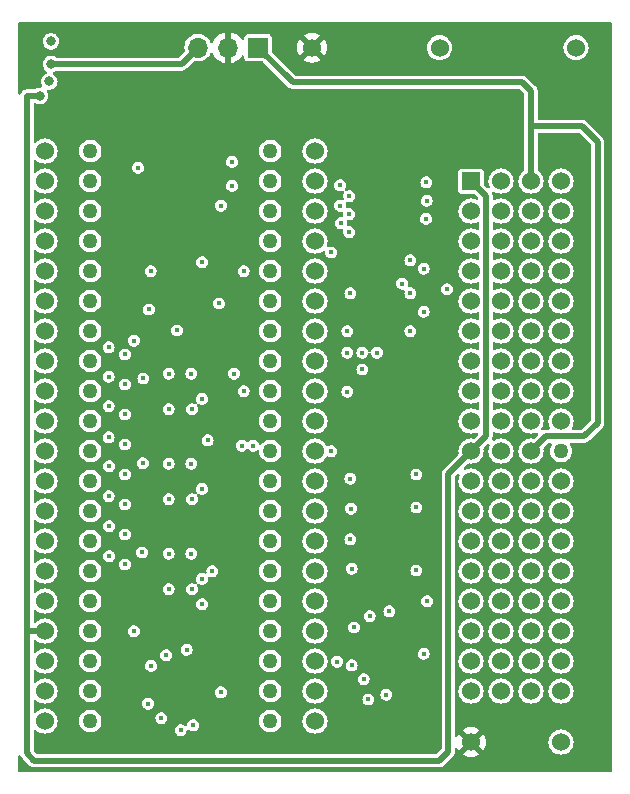
<source format=gbr>
%TF.GenerationSoftware,KiCad,Pcbnew,7.0.9*%
%TF.CreationDate,2024-10-20T15:28:43-06:00*%
%TF.ProjectId,Prototype2,50726f74-6f74-4797-9065-322e6b696361,rev?*%
%TF.SameCoordinates,Original*%
%TF.FileFunction,Copper,L3,Inr*%
%TF.FilePolarity,Positive*%
%FSLAX46Y46*%
G04 Gerber Fmt 4.6, Leading zero omitted, Abs format (unit mm)*
G04 Created by KiCad (PCBNEW 7.0.9) date 2024-10-20 15:28:43*
%MOMM*%
%LPD*%
G01*
G04 APERTURE LIST*
%TA.AperFunction,ComponentPad*%
%ADD10C,1.524000*%
%TD*%
%TA.AperFunction,ComponentPad*%
%ADD11R,1.700000X1.700000*%
%TD*%
%TA.AperFunction,ComponentPad*%
%ADD12O,1.700000X1.700000*%
%TD*%
%TA.AperFunction,ComponentPad*%
%ADD13R,1.524000X1.524000*%
%TD*%
%TA.AperFunction,ComponentPad*%
%ADD14C,1.270000*%
%TD*%
%TA.AperFunction,ViaPad*%
%ADD15C,0.400000*%
%TD*%
%TA.AperFunction,ViaPad*%
%ADD16C,0.800000*%
%TD*%
%TA.AperFunction,Conductor*%
%ADD17C,0.508000*%
%TD*%
G04 APERTURE END LIST*
D10*
%TO.N,~{CS0}*%
%TO.C,TP28*%
X180086000Y-93980000D03*
%TD*%
%TO.N,P5*%
%TO.C,TP10*%
X157226000Y-93980000D03*
%TD*%
%TO.N,~{K2}*%
%TO.C,TP19*%
X180086000Y-116840000D03*
%TD*%
%TO.N,GND*%
%TO.C,TP42*%
X200914000Y-118618000D03*
%TD*%
%TO.N,PHI2*%
%TO.C,TP6*%
X157226000Y-83820000D03*
%TD*%
%TO.N,GND*%
%TO.C,TP40*%
X202184000Y-59817000D03*
%TD*%
%TO.N,D4*%
%TO.C,TP2*%
X157226000Y-73660000D03*
%TD*%
%TO.N,A0*%
%TO.C,TP34*%
X180086000Y-78740000D03*
%TD*%
%TO.N,P1*%
%TO.C,TP14*%
X157226000Y-104140000D03*
%TD*%
%TO.N,A3*%
%TO.C,TP31*%
X180086000Y-86360000D03*
%TD*%
%TO.N,+3.3V*%
%TO.C,TP45*%
X193294000Y-118618000D03*
%TD*%
%TO.N,P6*%
%TO.C,TP7*%
X157226000Y-86360000D03*
%TD*%
%TO.N,SOD*%
%TO.C,TP26*%
X180086000Y-99060000D03*
%TD*%
%TO.N,GND*%
%TO.C,TP41*%
X157226000Y-68580000D03*
%TD*%
%TO.N,P4*%
%TO.C,TP9*%
X157226000Y-91440000D03*
%TD*%
%TO.N,~{K5}*%
%TO.C,TP16*%
X157226000Y-111760000D03*
%TD*%
D11*
%TO.N,3V3_A*%
%TO.C,J3*%
X175260000Y-59817000D03*
D12*
%TO.N,+3.3V*%
X172720000Y-59817000D03*
%TO.N,3V3_B*%
X170180000Y-59817000D03*
%TD*%
D10*
%TO.N,CS1*%
%TO.C,TP29*%
X180086000Y-91440000D03*
%TD*%
%TO.N,+3.3V*%
%TO.C,TP44*%
X179832000Y-59817000D03*
%TD*%
%TO.N,~{K0}*%
%TO.C,TP21*%
X180086000Y-111760000D03*
%TD*%
%TO.N,~{KR2}*%
%TO.C,TP15*%
X157226000Y-106680000D03*
%TD*%
%TO.N,BCLK*%
%TO.C,TP24*%
X180086000Y-104140000D03*
%TD*%
%TO.N,D0*%
%TO.C,TP36*%
X180086000Y-73660000D03*
%TD*%
%TO.N,P7*%
%TO.C,TP8*%
X157226000Y-88900000D03*
%TD*%
%TO.N,SID*%
%TO.C,TP22*%
X180086000Y-109220000D03*
%TD*%
%TO.N,P0*%
%TO.C,TP13*%
X157226000Y-101600000D03*
%TD*%
%TO.N,P2*%
%TO.C,TP11*%
X157226000Y-96520000D03*
%TD*%
%TO.N,AUDIO*%
%TO.C,TP35*%
X180086000Y-76200000D03*
%TD*%
%TO.N,~{K3}*%
%TO.C,TP18*%
X157226000Y-116840000D03*
%TD*%
%TO.N,~{K4}*%
%TO.C,TP17*%
X157226000Y-114300000D03*
%TD*%
%TO.N,D2*%
%TO.C,TP38*%
X180086000Y-68580000D03*
%TD*%
%TO.N,OCLK*%
%TO.C,TP25*%
X180086000Y-101600000D03*
%TD*%
%TO.N,A2*%
%TO.C,TP32*%
X180086000Y-83820000D03*
%TD*%
%TO.N,~{K1}*%
%TO.C,TP20*%
X180086000Y-114300000D03*
%TD*%
%TO.N,P3*%
%TO.C,TP12*%
X157226000Y-99060000D03*
%TD*%
%TO.N,D1*%
%TO.C,TP37*%
X180086000Y-71120000D03*
%TD*%
D13*
%TO.N,+5V*%
%TO.C,J1*%
X193294000Y-71120000D03*
D10*
%TO.N,GND*%
X195834000Y-71120000D03*
%TO.N,3V3_A*%
X198374000Y-71120000D03*
%TO.N,GND*%
X200914000Y-71120000D03*
%TO.N,_D2*%
X193294000Y-73660000D03*
%TO.N,_D0*%
X195834000Y-73660000D03*
%TO.N,_D6*%
X198374000Y-73660000D03*
%TO.N,_D4*%
X200914000Y-73660000D03*
%TO.N,_D1*%
X193294000Y-76200000D03*
%TO.N,_D7*%
X195834000Y-76200000D03*
%TO.N,_D5*%
X198374000Y-76200000D03*
%TO.N,_D3*%
X200914000Y-76200000D03*
%TO.N,_AUDIO3*%
X193294000Y-78740000D03*
%TO.N,_AUDIO1*%
X195834000Y-78740000D03*
%TO.N,_AUDIO2*%
X198374000Y-78740000D03*
%TO.N,_AUDIO0*%
X200914000Y-78740000D03*
%TO.N,_A1*%
X193294000Y-81280000D03*
%TO.N,_A0*%
X195834000Y-81280000D03*
%TO.N,_AUDIO5*%
X198374000Y-81280000D03*
%TO.N,_AUDIO4*%
X200914000Y-81280000D03*
%TO.N,~{_EN}*%
X193294000Y-83820000D03*
%TO.N,_A2*%
X195834000Y-83820000D03*
%TO.N,_A3*%
X198374000Y-83820000D03*
%TO.N,_R{slash}W*%
X200914000Y-83820000D03*
%TO.N,unconnected-(J1-A33-Pad25)*%
X193294000Y-86360000D03*
%TO.N,unconnected-(J1-A34-Pad26)*%
X195834000Y-86360000D03*
%TO.N,unconnected-(J1-A18-Pad27)*%
X198374000Y-86360000D03*
%TO.N,unconnected-(J1-A17-Pad28)*%
X200914000Y-86360000D03*
%TO.N,_P4*%
X193294000Y-88900000D03*
%TO.N,_P6*%
X195834000Y-88900000D03*
%TO.N,_SID*%
X198374000Y-88900000D03*
%TO.N,_P7*%
X200914000Y-88900000D03*
%TO.N,unconnected-(J1-A27-Pad33)*%
X193294000Y-91440000D03*
%TO.N,unconnected-(J1-A28-Pad34)*%
X195834000Y-91440000D03*
%TO.N,unconnected-(J1-A24-Pad35)*%
X198374000Y-91440000D03*
%TO.N,unconnected-(J1-A23-Pad36)*%
X200914000Y-91440000D03*
%TO.N,+5V*%
X193294000Y-93980000D03*
%TO.N,GND*%
X195834000Y-93980000D03*
%TO.N,3V3_A*%
X198374000Y-93980000D03*
D14*
%TO.N,GND*%
X200914000Y-93980000D03*
D10*
%TO.N,_~{IRQ}*%
X193294000Y-96520000D03*
%TO.N,_P3*%
X195834000Y-96520000D03*
%TO.N,_P2*%
X198374000Y-96520000D03*
%TO.N,_PHI2*%
X200914000Y-96520000D03*
%TO.N,_OCLK*%
X193294000Y-99060000D03*
%TO.N,_SOD*%
X195834000Y-99060000D03*
%TO.N,_DUMP*%
X198374000Y-99060000D03*
%TO.N,_P5*%
X200914000Y-99060000D03*
%TO.N,unconnected-(J1-B42-Pad49)*%
X193294000Y-101600000D03*
%TO.N,unconnected-(J1-B43-Pad50)*%
X195834000Y-101600000D03*
%TO.N,unconnected-(J1-B9-Pad51)*%
X198374000Y-101600000D03*
%TO.N,unconnected-(J1-B8-Pad52)*%
X200914000Y-101600000D03*
%TO.N,_P0*%
X193294000Y-104140000D03*
%TO.N,_BCLKO*%
X195834000Y-104140000D03*
%TO.N,_BCLKI*%
X198374000Y-104140000D03*
%TO.N,_P1*%
X200914000Y-104140000D03*
%TO.N,_~{KR2}*%
X193294000Y-106680000D03*
%TO.N,_~{K5}*%
X195834000Y-106680000D03*
%TO.N,_~{KR1}*%
X198374000Y-106680000D03*
%TO.N,_~{K0}*%
X200914000Y-106680000D03*
%TO.N,unconnected-(J1-B33-Pad61)*%
X193294000Y-109220000D03*
%TO.N,unconnected-(J1-B34-Pad62)*%
X195834000Y-109220000D03*
%TO.N,unconnected-(J1-B18-Pad63)*%
X198374000Y-109220000D03*
%TO.N,unconnected-(J1-B17-Pad64)*%
X200914000Y-109220000D03*
%TO.N,unconnected-(J1-B30-Pad65)*%
X193294000Y-111760000D03*
%TO.N,unconnected-(J1-B31-Pad66)*%
X195834000Y-111760000D03*
%TO.N,unconnected-(J1-B21-Pad67)*%
X198374000Y-111760000D03*
%TO.N,unconnected-(J1-B20-Pad68)*%
X200914000Y-111760000D03*
%TO.N,_~{K4}*%
X193294000Y-114300000D03*
%TO.N,_~{K3}*%
X195834000Y-114300000D03*
%TO.N,_~{K2}*%
X198374000Y-114300000D03*
%TO.N,_~{K1}*%
X200914000Y-114300000D03*
%TD*%
%TO.N,D3*%
%TO.C,TP1*%
X157226000Y-71120000D03*
%TD*%
%TO.N,A1*%
%TO.C,TP33*%
X180086000Y-81280000D03*
%TD*%
%TO.N,D6*%
%TO.C,TP4*%
X157226000Y-78740000D03*
%TD*%
%TO.N,D5*%
%TO.C,TP3*%
X157226000Y-76200000D03*
%TD*%
%TO.N,D7*%
%TO.C,TP5*%
X157226000Y-81280000D03*
%TD*%
%TO.N,R{slash}W*%
%TO.C,TP30*%
X180086000Y-88900000D03*
%TD*%
%TO.N,~{IRQ}*%
%TO.C,TP27*%
X180086000Y-96520000D03*
%TD*%
%TO.N,GND*%
%TO.C,TP39*%
X190627000Y-59817000D03*
%TD*%
%TO.N,~{KR1}*%
%TO.C,TP23*%
X180086000Y-106680000D03*
%TD*%
D14*
%TO.N,GND*%
%TO.C,J2*%
X161065900Y-68572500D03*
%TO.N,D3*%
X161065900Y-71112500D03*
%TO.N,D4*%
X161065900Y-73652500D03*
%TO.N,D5*%
X161065900Y-76192500D03*
%TO.N,D6*%
X161065900Y-78732500D03*
%TO.N,D7*%
X161065900Y-81272500D03*
%TO.N,PHI2*%
X161065900Y-83812500D03*
%TO.N,P6*%
X161065900Y-86352500D03*
%TO.N,P7*%
X161065900Y-88892500D03*
%TO.N,P4*%
X161065900Y-91432500D03*
%TO.N,P5*%
X161065900Y-93972500D03*
%TO.N,P2*%
X161065900Y-96512500D03*
%TO.N,P3*%
X161065900Y-99052500D03*
%TO.N,P0*%
X161065900Y-101592500D03*
%TO.N,P1*%
X161065900Y-104132500D03*
%TO.N,~{KR2}*%
X161065900Y-106672500D03*
%TO.N,+5V*%
X161065900Y-109212500D03*
%TO.N,~{K5}*%
X161065900Y-111752500D03*
%TO.N,~{K4}*%
X161065900Y-114292500D03*
%TO.N,~{K3}*%
X161065900Y-116832500D03*
%TO.N,~{K2}*%
X176305900Y-116832500D03*
%TO.N,~{K1}*%
X176305900Y-114292500D03*
%TO.N,~{K0}*%
X176305900Y-111752500D03*
%TO.N,SID*%
X176305900Y-109212500D03*
%TO.N,~{KR1}*%
X176305900Y-106672500D03*
%TO.N,BCLK*%
X176305900Y-104132500D03*
%TO.N,OCLK*%
X176305900Y-101592500D03*
%TO.N,SOD*%
X176305900Y-99052500D03*
%TO.N,~{IRQ}*%
X176305900Y-96512500D03*
%TO.N,~{CS0}*%
X176305900Y-93972500D03*
%TO.N,CS1*%
X176305900Y-91432500D03*
%TO.N,R{slash}W*%
X176305900Y-88892500D03*
%TO.N,A3*%
X176305900Y-86352500D03*
%TO.N,A2*%
X176305900Y-83812500D03*
%TO.N,A1*%
X176305900Y-81272500D03*
%TO.N,A0*%
X176305900Y-78732500D03*
%TO.N,AUDIO*%
X176305900Y-76192500D03*
%TO.N,D0*%
X176305900Y-73652500D03*
%TO.N,D1*%
X176305900Y-71112500D03*
%TO.N,D2*%
X176305900Y-68572500D03*
%TD*%
D10*
%TO.N,+5V*%
%TO.C,TP43*%
X157226000Y-109220000D03*
%TD*%
D15*
%TO.N,~{_EN}*%
X173888400Y-93522800D03*
%TO.N,+3.3V*%
X174396400Y-91948000D03*
%TO.N,GND*%
X170992800Y-93065600D03*
%TO.N,+3.3V*%
X170992800Y-91744800D03*
%TO.N,GND*%
X174853600Y-93522800D03*
D16*
%TO.N,3V3_B*%
X157734000Y-61214000D03*
D15*
%TO.N,GND*%
X188163200Y-83820000D03*
X183083200Y-80619600D03*
X162610800Y-97790000D03*
X172110400Y-114401600D03*
X183134000Y-98856800D03*
X182829200Y-83820000D03*
X168706800Y-117602000D03*
X170535600Y-89560400D03*
X162610800Y-92811600D03*
X186385200Y-107543600D03*
X165963600Y-115366800D03*
X173075600Y-71526400D03*
X162661600Y-102870000D03*
X169214800Y-110794800D03*
X162610800Y-85191600D03*
X189484000Y-74320400D03*
X189509400Y-71221600D03*
X189280800Y-111150400D03*
D16*
X157734000Y-59283600D03*
D15*
X184607200Y-115011200D03*
X171958000Y-81483200D03*
X182981600Y-72390000D03*
X183184800Y-112115600D03*
X170535600Y-97180400D03*
X168402000Y-83769200D03*
X165100000Y-70002400D03*
X189534800Y-72796400D03*
X183388000Y-108915200D03*
X170535600Y-104800400D03*
X162610800Y-87680800D03*
X165455600Y-102565200D03*
X166217600Y-112166400D03*
X162661600Y-100330000D03*
X182981600Y-73914000D03*
X166166800Y-78740000D03*
X182981600Y-75438000D03*
X187452000Y-79806800D03*
X162610800Y-90170000D03*
X185318400Y-85648800D03*
X183083200Y-101447600D03*
X166014400Y-81991200D03*
X162661600Y-95250000D03*
X170535600Y-77978000D03*
X165557200Y-87833200D03*
X183184800Y-103936800D03*
X183083200Y-96316800D03*
X165506400Y-94996000D03*
D16*
X157581600Y-62687200D03*
%TO.N,+5V*%
X156768800Y-63906400D03*
D15*
%TO.N,SID*%
X164744400Y-84632800D03*
X164744400Y-109220000D03*
%TO.N,BCLK*%
X170535600Y-106934000D03*
X171399200Y-104140000D03*
%TO.N,R{slash}W*%
X174040800Y-78740000D03*
X174040800Y-88900000D03*
X173075600Y-69494400D03*
%TO.N,A0*%
X188163200Y-80619600D03*
X188163200Y-77825600D03*
%TO.N,+3.3V*%
X166573200Y-87833200D03*
X165100000Y-80416400D03*
X173075600Y-70510400D03*
X166522400Y-95453200D03*
X182270400Y-110540800D03*
X166522400Y-103073200D03*
X181914800Y-82245200D03*
X165049200Y-113792000D03*
%TO.N,_P3*%
X188671200Y-95961200D03*
%TO.N,_P5*%
X167690800Y-98044000D03*
X169672000Y-98044000D03*
%TO.N,_P7*%
X169621200Y-87426800D03*
X167690800Y-87426800D03*
%TO.N,_P6*%
X169672000Y-90424000D03*
X167690800Y-90424000D03*
%TO.N,_P1*%
X169621200Y-102666800D03*
X167690800Y-102666800D03*
%TO.N,_P0*%
X167690800Y-105664000D03*
X169672000Y-105664000D03*
%TO.N,_P2*%
X167690800Y-95046800D03*
X169621200Y-95046800D03*
%TO.N,_AUDIO1*%
X182219600Y-71475600D03*
%TO.N,_AUDIO3*%
X182219600Y-73202800D03*
%TO.N,_AUDIO5*%
X182270400Y-74676000D03*
%TO.N,_A2*%
X184099200Y-85648800D03*
%TO.N,_A1*%
X191262000Y-80264000D03*
%TO.N,_DUMP*%
X163982400Y-101041200D03*
X163982400Y-93421200D03*
X163982400Y-88341200D03*
X163982400Y-90881200D03*
X163982400Y-98501200D03*
X163982400Y-95961200D03*
X163982400Y-103581200D03*
X163982400Y-85801200D03*
%TO.N,_R{slash}W*%
X189280800Y-78536800D03*
X189280800Y-82194400D03*
%TO.N,_~{KR2}*%
X181965600Y-111810800D03*
%TO.N,_~{K5}*%
X167487600Y-111252000D03*
%TO.N,~{_EN}*%
X172110400Y-73202800D03*
X173228000Y-87426800D03*
X184099200Y-87071200D03*
%TO.N,_~{K4}*%
X167081200Y-116586000D03*
%TO.N,_~{K3}*%
X169773600Y-117195600D03*
%TO.N,_SOD*%
X188671200Y-98755200D03*
%TO.N,_PHI2*%
X181457600Y-93980000D03*
X181457600Y-77165200D03*
%TO.N,_SID*%
X182829200Y-88950800D03*
X182829200Y-85648800D03*
%TO.N,_~{K0}*%
X184708800Y-107950000D03*
X189585600Y-106680000D03*
%TO.N,_~{K1}*%
X184200800Y-113284000D03*
%TO.N,_~{K2}*%
X186131200Y-114604800D03*
%TO.N,_BCLKO*%
X188671200Y-104089200D03*
%TD*%
D17*
%TO.N,+5V*%
X155702000Y-119583200D02*
X156311600Y-120192800D01*
X155702000Y-109220000D02*
X155702000Y-119583200D01*
X157226000Y-109220000D02*
X155702000Y-109220000D01*
X155702000Y-63906400D02*
X156768800Y-63906400D01*
X155702000Y-109220000D02*
X155702000Y-63906400D01*
%TO.N,3V3_B*%
X157734000Y-61214000D02*
X168783000Y-61214000D01*
X168783000Y-61214000D02*
X170180000Y-59817000D01*
%TO.N,+5V*%
X194564000Y-92710000D02*
X193294000Y-93980000D01*
X194564000Y-72390000D02*
X194564000Y-92710000D01*
X191363600Y-95910400D02*
X193294000Y-93980000D01*
X193294000Y-71120000D02*
X194564000Y-72390000D01*
X190601600Y-120192800D02*
X191363600Y-119430800D01*
X156311600Y-120192800D02*
X190601600Y-120192800D01*
X191363600Y-119430800D02*
X191363600Y-95910400D01*
%TO.N,3V3_A*%
X198374000Y-71120000D02*
X198374000Y-66497200D01*
X178181000Y-62738000D02*
X175260000Y-59817000D01*
X198374000Y-66497200D02*
X202692000Y-66497200D01*
X202692000Y-66497200D02*
X204012800Y-67818000D01*
X199644000Y-92710000D02*
X198374000Y-93980000D01*
X198374000Y-63500000D02*
X197612000Y-62738000D01*
X204012800Y-91592400D02*
X202895200Y-92710000D01*
X198374000Y-66497200D02*
X198374000Y-63500000D01*
X202895200Y-92710000D02*
X199644000Y-92710000D01*
X204012800Y-67818000D02*
X204012800Y-91592400D01*
X197612000Y-62738000D02*
X178181000Y-62738000D01*
%TD*%
%TA.AperFunction,Conductor*%
%TO.N,+3.3V*%
G36*
X205174539Y-57678185D02*
G01*
X205220294Y-57730989D01*
X205231500Y-57782500D01*
X205231500Y-121033500D01*
X205211815Y-121100539D01*
X205159011Y-121146294D01*
X205107500Y-121157500D01*
X155064500Y-121157500D01*
X154997461Y-121137815D01*
X154951706Y-121085011D01*
X154940500Y-121033500D01*
X154940500Y-119830328D01*
X154960185Y-119763289D01*
X155012989Y-119717534D01*
X155082147Y-119707590D01*
X155145703Y-119736615D01*
X155179856Y-119784843D01*
X155181310Y-119788532D01*
X155203170Y-119827411D01*
X155205995Y-119833099D01*
X155223769Y-119874016D01*
X155223772Y-119874021D01*
X155235227Y-119888102D01*
X155247121Y-119905577D01*
X155256017Y-119921397D01*
X155256021Y-119921403D01*
X155287555Y-119952936D01*
X155291812Y-119957653D01*
X155319966Y-119992258D01*
X155334795Y-120002725D01*
X155350966Y-120016347D01*
X155912811Y-120578192D01*
X155958372Y-120626976D01*
X155984584Y-120642916D01*
X155996486Y-120650154D01*
X156001737Y-120653728D01*
X156037277Y-120680678D01*
X156037279Y-120680680D01*
X156054161Y-120687337D01*
X156073096Y-120696741D01*
X156088610Y-120706175D01*
X156113854Y-120713248D01*
X156131560Y-120718209D01*
X156137582Y-120720234D01*
X156166801Y-120731757D01*
X156179080Y-120736599D01*
X156185601Y-120737269D01*
X156197134Y-120738455D01*
X156217911Y-120742403D01*
X156235386Y-120747300D01*
X156279990Y-120747300D01*
X156286332Y-120747624D01*
X156330709Y-120752187D01*
X156348596Y-120749103D01*
X156369664Y-120747300D01*
X190592136Y-120747300D01*
X190594339Y-120747375D01*
X190658839Y-120749579D01*
X190702182Y-120739015D01*
X190708409Y-120737831D01*
X190752609Y-120731757D01*
X190769251Y-120724527D01*
X190789296Y-120717787D01*
X190795757Y-120716212D01*
X190806933Y-120713489D01*
X190845814Y-120691626D01*
X190851494Y-120688805D01*
X190892418Y-120671030D01*
X190906497Y-120659574D01*
X190923978Y-120647676D01*
X190939799Y-120638782D01*
X190971350Y-120607229D01*
X190976050Y-120602988D01*
X191010658Y-120574834D01*
X191021126Y-120560002D01*
X191034744Y-120543835D01*
X191748992Y-119829588D01*
X191797776Y-119784028D01*
X191820958Y-119745904D01*
X191824525Y-119740664D01*
X191851480Y-119705120D01*
X191858138Y-119688235D01*
X191867545Y-119669297D01*
X191870081Y-119665127D01*
X191876975Y-119653790D01*
X191889008Y-119610842D01*
X191891029Y-119604827D01*
X191907399Y-119563320D01*
X191909255Y-119545254D01*
X191913201Y-119524497D01*
X191918100Y-119507014D01*
X191918100Y-119462409D01*
X191918425Y-119456064D01*
X191922987Y-119411691D01*
X191919903Y-119393803D01*
X191918100Y-119372735D01*
X191918100Y-119212847D01*
X191937785Y-119145808D01*
X191990589Y-119100053D01*
X192059747Y-119090109D01*
X192123303Y-119119134D01*
X192154482Y-119160443D01*
X192196899Y-119251407D01*
X192196900Y-119251409D01*
X192242258Y-119316187D01*
X192804477Y-118753968D01*
X192827155Y-118831201D01*
X192906131Y-118954090D01*
X193016530Y-119049752D01*
X193149408Y-119110435D01*
X193154400Y-119111152D01*
X192595811Y-119669741D01*
X192660582Y-119715094D01*
X192660592Y-119715100D01*
X192860715Y-119808419D01*
X192860729Y-119808424D01*
X193074013Y-119865573D01*
X193074023Y-119865575D01*
X193293999Y-119884821D01*
X193294001Y-119884821D01*
X193513976Y-119865575D01*
X193513986Y-119865573D01*
X193727270Y-119808424D01*
X193727284Y-119808419D01*
X193927408Y-119715100D01*
X193927420Y-119715093D01*
X193992186Y-119669742D01*
X193992187Y-119669740D01*
X193433600Y-119111152D01*
X193438592Y-119110435D01*
X193571470Y-119049752D01*
X193681869Y-118954090D01*
X193760845Y-118831201D01*
X193783522Y-118753969D01*
X194345740Y-119316187D01*
X194345742Y-119316186D01*
X194391093Y-119251420D01*
X194391100Y-119251408D01*
X194484419Y-119051284D01*
X194484424Y-119051270D01*
X194541573Y-118837986D01*
X194541575Y-118837976D01*
X194560821Y-118618000D01*
X199846359Y-118618000D01*
X199866872Y-118826284D01*
X199866873Y-118826286D01*
X199927628Y-119026569D01*
X200020927Y-119201119D01*
X200026291Y-119211153D01*
X200159063Y-119372936D01*
X200320846Y-119505708D01*
X200320850Y-119505711D01*
X200505431Y-119604372D01*
X200705714Y-119665127D01*
X200914000Y-119685641D01*
X201122286Y-119665127D01*
X201322569Y-119604372D01*
X201507150Y-119505711D01*
X201668936Y-119372936D01*
X201801711Y-119211150D01*
X201900372Y-119026569D01*
X201961127Y-118826286D01*
X201981641Y-118618000D01*
X201961127Y-118409714D01*
X201900372Y-118209431D01*
X201801711Y-118024850D01*
X201801708Y-118024846D01*
X201668936Y-117863063D01*
X201507153Y-117730291D01*
X201507151Y-117730290D01*
X201507150Y-117730289D01*
X201322569Y-117631628D01*
X201222427Y-117601250D01*
X201122284Y-117570872D01*
X200914000Y-117550359D01*
X200705715Y-117570872D01*
X200505428Y-117631629D01*
X200320846Y-117730291D01*
X200159063Y-117863063D01*
X200026291Y-118024846D01*
X199927629Y-118209428D01*
X199866872Y-118409715D01*
X199846359Y-118618000D01*
X194560821Y-118618000D01*
X194560821Y-118617999D01*
X194541575Y-118398023D01*
X194541573Y-118398013D01*
X194484424Y-118184729D01*
X194484420Y-118184720D01*
X194391098Y-117984590D01*
X194345740Y-117919811D01*
X193783521Y-118482029D01*
X193760845Y-118404799D01*
X193681869Y-118281910D01*
X193571470Y-118186248D01*
X193438592Y-118125565D01*
X193433599Y-118124847D01*
X193992187Y-117566258D01*
X193927409Y-117520900D01*
X193927407Y-117520899D01*
X193727284Y-117427580D01*
X193727270Y-117427575D01*
X193513986Y-117370426D01*
X193513976Y-117370424D01*
X193294001Y-117351179D01*
X193293999Y-117351179D01*
X193074023Y-117370424D01*
X193074013Y-117370426D01*
X192860729Y-117427575D01*
X192860720Y-117427579D01*
X192660586Y-117520903D01*
X192595812Y-117566257D01*
X192595811Y-117566258D01*
X193154400Y-118124847D01*
X193149408Y-118125565D01*
X193016530Y-118186248D01*
X192906131Y-118281910D01*
X192827155Y-118404799D01*
X192804477Y-118482030D01*
X192242258Y-117919811D01*
X192242257Y-117919812D01*
X192196903Y-117984586D01*
X192154482Y-118075558D01*
X192108310Y-118127997D01*
X192041116Y-118147149D01*
X191974235Y-118126933D01*
X191928900Y-118073768D01*
X191918100Y-118023153D01*
X191918100Y-114300000D01*
X192226359Y-114300000D01*
X192246872Y-114508284D01*
X192257724Y-114544057D01*
X192307628Y-114708569D01*
X192391937Y-114866300D01*
X192406291Y-114893153D01*
X192539063Y-115054936D01*
X192700846Y-115187708D01*
X192700850Y-115187711D01*
X192885431Y-115286372D01*
X193085714Y-115347127D01*
X193294000Y-115367641D01*
X193502286Y-115347127D01*
X193702569Y-115286372D01*
X193887150Y-115187711D01*
X194048936Y-115054936D01*
X194181711Y-114893150D01*
X194280372Y-114708569D01*
X194341127Y-114508286D01*
X194361641Y-114300000D01*
X194766359Y-114300000D01*
X194786872Y-114508284D01*
X194797724Y-114544057D01*
X194847628Y-114708569D01*
X194931937Y-114866300D01*
X194946291Y-114893153D01*
X195079063Y-115054936D01*
X195240846Y-115187708D01*
X195240850Y-115187711D01*
X195425431Y-115286372D01*
X195625714Y-115347127D01*
X195834000Y-115367641D01*
X196042286Y-115347127D01*
X196242569Y-115286372D01*
X196427150Y-115187711D01*
X196588936Y-115054936D01*
X196721711Y-114893150D01*
X196820372Y-114708569D01*
X196881127Y-114508286D01*
X196901641Y-114300000D01*
X197306359Y-114300000D01*
X197326872Y-114508284D01*
X197337724Y-114544057D01*
X197387628Y-114708569D01*
X197471937Y-114866300D01*
X197486291Y-114893153D01*
X197619063Y-115054936D01*
X197780846Y-115187708D01*
X197780850Y-115187711D01*
X197965431Y-115286372D01*
X198165714Y-115347127D01*
X198374000Y-115367641D01*
X198582286Y-115347127D01*
X198782569Y-115286372D01*
X198967150Y-115187711D01*
X199128936Y-115054936D01*
X199261711Y-114893150D01*
X199360372Y-114708569D01*
X199421127Y-114508286D01*
X199441641Y-114300000D01*
X199846359Y-114300000D01*
X199866872Y-114508284D01*
X199877724Y-114544057D01*
X199927628Y-114708569D01*
X200011937Y-114866300D01*
X200026291Y-114893153D01*
X200159063Y-115054936D01*
X200320846Y-115187708D01*
X200320850Y-115187711D01*
X200505431Y-115286372D01*
X200705714Y-115347127D01*
X200914000Y-115367641D01*
X201122286Y-115347127D01*
X201322569Y-115286372D01*
X201507150Y-115187711D01*
X201668936Y-115054936D01*
X201801711Y-114893150D01*
X201900372Y-114708569D01*
X201961127Y-114508286D01*
X201981641Y-114300000D01*
X201961127Y-114091714D01*
X201900372Y-113891431D01*
X201801711Y-113706850D01*
X201801708Y-113706846D01*
X201668936Y-113545063D01*
X201507153Y-113412291D01*
X201507151Y-113412290D01*
X201507150Y-113412289D01*
X201322569Y-113313628D01*
X201222427Y-113283250D01*
X201122284Y-113252872D01*
X200914000Y-113232359D01*
X200705715Y-113252872D01*
X200505428Y-113313629D01*
X200320846Y-113412291D01*
X200159063Y-113545063D01*
X200026291Y-113706846D01*
X199927629Y-113891428D01*
X199866872Y-114091715D01*
X199846359Y-114300000D01*
X199441641Y-114300000D01*
X199421127Y-114091714D01*
X199360372Y-113891431D01*
X199261711Y-113706850D01*
X199261708Y-113706846D01*
X199128936Y-113545063D01*
X198967153Y-113412291D01*
X198967151Y-113412290D01*
X198967150Y-113412289D01*
X198782569Y-113313628D01*
X198682427Y-113283250D01*
X198582284Y-113252872D01*
X198374000Y-113232359D01*
X198165715Y-113252872D01*
X197965428Y-113313629D01*
X197780846Y-113412291D01*
X197619063Y-113545063D01*
X197486291Y-113706846D01*
X197387629Y-113891428D01*
X197326872Y-114091715D01*
X197306359Y-114300000D01*
X196901641Y-114300000D01*
X196881127Y-114091714D01*
X196820372Y-113891431D01*
X196721711Y-113706850D01*
X196721708Y-113706846D01*
X196588936Y-113545063D01*
X196427153Y-113412291D01*
X196427151Y-113412290D01*
X196427150Y-113412289D01*
X196242569Y-113313628D01*
X196142427Y-113283250D01*
X196042284Y-113252872D01*
X195834000Y-113232359D01*
X195625715Y-113252872D01*
X195425428Y-113313629D01*
X195240846Y-113412291D01*
X195079063Y-113545063D01*
X194946291Y-113706846D01*
X194847629Y-113891428D01*
X194786872Y-114091715D01*
X194766359Y-114300000D01*
X194361641Y-114300000D01*
X194341127Y-114091714D01*
X194280372Y-113891431D01*
X194181711Y-113706850D01*
X194181708Y-113706846D01*
X194048936Y-113545063D01*
X193887153Y-113412291D01*
X193887151Y-113412290D01*
X193887150Y-113412289D01*
X193702569Y-113313628D01*
X193602427Y-113283250D01*
X193502284Y-113252872D01*
X193294000Y-113232359D01*
X193085715Y-113252872D01*
X192885428Y-113313629D01*
X192700846Y-113412291D01*
X192539063Y-113545063D01*
X192406291Y-113706846D01*
X192307629Y-113891428D01*
X192246872Y-114091715D01*
X192226359Y-114300000D01*
X191918100Y-114300000D01*
X191918100Y-111760000D01*
X192226359Y-111760000D01*
X192246872Y-111968284D01*
X192246873Y-111968286D01*
X192307628Y-112168569D01*
X192382613Y-112308856D01*
X192406291Y-112353153D01*
X192539063Y-112514936D01*
X192700846Y-112647708D01*
X192700850Y-112647711D01*
X192885431Y-112746372D01*
X193085714Y-112807127D01*
X193294000Y-112827641D01*
X193502286Y-112807127D01*
X193702569Y-112746372D01*
X193887150Y-112647711D01*
X194048936Y-112514936D01*
X194181711Y-112353150D01*
X194280372Y-112168569D01*
X194341127Y-111968286D01*
X194361641Y-111760000D01*
X194766359Y-111760000D01*
X194786872Y-111968284D01*
X194786873Y-111968286D01*
X194847628Y-112168569D01*
X194922613Y-112308856D01*
X194946291Y-112353153D01*
X195079063Y-112514936D01*
X195240846Y-112647708D01*
X195240850Y-112647711D01*
X195425431Y-112746372D01*
X195625714Y-112807127D01*
X195834000Y-112827641D01*
X196042286Y-112807127D01*
X196242569Y-112746372D01*
X196427150Y-112647711D01*
X196588936Y-112514936D01*
X196721711Y-112353150D01*
X196820372Y-112168569D01*
X196881127Y-111968286D01*
X196901641Y-111760000D01*
X197306359Y-111760000D01*
X197326872Y-111968284D01*
X197326873Y-111968286D01*
X197387628Y-112168569D01*
X197462613Y-112308856D01*
X197486291Y-112353153D01*
X197619063Y-112514936D01*
X197780846Y-112647708D01*
X197780850Y-112647711D01*
X197965431Y-112746372D01*
X198165714Y-112807127D01*
X198374000Y-112827641D01*
X198582286Y-112807127D01*
X198782569Y-112746372D01*
X198967150Y-112647711D01*
X199128936Y-112514936D01*
X199261711Y-112353150D01*
X199360372Y-112168569D01*
X199421127Y-111968286D01*
X199441641Y-111760000D01*
X199846359Y-111760000D01*
X199866872Y-111968284D01*
X199866873Y-111968286D01*
X199927628Y-112168569D01*
X200002613Y-112308856D01*
X200026291Y-112353153D01*
X200159063Y-112514936D01*
X200320846Y-112647708D01*
X200320850Y-112647711D01*
X200505431Y-112746372D01*
X200705714Y-112807127D01*
X200914000Y-112827641D01*
X201122286Y-112807127D01*
X201322569Y-112746372D01*
X201507150Y-112647711D01*
X201668936Y-112514936D01*
X201801711Y-112353150D01*
X201900372Y-112168569D01*
X201961127Y-111968286D01*
X201981641Y-111760000D01*
X201961127Y-111551714D01*
X201900372Y-111351431D01*
X201801711Y-111166850D01*
X201788211Y-111150400D01*
X201668936Y-111005063D01*
X201507153Y-110872291D01*
X201507151Y-110872290D01*
X201507150Y-110872289D01*
X201322569Y-110773628D01*
X201222427Y-110743250D01*
X201122284Y-110712872D01*
X200914000Y-110692359D01*
X200705715Y-110712872D01*
X200505428Y-110773629D01*
X200320846Y-110872291D01*
X200159063Y-111005063D01*
X200026291Y-111166846D01*
X199927629Y-111351428D01*
X199866872Y-111551715D01*
X199846359Y-111760000D01*
X199441641Y-111760000D01*
X199421127Y-111551714D01*
X199360372Y-111351431D01*
X199261711Y-111166850D01*
X199248211Y-111150400D01*
X199128936Y-111005063D01*
X198967153Y-110872291D01*
X198967151Y-110872290D01*
X198967150Y-110872289D01*
X198782569Y-110773628D01*
X198682427Y-110743250D01*
X198582284Y-110712872D01*
X198374000Y-110692359D01*
X198165715Y-110712872D01*
X197965428Y-110773629D01*
X197780846Y-110872291D01*
X197619063Y-111005063D01*
X197486291Y-111166846D01*
X197387629Y-111351428D01*
X197326872Y-111551715D01*
X197306359Y-111760000D01*
X196901641Y-111760000D01*
X196881127Y-111551714D01*
X196820372Y-111351431D01*
X196721711Y-111166850D01*
X196708211Y-111150400D01*
X196588936Y-111005063D01*
X196427153Y-110872291D01*
X196427151Y-110872290D01*
X196427150Y-110872289D01*
X196242569Y-110773628D01*
X196142427Y-110743250D01*
X196042284Y-110712872D01*
X195834000Y-110692359D01*
X195625715Y-110712872D01*
X195425428Y-110773629D01*
X195240846Y-110872291D01*
X195079063Y-111005063D01*
X194946291Y-111166846D01*
X194847629Y-111351428D01*
X194786872Y-111551715D01*
X194766359Y-111760000D01*
X194361641Y-111760000D01*
X194341127Y-111551714D01*
X194280372Y-111351431D01*
X194181711Y-111166850D01*
X194168211Y-111150400D01*
X194048936Y-111005063D01*
X193887153Y-110872291D01*
X193887151Y-110872290D01*
X193887150Y-110872289D01*
X193702569Y-110773628D01*
X193602427Y-110743250D01*
X193502284Y-110712872D01*
X193294000Y-110692359D01*
X193085715Y-110712872D01*
X192885428Y-110773629D01*
X192700846Y-110872291D01*
X192539063Y-111005063D01*
X192406291Y-111166846D01*
X192307629Y-111351428D01*
X192246872Y-111551715D01*
X192226359Y-111760000D01*
X191918100Y-111760000D01*
X191918100Y-109220000D01*
X192226359Y-109220000D01*
X192246872Y-109428284D01*
X192246873Y-109428286D01*
X192307628Y-109628569D01*
X192356766Y-109720500D01*
X192406291Y-109813153D01*
X192539063Y-109974936D01*
X192700846Y-110107708D01*
X192700850Y-110107711D01*
X192885431Y-110206372D01*
X193085714Y-110267127D01*
X193294000Y-110287641D01*
X193502286Y-110267127D01*
X193702569Y-110206372D01*
X193887150Y-110107711D01*
X194048936Y-109974936D01*
X194181711Y-109813150D01*
X194280372Y-109628569D01*
X194341127Y-109428286D01*
X194361641Y-109220000D01*
X194766359Y-109220000D01*
X194786872Y-109428284D01*
X194786873Y-109428286D01*
X194847628Y-109628569D01*
X194896766Y-109720500D01*
X194946291Y-109813153D01*
X195079063Y-109974936D01*
X195240846Y-110107708D01*
X195240850Y-110107711D01*
X195425431Y-110206372D01*
X195625714Y-110267127D01*
X195834000Y-110287641D01*
X196042286Y-110267127D01*
X196242569Y-110206372D01*
X196427150Y-110107711D01*
X196588936Y-109974936D01*
X196721711Y-109813150D01*
X196820372Y-109628569D01*
X196881127Y-109428286D01*
X196901641Y-109220000D01*
X197306359Y-109220000D01*
X197326872Y-109428284D01*
X197326873Y-109428286D01*
X197387628Y-109628569D01*
X197436766Y-109720500D01*
X197486291Y-109813153D01*
X197619063Y-109974936D01*
X197780846Y-110107708D01*
X197780850Y-110107711D01*
X197965431Y-110206372D01*
X198165714Y-110267127D01*
X198374000Y-110287641D01*
X198582286Y-110267127D01*
X198782569Y-110206372D01*
X198967150Y-110107711D01*
X199128936Y-109974936D01*
X199261711Y-109813150D01*
X199360372Y-109628569D01*
X199421127Y-109428286D01*
X199441641Y-109220000D01*
X199846359Y-109220000D01*
X199866872Y-109428284D01*
X199866873Y-109428286D01*
X199927628Y-109628569D01*
X199976766Y-109720500D01*
X200026291Y-109813153D01*
X200159063Y-109974936D01*
X200320846Y-110107708D01*
X200320850Y-110107711D01*
X200505431Y-110206372D01*
X200705714Y-110267127D01*
X200914000Y-110287641D01*
X201122286Y-110267127D01*
X201322569Y-110206372D01*
X201507150Y-110107711D01*
X201668936Y-109974936D01*
X201801711Y-109813150D01*
X201900372Y-109628569D01*
X201961127Y-109428286D01*
X201981641Y-109220000D01*
X201961127Y-109011714D01*
X201900372Y-108811431D01*
X201801711Y-108626850D01*
X201724736Y-108533056D01*
X201668936Y-108465063D01*
X201507153Y-108332291D01*
X201507151Y-108332290D01*
X201507150Y-108332289D01*
X201322569Y-108233628D01*
X201222427Y-108203250D01*
X201122284Y-108172872D01*
X200914000Y-108152359D01*
X200705715Y-108172872D01*
X200505428Y-108233629D01*
X200320846Y-108332291D01*
X200159063Y-108465063D01*
X200026291Y-108626846D01*
X199927629Y-108811428D01*
X199866872Y-109011715D01*
X199846359Y-109220000D01*
X199441641Y-109220000D01*
X199421127Y-109011714D01*
X199360372Y-108811431D01*
X199261711Y-108626850D01*
X199184736Y-108533056D01*
X199128936Y-108465063D01*
X198967153Y-108332291D01*
X198967151Y-108332290D01*
X198967150Y-108332289D01*
X198782569Y-108233628D01*
X198682427Y-108203250D01*
X198582284Y-108172872D01*
X198374000Y-108152359D01*
X198165715Y-108172872D01*
X197965428Y-108233629D01*
X197780846Y-108332291D01*
X197619063Y-108465063D01*
X197486291Y-108626846D01*
X197387629Y-108811428D01*
X197326872Y-109011715D01*
X197306359Y-109220000D01*
X196901641Y-109220000D01*
X196881127Y-109011714D01*
X196820372Y-108811431D01*
X196721711Y-108626850D01*
X196644736Y-108533056D01*
X196588936Y-108465063D01*
X196427153Y-108332291D01*
X196427151Y-108332290D01*
X196427150Y-108332289D01*
X196242569Y-108233628D01*
X196142427Y-108203250D01*
X196042284Y-108172872D01*
X195834000Y-108152359D01*
X195625715Y-108172872D01*
X195425428Y-108233629D01*
X195240846Y-108332291D01*
X195079063Y-108465063D01*
X194946291Y-108626846D01*
X194847629Y-108811428D01*
X194786872Y-109011715D01*
X194766359Y-109220000D01*
X194361641Y-109220000D01*
X194341127Y-109011714D01*
X194280372Y-108811431D01*
X194181711Y-108626850D01*
X194104736Y-108533056D01*
X194048936Y-108465063D01*
X193887153Y-108332291D01*
X193887151Y-108332290D01*
X193887150Y-108332289D01*
X193702569Y-108233628D01*
X193602427Y-108203250D01*
X193502284Y-108172872D01*
X193294000Y-108152359D01*
X193085715Y-108172872D01*
X192885428Y-108233629D01*
X192700846Y-108332291D01*
X192539063Y-108465063D01*
X192406291Y-108626846D01*
X192307629Y-108811428D01*
X192246872Y-109011715D01*
X192226359Y-109220000D01*
X191918100Y-109220000D01*
X191918100Y-106680000D01*
X192226359Y-106680000D01*
X192246872Y-106888284D01*
X192246873Y-106888286D01*
X192307628Y-107088569D01*
X192404727Y-107270228D01*
X192406291Y-107273153D01*
X192539063Y-107434936D01*
X192700846Y-107567708D01*
X192700850Y-107567711D01*
X192885431Y-107666372D01*
X193085714Y-107727127D01*
X193294000Y-107747641D01*
X193502286Y-107727127D01*
X193702569Y-107666372D01*
X193887150Y-107567711D01*
X194048936Y-107434936D01*
X194181711Y-107273150D01*
X194280372Y-107088569D01*
X194341127Y-106888286D01*
X194361641Y-106680000D01*
X194766359Y-106680000D01*
X194786872Y-106888284D01*
X194786873Y-106888286D01*
X194847628Y-107088569D01*
X194944727Y-107270228D01*
X194946291Y-107273153D01*
X195079063Y-107434936D01*
X195240846Y-107567708D01*
X195240850Y-107567711D01*
X195425431Y-107666372D01*
X195625714Y-107727127D01*
X195834000Y-107747641D01*
X196042286Y-107727127D01*
X196242569Y-107666372D01*
X196427150Y-107567711D01*
X196588936Y-107434936D01*
X196721711Y-107273150D01*
X196820372Y-107088569D01*
X196881127Y-106888286D01*
X196901641Y-106680000D01*
X197306359Y-106680000D01*
X197326872Y-106888284D01*
X197326873Y-106888286D01*
X197387628Y-107088569D01*
X197484727Y-107270228D01*
X197486291Y-107273153D01*
X197619063Y-107434936D01*
X197780846Y-107567708D01*
X197780850Y-107567711D01*
X197965431Y-107666372D01*
X198165714Y-107727127D01*
X198374000Y-107747641D01*
X198582286Y-107727127D01*
X198782569Y-107666372D01*
X198967150Y-107567711D01*
X199128936Y-107434936D01*
X199261711Y-107273150D01*
X199360372Y-107088569D01*
X199421127Y-106888286D01*
X199441641Y-106680000D01*
X199846359Y-106680000D01*
X199866872Y-106888284D01*
X199866873Y-106888286D01*
X199927628Y-107088569D01*
X200024727Y-107270228D01*
X200026291Y-107273153D01*
X200159063Y-107434936D01*
X200320846Y-107567708D01*
X200320850Y-107567711D01*
X200505431Y-107666372D01*
X200705714Y-107727127D01*
X200914000Y-107747641D01*
X201122286Y-107727127D01*
X201322569Y-107666372D01*
X201507150Y-107567711D01*
X201668936Y-107434936D01*
X201801711Y-107273150D01*
X201900372Y-107088569D01*
X201961127Y-106888286D01*
X201981641Y-106680000D01*
X201961127Y-106471714D01*
X201900372Y-106271431D01*
X201801711Y-106086850D01*
X201801708Y-106086846D01*
X201668936Y-105925063D01*
X201507153Y-105792291D01*
X201507151Y-105792290D01*
X201507150Y-105792289D01*
X201322569Y-105693628D01*
X201222427Y-105663250D01*
X201122284Y-105632872D01*
X200914000Y-105612359D01*
X200705715Y-105632872D01*
X200505428Y-105693629D01*
X200320846Y-105792291D01*
X200159063Y-105925063D01*
X200026291Y-106086846D01*
X199927629Y-106271428D01*
X199866872Y-106471715D01*
X199846359Y-106680000D01*
X199441641Y-106680000D01*
X199421127Y-106471714D01*
X199360372Y-106271431D01*
X199261711Y-106086850D01*
X199261708Y-106086846D01*
X199128936Y-105925063D01*
X198967153Y-105792291D01*
X198967151Y-105792290D01*
X198967150Y-105792289D01*
X198782569Y-105693628D01*
X198682427Y-105663250D01*
X198582284Y-105632872D01*
X198374000Y-105612359D01*
X198165715Y-105632872D01*
X197965428Y-105693629D01*
X197780846Y-105792291D01*
X197619063Y-105925063D01*
X197486291Y-106086846D01*
X197387629Y-106271428D01*
X197326872Y-106471715D01*
X197306359Y-106680000D01*
X196901641Y-106680000D01*
X196881127Y-106471714D01*
X196820372Y-106271431D01*
X196721711Y-106086850D01*
X196721708Y-106086846D01*
X196588936Y-105925063D01*
X196427153Y-105792291D01*
X196427151Y-105792290D01*
X196427150Y-105792289D01*
X196242569Y-105693628D01*
X196142427Y-105663250D01*
X196042284Y-105632872D01*
X195834000Y-105612359D01*
X195625715Y-105632872D01*
X195425428Y-105693629D01*
X195240846Y-105792291D01*
X195079063Y-105925063D01*
X194946291Y-106086846D01*
X194847629Y-106271428D01*
X194786872Y-106471715D01*
X194766359Y-106680000D01*
X194361641Y-106680000D01*
X194341127Y-106471714D01*
X194280372Y-106271431D01*
X194181711Y-106086850D01*
X194181708Y-106086846D01*
X194048936Y-105925063D01*
X193887153Y-105792291D01*
X193887151Y-105792290D01*
X193887150Y-105792289D01*
X193702569Y-105693628D01*
X193602427Y-105663250D01*
X193502284Y-105632872D01*
X193294000Y-105612359D01*
X193085715Y-105632872D01*
X192885428Y-105693629D01*
X192700846Y-105792291D01*
X192539063Y-105925063D01*
X192406291Y-106086846D01*
X192307629Y-106271428D01*
X192246872Y-106471715D01*
X192226359Y-106680000D01*
X191918100Y-106680000D01*
X191918100Y-104140000D01*
X192226359Y-104140000D01*
X192246872Y-104348284D01*
X192266616Y-104413371D01*
X192307628Y-104548569D01*
X192356766Y-104640500D01*
X192406291Y-104733153D01*
X192539063Y-104894936D01*
X192700846Y-105027708D01*
X192700850Y-105027711D01*
X192885431Y-105126372D01*
X193085714Y-105187127D01*
X193294000Y-105207641D01*
X193502286Y-105187127D01*
X193702569Y-105126372D01*
X193887150Y-105027711D01*
X194048936Y-104894936D01*
X194181711Y-104733150D01*
X194280372Y-104548569D01*
X194341127Y-104348286D01*
X194361641Y-104140000D01*
X194766359Y-104140000D01*
X194786872Y-104348284D01*
X194806616Y-104413371D01*
X194847628Y-104548569D01*
X194896766Y-104640500D01*
X194946291Y-104733153D01*
X195079063Y-104894936D01*
X195240846Y-105027708D01*
X195240850Y-105027711D01*
X195425431Y-105126372D01*
X195625714Y-105187127D01*
X195834000Y-105207641D01*
X196042286Y-105187127D01*
X196242569Y-105126372D01*
X196427150Y-105027711D01*
X196588936Y-104894936D01*
X196721711Y-104733150D01*
X196820372Y-104548569D01*
X196881127Y-104348286D01*
X196901641Y-104140000D01*
X197306359Y-104140000D01*
X197326872Y-104348284D01*
X197346616Y-104413371D01*
X197387628Y-104548569D01*
X197436766Y-104640500D01*
X197486291Y-104733153D01*
X197619063Y-104894936D01*
X197780846Y-105027708D01*
X197780850Y-105027711D01*
X197965431Y-105126372D01*
X198165714Y-105187127D01*
X198374000Y-105207641D01*
X198582286Y-105187127D01*
X198782569Y-105126372D01*
X198967150Y-105027711D01*
X199128936Y-104894936D01*
X199261711Y-104733150D01*
X199360372Y-104548569D01*
X199421127Y-104348286D01*
X199441641Y-104140000D01*
X199846359Y-104140000D01*
X199866872Y-104348284D01*
X199886616Y-104413371D01*
X199927628Y-104548569D01*
X199976766Y-104640500D01*
X200026291Y-104733153D01*
X200159063Y-104894936D01*
X200320846Y-105027708D01*
X200320850Y-105027711D01*
X200505431Y-105126372D01*
X200705714Y-105187127D01*
X200914000Y-105207641D01*
X201122286Y-105187127D01*
X201322569Y-105126372D01*
X201507150Y-105027711D01*
X201668936Y-104894936D01*
X201801711Y-104733150D01*
X201900372Y-104548569D01*
X201961127Y-104348286D01*
X201981641Y-104140000D01*
X201961127Y-103931714D01*
X201900372Y-103731431D01*
X201801711Y-103546850D01*
X201744261Y-103476847D01*
X201668936Y-103385063D01*
X201507153Y-103252291D01*
X201507151Y-103252290D01*
X201507150Y-103252289D01*
X201322569Y-103153628D01*
X201215816Y-103121245D01*
X201122284Y-103092872D01*
X200914000Y-103072359D01*
X200705715Y-103092872D01*
X200505428Y-103153629D01*
X200320846Y-103252291D01*
X200159063Y-103385063D01*
X200026291Y-103546846D01*
X199927629Y-103731428D01*
X199866872Y-103931715D01*
X199846359Y-104140000D01*
X199441641Y-104140000D01*
X199421127Y-103931714D01*
X199360372Y-103731431D01*
X199261711Y-103546850D01*
X199204261Y-103476847D01*
X199128936Y-103385063D01*
X198967153Y-103252291D01*
X198967151Y-103252290D01*
X198967150Y-103252289D01*
X198782569Y-103153628D01*
X198675816Y-103121245D01*
X198582284Y-103092872D01*
X198374000Y-103072359D01*
X198165715Y-103092872D01*
X197965428Y-103153629D01*
X197780846Y-103252291D01*
X197619063Y-103385063D01*
X197486291Y-103546846D01*
X197387629Y-103731428D01*
X197326872Y-103931715D01*
X197306359Y-104140000D01*
X196901641Y-104140000D01*
X196881127Y-103931714D01*
X196820372Y-103731431D01*
X196721711Y-103546850D01*
X196664261Y-103476847D01*
X196588936Y-103385063D01*
X196427153Y-103252291D01*
X196427151Y-103252290D01*
X196427150Y-103252289D01*
X196242569Y-103153628D01*
X196135816Y-103121245D01*
X196042284Y-103092872D01*
X195834000Y-103072359D01*
X195625715Y-103092872D01*
X195425428Y-103153629D01*
X195240846Y-103252291D01*
X195079063Y-103385063D01*
X194946291Y-103546846D01*
X194847629Y-103731428D01*
X194786872Y-103931715D01*
X194766359Y-104140000D01*
X194361641Y-104140000D01*
X194341127Y-103931714D01*
X194280372Y-103731431D01*
X194181711Y-103546850D01*
X194124261Y-103476847D01*
X194048936Y-103385063D01*
X193887153Y-103252291D01*
X193887151Y-103252290D01*
X193887150Y-103252289D01*
X193702569Y-103153628D01*
X193595816Y-103121245D01*
X193502284Y-103092872D01*
X193294000Y-103072359D01*
X193085715Y-103092872D01*
X192885428Y-103153629D01*
X192700846Y-103252291D01*
X192539063Y-103385063D01*
X192406291Y-103546846D01*
X192307629Y-103731428D01*
X192246872Y-103931715D01*
X192226359Y-104140000D01*
X191918100Y-104140000D01*
X191918100Y-101600000D01*
X192226359Y-101600000D01*
X192246872Y-101808284D01*
X192246873Y-101808286D01*
X192307628Y-102008569D01*
X192400894Y-102183057D01*
X192406291Y-102193153D01*
X192539063Y-102354936D01*
X192700846Y-102487708D01*
X192700850Y-102487711D01*
X192885431Y-102586372D01*
X193085714Y-102647127D01*
X193294000Y-102667641D01*
X193502286Y-102647127D01*
X193702569Y-102586372D01*
X193887150Y-102487711D01*
X194048936Y-102354936D01*
X194181711Y-102193150D01*
X194280372Y-102008569D01*
X194341127Y-101808286D01*
X194361641Y-101600000D01*
X194766359Y-101600000D01*
X194786872Y-101808284D01*
X194786873Y-101808286D01*
X194847628Y-102008569D01*
X194940894Y-102183057D01*
X194946291Y-102193153D01*
X195079063Y-102354936D01*
X195240846Y-102487708D01*
X195240850Y-102487711D01*
X195425431Y-102586372D01*
X195625714Y-102647127D01*
X195834000Y-102667641D01*
X196042286Y-102647127D01*
X196242569Y-102586372D01*
X196427150Y-102487711D01*
X196588936Y-102354936D01*
X196721711Y-102193150D01*
X196820372Y-102008569D01*
X196881127Y-101808286D01*
X196901641Y-101600000D01*
X197306359Y-101600000D01*
X197326872Y-101808284D01*
X197326873Y-101808286D01*
X197387628Y-102008569D01*
X197480894Y-102183057D01*
X197486291Y-102193153D01*
X197619063Y-102354936D01*
X197780846Y-102487708D01*
X197780850Y-102487711D01*
X197965431Y-102586372D01*
X198165714Y-102647127D01*
X198374000Y-102667641D01*
X198582286Y-102647127D01*
X198782569Y-102586372D01*
X198967150Y-102487711D01*
X199128936Y-102354936D01*
X199261711Y-102193150D01*
X199360372Y-102008569D01*
X199421127Y-101808286D01*
X199441641Y-101600000D01*
X199846359Y-101600000D01*
X199866872Y-101808284D01*
X199866873Y-101808286D01*
X199927628Y-102008569D01*
X200020894Y-102183057D01*
X200026291Y-102193153D01*
X200159063Y-102354936D01*
X200320846Y-102487708D01*
X200320850Y-102487711D01*
X200505431Y-102586372D01*
X200705714Y-102647127D01*
X200914000Y-102667641D01*
X201122286Y-102647127D01*
X201322569Y-102586372D01*
X201507150Y-102487711D01*
X201668936Y-102354936D01*
X201801711Y-102193150D01*
X201900372Y-102008569D01*
X201961127Y-101808286D01*
X201981641Y-101600000D01*
X201961127Y-101391714D01*
X201900372Y-101191431D01*
X201801711Y-101006850D01*
X201801708Y-101006846D01*
X201668936Y-100845063D01*
X201507153Y-100712291D01*
X201507151Y-100712290D01*
X201507150Y-100712289D01*
X201322569Y-100613628D01*
X201215816Y-100581245D01*
X201122284Y-100552872D01*
X200914000Y-100532359D01*
X200705715Y-100552872D01*
X200505428Y-100613629D01*
X200320846Y-100712291D01*
X200159063Y-100845063D01*
X200026291Y-101006846D01*
X199927629Y-101191428D01*
X199866872Y-101391715D01*
X199846359Y-101600000D01*
X199441641Y-101600000D01*
X199421127Y-101391714D01*
X199360372Y-101191431D01*
X199261711Y-101006850D01*
X199261708Y-101006846D01*
X199128936Y-100845063D01*
X198967153Y-100712291D01*
X198967151Y-100712290D01*
X198967150Y-100712289D01*
X198782569Y-100613628D01*
X198675816Y-100581245D01*
X198582284Y-100552872D01*
X198374000Y-100532359D01*
X198165715Y-100552872D01*
X197965428Y-100613629D01*
X197780846Y-100712291D01*
X197619063Y-100845063D01*
X197486291Y-101006846D01*
X197387629Y-101191428D01*
X197326872Y-101391715D01*
X197306359Y-101600000D01*
X196901641Y-101600000D01*
X196881127Y-101391714D01*
X196820372Y-101191431D01*
X196721711Y-101006850D01*
X196721708Y-101006846D01*
X196588936Y-100845063D01*
X196427153Y-100712291D01*
X196427151Y-100712290D01*
X196427150Y-100712289D01*
X196242569Y-100613628D01*
X196135816Y-100581245D01*
X196042284Y-100552872D01*
X195834000Y-100532359D01*
X195625715Y-100552872D01*
X195425428Y-100613629D01*
X195240846Y-100712291D01*
X195079063Y-100845063D01*
X194946291Y-101006846D01*
X194847629Y-101191428D01*
X194786872Y-101391715D01*
X194766359Y-101600000D01*
X194361641Y-101600000D01*
X194341127Y-101391714D01*
X194280372Y-101191431D01*
X194181711Y-101006850D01*
X194181708Y-101006846D01*
X194048936Y-100845063D01*
X193887153Y-100712291D01*
X193887151Y-100712290D01*
X193887150Y-100712289D01*
X193702569Y-100613628D01*
X193595816Y-100581245D01*
X193502284Y-100552872D01*
X193294000Y-100532359D01*
X193085715Y-100552872D01*
X192885428Y-100613629D01*
X192700846Y-100712291D01*
X192539063Y-100845063D01*
X192406291Y-101006846D01*
X192307629Y-101191428D01*
X192246872Y-101391715D01*
X192226359Y-101600000D01*
X191918100Y-101600000D01*
X191918100Y-99060000D01*
X192226359Y-99060000D01*
X192246872Y-99268284D01*
X192307629Y-99468571D01*
X192406291Y-99653153D01*
X192539063Y-99814936D01*
X192700846Y-99947708D01*
X192700850Y-99947711D01*
X192885431Y-100046372D01*
X193085714Y-100107127D01*
X193294000Y-100127641D01*
X193502286Y-100107127D01*
X193702569Y-100046372D01*
X193887150Y-99947711D01*
X194048936Y-99814936D01*
X194181711Y-99653150D01*
X194280372Y-99468569D01*
X194341127Y-99268286D01*
X194361641Y-99060000D01*
X194766359Y-99060000D01*
X194786872Y-99268284D01*
X194847629Y-99468571D01*
X194946291Y-99653153D01*
X195079063Y-99814936D01*
X195240846Y-99947708D01*
X195240850Y-99947711D01*
X195425431Y-100046372D01*
X195625714Y-100107127D01*
X195834000Y-100127641D01*
X196042286Y-100107127D01*
X196242569Y-100046372D01*
X196427150Y-99947711D01*
X196588936Y-99814936D01*
X196721711Y-99653150D01*
X196820372Y-99468569D01*
X196881127Y-99268286D01*
X196901641Y-99060000D01*
X197306359Y-99060000D01*
X197326872Y-99268284D01*
X197387629Y-99468571D01*
X197486291Y-99653153D01*
X197619063Y-99814936D01*
X197780846Y-99947708D01*
X197780850Y-99947711D01*
X197965431Y-100046372D01*
X198165714Y-100107127D01*
X198374000Y-100127641D01*
X198582286Y-100107127D01*
X198782569Y-100046372D01*
X198967150Y-99947711D01*
X199128936Y-99814936D01*
X199261711Y-99653150D01*
X199360372Y-99468569D01*
X199421127Y-99268286D01*
X199441641Y-99060000D01*
X199846359Y-99060000D01*
X199866872Y-99268284D01*
X199927629Y-99468571D01*
X200026291Y-99653153D01*
X200159063Y-99814936D01*
X200320846Y-99947708D01*
X200320850Y-99947711D01*
X200505431Y-100046372D01*
X200705714Y-100107127D01*
X200914000Y-100127641D01*
X201122286Y-100107127D01*
X201322569Y-100046372D01*
X201507150Y-99947711D01*
X201668936Y-99814936D01*
X201801711Y-99653150D01*
X201900372Y-99468569D01*
X201961127Y-99268286D01*
X201981641Y-99060000D01*
X201961127Y-98851714D01*
X201900372Y-98651431D01*
X201801711Y-98466850D01*
X201801708Y-98466846D01*
X201668936Y-98305063D01*
X201507153Y-98172291D01*
X201507151Y-98172290D01*
X201507150Y-98172289D01*
X201322569Y-98073628D01*
X201215816Y-98041245D01*
X201122284Y-98012872D01*
X200914000Y-97992359D01*
X200705715Y-98012872D01*
X200505428Y-98073629D01*
X200320846Y-98172291D01*
X200159063Y-98305063D01*
X200026291Y-98466846D01*
X199927629Y-98651428D01*
X199866872Y-98851715D01*
X199846359Y-99060000D01*
X199441641Y-99060000D01*
X199421127Y-98851714D01*
X199360372Y-98651431D01*
X199261711Y-98466850D01*
X199261708Y-98466846D01*
X199128936Y-98305063D01*
X198967153Y-98172291D01*
X198967151Y-98172290D01*
X198967150Y-98172289D01*
X198782569Y-98073628D01*
X198675816Y-98041245D01*
X198582284Y-98012872D01*
X198374000Y-97992359D01*
X198165715Y-98012872D01*
X197965428Y-98073629D01*
X197780846Y-98172291D01*
X197619063Y-98305063D01*
X197486291Y-98466846D01*
X197387629Y-98651428D01*
X197326872Y-98851715D01*
X197306359Y-99060000D01*
X196901641Y-99060000D01*
X196881127Y-98851714D01*
X196820372Y-98651431D01*
X196721711Y-98466850D01*
X196721708Y-98466846D01*
X196588936Y-98305063D01*
X196427153Y-98172291D01*
X196427151Y-98172290D01*
X196427150Y-98172289D01*
X196242569Y-98073628D01*
X196135816Y-98041245D01*
X196042284Y-98012872D01*
X195834000Y-97992359D01*
X195625715Y-98012872D01*
X195425428Y-98073629D01*
X195240846Y-98172291D01*
X195079063Y-98305063D01*
X194946291Y-98466846D01*
X194847629Y-98651428D01*
X194786872Y-98851715D01*
X194766359Y-99060000D01*
X194361641Y-99060000D01*
X194341127Y-98851714D01*
X194280372Y-98651431D01*
X194181711Y-98466850D01*
X194181708Y-98466846D01*
X194048936Y-98305063D01*
X193887153Y-98172291D01*
X193887151Y-98172290D01*
X193887150Y-98172289D01*
X193702569Y-98073628D01*
X193595816Y-98041245D01*
X193502284Y-98012872D01*
X193294000Y-97992359D01*
X193085715Y-98012872D01*
X192885428Y-98073629D01*
X192700846Y-98172291D01*
X192539063Y-98305063D01*
X192406291Y-98466846D01*
X192307629Y-98651428D01*
X192246872Y-98851715D01*
X192226359Y-99060000D01*
X191918100Y-99060000D01*
X191918100Y-96191442D01*
X191937785Y-96124403D01*
X191954414Y-96103765D01*
X192130919Y-95927261D01*
X192192241Y-95893777D01*
X192261933Y-95898761D01*
X192317866Y-95940633D01*
X192342283Y-96006097D01*
X192327958Y-96073395D01*
X192307629Y-96111428D01*
X192246872Y-96311715D01*
X192226359Y-96520000D01*
X192246872Y-96728284D01*
X192268098Y-96798256D01*
X192301093Y-96907027D01*
X192307629Y-96928571D01*
X192406291Y-97113153D01*
X192539063Y-97274936D01*
X192700846Y-97407708D01*
X192700850Y-97407711D01*
X192885431Y-97506372D01*
X193085714Y-97567127D01*
X193294000Y-97587641D01*
X193502286Y-97567127D01*
X193702569Y-97506372D01*
X193887150Y-97407711D01*
X194048936Y-97274936D01*
X194181711Y-97113150D01*
X194280372Y-96928569D01*
X194341127Y-96728286D01*
X194361641Y-96520000D01*
X194766359Y-96520000D01*
X194786872Y-96728284D01*
X194808098Y-96798256D01*
X194841093Y-96907027D01*
X194847629Y-96928571D01*
X194946291Y-97113153D01*
X195079063Y-97274936D01*
X195240846Y-97407708D01*
X195240850Y-97407711D01*
X195425431Y-97506372D01*
X195625714Y-97567127D01*
X195834000Y-97587641D01*
X196042286Y-97567127D01*
X196242569Y-97506372D01*
X196427150Y-97407711D01*
X196588936Y-97274936D01*
X196721711Y-97113150D01*
X196820372Y-96928569D01*
X196881127Y-96728286D01*
X196901641Y-96520000D01*
X197306359Y-96520000D01*
X197326872Y-96728284D01*
X197348098Y-96798256D01*
X197381093Y-96907027D01*
X197387629Y-96928571D01*
X197486291Y-97113153D01*
X197619063Y-97274936D01*
X197780846Y-97407708D01*
X197780850Y-97407711D01*
X197965431Y-97506372D01*
X198165714Y-97567127D01*
X198374000Y-97587641D01*
X198582286Y-97567127D01*
X198782569Y-97506372D01*
X198967150Y-97407711D01*
X199128936Y-97274936D01*
X199261711Y-97113150D01*
X199360372Y-96928569D01*
X199421127Y-96728286D01*
X199441641Y-96520000D01*
X199846359Y-96520000D01*
X199866872Y-96728284D01*
X199888098Y-96798256D01*
X199921093Y-96907027D01*
X199927629Y-96928571D01*
X200026291Y-97113153D01*
X200159063Y-97274936D01*
X200320846Y-97407708D01*
X200320850Y-97407711D01*
X200505431Y-97506372D01*
X200705714Y-97567127D01*
X200914000Y-97587641D01*
X201122286Y-97567127D01*
X201322569Y-97506372D01*
X201507150Y-97407711D01*
X201668936Y-97274936D01*
X201801711Y-97113150D01*
X201900372Y-96928569D01*
X201961127Y-96728286D01*
X201981641Y-96520000D01*
X201961127Y-96311714D01*
X201900372Y-96111431D01*
X201801711Y-95926850D01*
X201764880Y-95881971D01*
X201668936Y-95765063D01*
X201507153Y-95632291D01*
X201507151Y-95632290D01*
X201507150Y-95632289D01*
X201322569Y-95533628D01*
X201200171Y-95496499D01*
X201122284Y-95472872D01*
X200914000Y-95452359D01*
X200705715Y-95472872D01*
X200505428Y-95533629D01*
X200320846Y-95632291D01*
X200159063Y-95765063D01*
X200026291Y-95926846D01*
X199927629Y-96111428D01*
X199866872Y-96311715D01*
X199846359Y-96520000D01*
X199441641Y-96520000D01*
X199421127Y-96311714D01*
X199360372Y-96111431D01*
X199261711Y-95926850D01*
X199224880Y-95881971D01*
X199128936Y-95765063D01*
X198967153Y-95632291D01*
X198967151Y-95632290D01*
X198967150Y-95632289D01*
X198782569Y-95533628D01*
X198660171Y-95496499D01*
X198582284Y-95472872D01*
X198374000Y-95452359D01*
X198165715Y-95472872D01*
X197965428Y-95533629D01*
X197780846Y-95632291D01*
X197619063Y-95765063D01*
X197486291Y-95926846D01*
X197387629Y-96111428D01*
X197326872Y-96311715D01*
X197306359Y-96520000D01*
X196901641Y-96520000D01*
X196881127Y-96311714D01*
X196820372Y-96111431D01*
X196721711Y-95926850D01*
X196684880Y-95881971D01*
X196588936Y-95765063D01*
X196427153Y-95632291D01*
X196427151Y-95632290D01*
X196427150Y-95632289D01*
X196242569Y-95533628D01*
X196120171Y-95496499D01*
X196042284Y-95472872D01*
X195834000Y-95452359D01*
X195625715Y-95472872D01*
X195425428Y-95533629D01*
X195240846Y-95632291D01*
X195079063Y-95765063D01*
X194946291Y-95926846D01*
X194847629Y-96111428D01*
X194786872Y-96311715D01*
X194766359Y-96520000D01*
X194361641Y-96520000D01*
X194341127Y-96311714D01*
X194280372Y-96111431D01*
X194181711Y-95926850D01*
X194144880Y-95881971D01*
X194048936Y-95765063D01*
X193887153Y-95632291D01*
X193887151Y-95632290D01*
X193887150Y-95632289D01*
X193702569Y-95533628D01*
X193580171Y-95496499D01*
X193502284Y-95472872D01*
X193294000Y-95452359D01*
X193085715Y-95472872D01*
X192885426Y-95533629D01*
X192847395Y-95553958D01*
X192778992Y-95568200D01*
X192713748Y-95543200D01*
X192672378Y-95486895D01*
X192668016Y-95417161D01*
X192701261Y-95356919D01*
X192808180Y-95250000D01*
X192994485Y-95063694D01*
X193055806Y-95030211D01*
X193094315Y-95027974D01*
X193294000Y-95047641D01*
X193502286Y-95027127D01*
X193702569Y-94966372D01*
X193887150Y-94867711D01*
X194048936Y-94734936D01*
X194181711Y-94573150D01*
X194280372Y-94388569D01*
X194341127Y-94188286D01*
X194361641Y-93980000D01*
X194341974Y-93780316D01*
X194354993Y-93711672D01*
X194377693Y-93680486D01*
X194670919Y-93387261D01*
X194732242Y-93353776D01*
X194801934Y-93358760D01*
X194857867Y-93400632D01*
X194882284Y-93466096D01*
X194867958Y-93533395D01*
X194847629Y-93571426D01*
X194786872Y-93771715D01*
X194766359Y-93980000D01*
X194786872Y-94188284D01*
X194806616Y-94253371D01*
X194847628Y-94388569D01*
X194931937Y-94546300D01*
X194946291Y-94573153D01*
X195079063Y-94734936D01*
X195240846Y-94867708D01*
X195240850Y-94867711D01*
X195425431Y-94966372D01*
X195625714Y-95027127D01*
X195834000Y-95047641D01*
X196042286Y-95027127D01*
X196242569Y-94966372D01*
X196427150Y-94867711D01*
X196588936Y-94734936D01*
X196721711Y-94573150D01*
X196820372Y-94388569D01*
X196881127Y-94188286D01*
X196901641Y-93980000D01*
X196881127Y-93771714D01*
X196820372Y-93571431D01*
X196721711Y-93386850D01*
X196694568Y-93353776D01*
X196588936Y-93225063D01*
X196427153Y-93092291D01*
X196427151Y-93092290D01*
X196427150Y-93092289D01*
X196242569Y-92993628D01*
X196112121Y-92954057D01*
X196042284Y-92932872D01*
X195834000Y-92912359D01*
X195625715Y-92932872D01*
X195425426Y-92993629D01*
X195251892Y-93086386D01*
X195183489Y-93100628D01*
X195118246Y-93075628D01*
X195076875Y-93019323D01*
X195072513Y-92949590D01*
X195075257Y-92941211D01*
X195075086Y-92941163D01*
X195083155Y-92912359D01*
X195089416Y-92890011D01*
X195091425Y-92884038D01*
X195107799Y-92842520D01*
X195109655Y-92824466D01*
X195113602Y-92803692D01*
X195118500Y-92786214D01*
X195118500Y-92741601D01*
X195118825Y-92735257D01*
X195123386Y-92690891D01*
X195120303Y-92673009D01*
X195118500Y-92651941D01*
X195118500Y-92469195D01*
X195138185Y-92402156D01*
X195190989Y-92356401D01*
X195260147Y-92346457D01*
X195300952Y-92359836D01*
X195425431Y-92426372D01*
X195625714Y-92487127D01*
X195834000Y-92507641D01*
X196042286Y-92487127D01*
X196242569Y-92426372D01*
X196427150Y-92327711D01*
X196588936Y-92194936D01*
X196721711Y-92033150D01*
X196820372Y-91848569D01*
X196881127Y-91648286D01*
X196901641Y-91440000D01*
X196881127Y-91231714D01*
X196820372Y-91031431D01*
X196721711Y-90846850D01*
X196721708Y-90846846D01*
X196588936Y-90685063D01*
X196427153Y-90552291D01*
X196427151Y-90552290D01*
X196427150Y-90552289D01*
X196242569Y-90453628D01*
X196101397Y-90410804D01*
X196042284Y-90392872D01*
X195834000Y-90372359D01*
X195625715Y-90392872D01*
X195425426Y-90453629D01*
X195300953Y-90520162D01*
X195232550Y-90534404D01*
X195167306Y-90509404D01*
X195125936Y-90453099D01*
X195118500Y-90410804D01*
X195118500Y-89929195D01*
X195138185Y-89862156D01*
X195190989Y-89816401D01*
X195260147Y-89806457D01*
X195300952Y-89819836D01*
X195425431Y-89886372D01*
X195625714Y-89947127D01*
X195834000Y-89967641D01*
X196042286Y-89947127D01*
X196242569Y-89886372D01*
X196427150Y-89787711D01*
X196588936Y-89654936D01*
X196721711Y-89493150D01*
X196820372Y-89308569D01*
X196881127Y-89108286D01*
X196901641Y-88900000D01*
X197306359Y-88900000D01*
X197326872Y-89108284D01*
X197326873Y-89108286D01*
X197387628Y-89308569D01*
X197436766Y-89400500D01*
X197486291Y-89493153D01*
X197619063Y-89654936D01*
X197780846Y-89787708D01*
X197780850Y-89787711D01*
X197965431Y-89886372D01*
X198165714Y-89947127D01*
X198374000Y-89967641D01*
X198582286Y-89947127D01*
X198782569Y-89886372D01*
X198967150Y-89787711D01*
X199128936Y-89654936D01*
X199261711Y-89493150D01*
X199360372Y-89308569D01*
X199421127Y-89108286D01*
X199441641Y-88900000D01*
X199846359Y-88900000D01*
X199866872Y-89108284D01*
X199866873Y-89108286D01*
X199927628Y-89308569D01*
X199976766Y-89400500D01*
X200026291Y-89493153D01*
X200159063Y-89654936D01*
X200320846Y-89787708D01*
X200320850Y-89787711D01*
X200505431Y-89886372D01*
X200705714Y-89947127D01*
X200914000Y-89967641D01*
X201122286Y-89947127D01*
X201322569Y-89886372D01*
X201507150Y-89787711D01*
X201668936Y-89654936D01*
X201801711Y-89493150D01*
X201900372Y-89308569D01*
X201961127Y-89108286D01*
X201981641Y-88900000D01*
X201961127Y-88691714D01*
X201900372Y-88491431D01*
X201801711Y-88306850D01*
X201726613Y-88215343D01*
X201668936Y-88145063D01*
X201507153Y-88012291D01*
X201507151Y-88012290D01*
X201507150Y-88012289D01*
X201322569Y-87913628D01*
X201181397Y-87870804D01*
X201122284Y-87852872D01*
X200914000Y-87832359D01*
X200705715Y-87852872D01*
X200505428Y-87913629D01*
X200320846Y-88012291D01*
X200159063Y-88145063D01*
X200026291Y-88306846D01*
X199927629Y-88491428D01*
X199866872Y-88691715D01*
X199846359Y-88900000D01*
X199441641Y-88900000D01*
X199421127Y-88691714D01*
X199360372Y-88491431D01*
X199261711Y-88306850D01*
X199186613Y-88215343D01*
X199128936Y-88145063D01*
X198967153Y-88012291D01*
X198967151Y-88012290D01*
X198967150Y-88012289D01*
X198782569Y-87913628D01*
X198641397Y-87870804D01*
X198582284Y-87852872D01*
X198374000Y-87832359D01*
X198165715Y-87852872D01*
X197965428Y-87913629D01*
X197780846Y-88012291D01*
X197619063Y-88145063D01*
X197486291Y-88306846D01*
X197387629Y-88491428D01*
X197326872Y-88691715D01*
X197306359Y-88900000D01*
X196901641Y-88900000D01*
X196881127Y-88691714D01*
X196820372Y-88491431D01*
X196721711Y-88306850D01*
X196646613Y-88215343D01*
X196588936Y-88145063D01*
X196427153Y-88012291D01*
X196427151Y-88012290D01*
X196427150Y-88012289D01*
X196242569Y-87913628D01*
X196101397Y-87870804D01*
X196042284Y-87852872D01*
X195834000Y-87832359D01*
X195625715Y-87852872D01*
X195425426Y-87913629D01*
X195300953Y-87980162D01*
X195232550Y-87994404D01*
X195167306Y-87969404D01*
X195125936Y-87913099D01*
X195118500Y-87870804D01*
X195118500Y-87389195D01*
X195138185Y-87322156D01*
X195190989Y-87276401D01*
X195260147Y-87266457D01*
X195300952Y-87279836D01*
X195425431Y-87346372D01*
X195625714Y-87407127D01*
X195834000Y-87427641D01*
X196042286Y-87407127D01*
X196242569Y-87346372D01*
X196427150Y-87247711D01*
X196588936Y-87114936D01*
X196721711Y-86953150D01*
X196820372Y-86768569D01*
X196881127Y-86568286D01*
X196901641Y-86360000D01*
X197306359Y-86360000D01*
X197326872Y-86568284D01*
X197326873Y-86568286D01*
X197387628Y-86768569D01*
X197471937Y-86926300D01*
X197486291Y-86953153D01*
X197619063Y-87114936D01*
X197780846Y-87247708D01*
X197780850Y-87247711D01*
X197965431Y-87346372D01*
X198165714Y-87407127D01*
X198374000Y-87427641D01*
X198582286Y-87407127D01*
X198782569Y-87346372D01*
X198967150Y-87247711D01*
X199128936Y-87114936D01*
X199261711Y-86953150D01*
X199360372Y-86768569D01*
X199421127Y-86568286D01*
X199441641Y-86360000D01*
X199846359Y-86360000D01*
X199866872Y-86568284D01*
X199866873Y-86568286D01*
X199927628Y-86768569D01*
X200011937Y-86926300D01*
X200026291Y-86953153D01*
X200159063Y-87114936D01*
X200320846Y-87247708D01*
X200320850Y-87247711D01*
X200505431Y-87346372D01*
X200705714Y-87407127D01*
X200914000Y-87427641D01*
X201122286Y-87407127D01*
X201322569Y-87346372D01*
X201507150Y-87247711D01*
X201668936Y-87114936D01*
X201801711Y-86953150D01*
X201900372Y-86768569D01*
X201961127Y-86568286D01*
X201981641Y-86360000D01*
X201961127Y-86151714D01*
X201900372Y-85951431D01*
X201801711Y-85766850D01*
X201801708Y-85766846D01*
X201668936Y-85605063D01*
X201507153Y-85472291D01*
X201507151Y-85472290D01*
X201507150Y-85472289D01*
X201322569Y-85373628D01*
X201192121Y-85334057D01*
X201122284Y-85312872D01*
X200914000Y-85292359D01*
X200705715Y-85312872D01*
X200505428Y-85373629D01*
X200320846Y-85472291D01*
X200159063Y-85605063D01*
X200026291Y-85766846D01*
X199927629Y-85951428D01*
X199866872Y-86151715D01*
X199846359Y-86360000D01*
X199441641Y-86360000D01*
X199421127Y-86151714D01*
X199360372Y-85951431D01*
X199261711Y-85766850D01*
X199261708Y-85766846D01*
X199128936Y-85605063D01*
X198967153Y-85472291D01*
X198967151Y-85472290D01*
X198967150Y-85472289D01*
X198782569Y-85373628D01*
X198652121Y-85334057D01*
X198582284Y-85312872D01*
X198374000Y-85292359D01*
X198165715Y-85312872D01*
X197965428Y-85373629D01*
X197780846Y-85472291D01*
X197619063Y-85605063D01*
X197486291Y-85766846D01*
X197387629Y-85951428D01*
X197326872Y-86151715D01*
X197306359Y-86360000D01*
X196901641Y-86360000D01*
X196881127Y-86151714D01*
X196820372Y-85951431D01*
X196721711Y-85766850D01*
X196721708Y-85766846D01*
X196588936Y-85605063D01*
X196427153Y-85472291D01*
X196427151Y-85472290D01*
X196427150Y-85472289D01*
X196242569Y-85373628D01*
X196112121Y-85334057D01*
X196042284Y-85312872D01*
X195834000Y-85292359D01*
X195625715Y-85312872D01*
X195425426Y-85373629D01*
X195300953Y-85440162D01*
X195232550Y-85454404D01*
X195167306Y-85429404D01*
X195125936Y-85373099D01*
X195118500Y-85330804D01*
X195118500Y-84849195D01*
X195138185Y-84782156D01*
X195190989Y-84736401D01*
X195260147Y-84726457D01*
X195300952Y-84739836D01*
X195425431Y-84806372D01*
X195625714Y-84867127D01*
X195834000Y-84887641D01*
X196042286Y-84867127D01*
X196242569Y-84806372D01*
X196427150Y-84707711D01*
X196588936Y-84574936D01*
X196721711Y-84413150D01*
X196820372Y-84228569D01*
X196881127Y-84028286D01*
X196901641Y-83820000D01*
X197306359Y-83820000D01*
X197326872Y-84028284D01*
X197326873Y-84028286D01*
X197387628Y-84228569D01*
X197457573Y-84359427D01*
X197486291Y-84413153D01*
X197619063Y-84574936D01*
X197780846Y-84707708D01*
X197780850Y-84707711D01*
X197965431Y-84806372D01*
X198165714Y-84867127D01*
X198374000Y-84887641D01*
X198582286Y-84867127D01*
X198782569Y-84806372D01*
X198967150Y-84707711D01*
X199128936Y-84574936D01*
X199261711Y-84413150D01*
X199360372Y-84228569D01*
X199421127Y-84028286D01*
X199441641Y-83820000D01*
X199846359Y-83820000D01*
X199866872Y-84028284D01*
X199866873Y-84028286D01*
X199927628Y-84228569D01*
X199997573Y-84359427D01*
X200026291Y-84413153D01*
X200159063Y-84574936D01*
X200320846Y-84707708D01*
X200320850Y-84707711D01*
X200505431Y-84806372D01*
X200705714Y-84867127D01*
X200914000Y-84887641D01*
X201122286Y-84867127D01*
X201322569Y-84806372D01*
X201507150Y-84707711D01*
X201668936Y-84574936D01*
X201801711Y-84413150D01*
X201900372Y-84228569D01*
X201961127Y-84028286D01*
X201981641Y-83820000D01*
X201961127Y-83611714D01*
X201900372Y-83411431D01*
X201801711Y-83226850D01*
X201801708Y-83226846D01*
X201668936Y-83065063D01*
X201507153Y-82932291D01*
X201507151Y-82932290D01*
X201507150Y-82932289D01*
X201322569Y-82833628D01*
X201181397Y-82790804D01*
X201122284Y-82772872D01*
X200914000Y-82752359D01*
X200705715Y-82772872D01*
X200505428Y-82833629D01*
X200320846Y-82932291D01*
X200159063Y-83065063D01*
X200026291Y-83226846D01*
X199927629Y-83411428D01*
X199866872Y-83611715D01*
X199846359Y-83820000D01*
X199441641Y-83820000D01*
X199421127Y-83611714D01*
X199360372Y-83411431D01*
X199261711Y-83226850D01*
X199261708Y-83226846D01*
X199128936Y-83065063D01*
X198967153Y-82932291D01*
X198967151Y-82932290D01*
X198967150Y-82932289D01*
X198782569Y-82833628D01*
X198641397Y-82790804D01*
X198582284Y-82772872D01*
X198374000Y-82752359D01*
X198165715Y-82772872D01*
X197965428Y-82833629D01*
X197780846Y-82932291D01*
X197619063Y-83065063D01*
X197486291Y-83226846D01*
X197387629Y-83411428D01*
X197326872Y-83611715D01*
X197306359Y-83820000D01*
X196901641Y-83820000D01*
X196881127Y-83611714D01*
X196820372Y-83411431D01*
X196721711Y-83226850D01*
X196721708Y-83226846D01*
X196588936Y-83065063D01*
X196427153Y-82932291D01*
X196427151Y-82932290D01*
X196427150Y-82932289D01*
X196242569Y-82833628D01*
X196101397Y-82790804D01*
X196042284Y-82772872D01*
X195834000Y-82752359D01*
X195625715Y-82772872D01*
X195425426Y-82833629D01*
X195300953Y-82900162D01*
X195232550Y-82914404D01*
X195167306Y-82889404D01*
X195125936Y-82833099D01*
X195118500Y-82790804D01*
X195118500Y-82309195D01*
X195138185Y-82242156D01*
X195190989Y-82196401D01*
X195260147Y-82186457D01*
X195300952Y-82199836D01*
X195425431Y-82266372D01*
X195625714Y-82327127D01*
X195834000Y-82347641D01*
X196042286Y-82327127D01*
X196242569Y-82266372D01*
X196427150Y-82167711D01*
X196588936Y-82034936D01*
X196721711Y-81873150D01*
X196820372Y-81688569D01*
X196881127Y-81488286D01*
X196901641Y-81280000D01*
X197306359Y-81280000D01*
X197326872Y-81488284D01*
X197326873Y-81488286D01*
X197387628Y-81688569D01*
X197453740Y-81812256D01*
X197486291Y-81873153D01*
X197619063Y-82034936D01*
X197780846Y-82167708D01*
X197780850Y-82167711D01*
X197965431Y-82266372D01*
X198165714Y-82327127D01*
X198374000Y-82347641D01*
X198582286Y-82327127D01*
X198782569Y-82266372D01*
X198967150Y-82167711D01*
X199128936Y-82034936D01*
X199261711Y-81873150D01*
X199360372Y-81688569D01*
X199421127Y-81488286D01*
X199441641Y-81280000D01*
X199846359Y-81280000D01*
X199866872Y-81488284D01*
X199866873Y-81488286D01*
X199927628Y-81688569D01*
X199993740Y-81812256D01*
X200026291Y-81873153D01*
X200159063Y-82034936D01*
X200320846Y-82167708D01*
X200320850Y-82167711D01*
X200505431Y-82266372D01*
X200705714Y-82327127D01*
X200914000Y-82347641D01*
X201122286Y-82327127D01*
X201322569Y-82266372D01*
X201507150Y-82167711D01*
X201668936Y-82034936D01*
X201801711Y-81873150D01*
X201900372Y-81688569D01*
X201961127Y-81488286D01*
X201981641Y-81280000D01*
X201961127Y-81071714D01*
X201900372Y-80871431D01*
X201801711Y-80686850D01*
X201801708Y-80686846D01*
X201668936Y-80525063D01*
X201507153Y-80392291D01*
X201507151Y-80392290D01*
X201507150Y-80392289D01*
X201322569Y-80293628D01*
X201181397Y-80250804D01*
X201122284Y-80232872D01*
X200914000Y-80212359D01*
X200705715Y-80232872D01*
X200505428Y-80293629D01*
X200320846Y-80392291D01*
X200159063Y-80525063D01*
X200026291Y-80686846D01*
X199927629Y-80871428D01*
X199866872Y-81071715D01*
X199846359Y-81280000D01*
X199441641Y-81280000D01*
X199421127Y-81071714D01*
X199360372Y-80871431D01*
X199261711Y-80686850D01*
X199261708Y-80686846D01*
X199128936Y-80525063D01*
X198967153Y-80392291D01*
X198967151Y-80392290D01*
X198967150Y-80392289D01*
X198782569Y-80293628D01*
X198641397Y-80250804D01*
X198582284Y-80232872D01*
X198374000Y-80212359D01*
X198165715Y-80232872D01*
X197965428Y-80293629D01*
X197780846Y-80392291D01*
X197619063Y-80525063D01*
X197486291Y-80686846D01*
X197387629Y-80871428D01*
X197326872Y-81071715D01*
X197306359Y-81280000D01*
X196901641Y-81280000D01*
X196881127Y-81071714D01*
X196820372Y-80871431D01*
X196721711Y-80686850D01*
X196721708Y-80686846D01*
X196588936Y-80525063D01*
X196427153Y-80392291D01*
X196427151Y-80392290D01*
X196427150Y-80392289D01*
X196242569Y-80293628D01*
X196101397Y-80250804D01*
X196042284Y-80232872D01*
X195834000Y-80212359D01*
X195625715Y-80232872D01*
X195425426Y-80293629D01*
X195300953Y-80360162D01*
X195232550Y-80374404D01*
X195167306Y-80349404D01*
X195125936Y-80293099D01*
X195118500Y-80250804D01*
X195118500Y-79769195D01*
X195138185Y-79702156D01*
X195190989Y-79656401D01*
X195260147Y-79646457D01*
X195300952Y-79659836D01*
X195425431Y-79726372D01*
X195625714Y-79787127D01*
X195834000Y-79807641D01*
X196042286Y-79787127D01*
X196242569Y-79726372D01*
X196427150Y-79627711D01*
X196588936Y-79494936D01*
X196721711Y-79333150D01*
X196820372Y-79148569D01*
X196881127Y-78948286D01*
X196901641Y-78740000D01*
X197306359Y-78740000D01*
X197326872Y-78948284D01*
X197346616Y-79013371D01*
X197387628Y-79148569D01*
X197471937Y-79306300D01*
X197486291Y-79333153D01*
X197619063Y-79494936D01*
X197780846Y-79627708D01*
X197780850Y-79627711D01*
X197965431Y-79726372D01*
X198165714Y-79787127D01*
X198374000Y-79807641D01*
X198582286Y-79787127D01*
X198782569Y-79726372D01*
X198967150Y-79627711D01*
X199128936Y-79494936D01*
X199261711Y-79333150D01*
X199360372Y-79148569D01*
X199421127Y-78948286D01*
X199441641Y-78740000D01*
X199846359Y-78740000D01*
X199866872Y-78948284D01*
X199886616Y-79013371D01*
X199927628Y-79148569D01*
X200011937Y-79306300D01*
X200026291Y-79333153D01*
X200159063Y-79494936D01*
X200320846Y-79627708D01*
X200320850Y-79627711D01*
X200505431Y-79726372D01*
X200705714Y-79787127D01*
X200914000Y-79807641D01*
X201122286Y-79787127D01*
X201322569Y-79726372D01*
X201507150Y-79627711D01*
X201668936Y-79494936D01*
X201801711Y-79333150D01*
X201900372Y-79148569D01*
X201961127Y-78948286D01*
X201981641Y-78740000D01*
X201961127Y-78531714D01*
X201900372Y-78331431D01*
X201801711Y-78146850D01*
X201780050Y-78120456D01*
X201668936Y-77985063D01*
X201507153Y-77852291D01*
X201507151Y-77852290D01*
X201507150Y-77852289D01*
X201322569Y-77753628D01*
X201181397Y-77710804D01*
X201122284Y-77692872D01*
X200914000Y-77672359D01*
X200705715Y-77692872D01*
X200505428Y-77753629D01*
X200320846Y-77852291D01*
X200159063Y-77985063D01*
X200026291Y-78146846D01*
X199927629Y-78331428D01*
X199866872Y-78531715D01*
X199846359Y-78740000D01*
X199441641Y-78740000D01*
X199421127Y-78531714D01*
X199360372Y-78331431D01*
X199261711Y-78146850D01*
X199240050Y-78120456D01*
X199128936Y-77985063D01*
X198967153Y-77852291D01*
X198967151Y-77852290D01*
X198967150Y-77852289D01*
X198782569Y-77753628D01*
X198641397Y-77710804D01*
X198582284Y-77692872D01*
X198374000Y-77672359D01*
X198165715Y-77692872D01*
X197965428Y-77753629D01*
X197780846Y-77852291D01*
X197619063Y-77985063D01*
X197486291Y-78146846D01*
X197387629Y-78331428D01*
X197326872Y-78531715D01*
X197306359Y-78740000D01*
X196901641Y-78740000D01*
X196881127Y-78531714D01*
X196820372Y-78331431D01*
X196721711Y-78146850D01*
X196700050Y-78120456D01*
X196588936Y-77985063D01*
X196427153Y-77852291D01*
X196427151Y-77852290D01*
X196427150Y-77852289D01*
X196242569Y-77753628D01*
X196101397Y-77710804D01*
X196042284Y-77692872D01*
X195834000Y-77672359D01*
X195625715Y-77692872D01*
X195425426Y-77753629D01*
X195300953Y-77820162D01*
X195232550Y-77834404D01*
X195167306Y-77809404D01*
X195125936Y-77753099D01*
X195118500Y-77710804D01*
X195118500Y-77229195D01*
X195138185Y-77162156D01*
X195190989Y-77116401D01*
X195260147Y-77106457D01*
X195300952Y-77119836D01*
X195425431Y-77186372D01*
X195625714Y-77247127D01*
X195834000Y-77267641D01*
X196042286Y-77247127D01*
X196242569Y-77186372D01*
X196427150Y-77087711D01*
X196588936Y-76954936D01*
X196721711Y-76793150D01*
X196820372Y-76608569D01*
X196881127Y-76408286D01*
X196901641Y-76200000D01*
X197306359Y-76200000D01*
X197326872Y-76408284D01*
X197326873Y-76408286D01*
X197387628Y-76608569D01*
X197480894Y-76783057D01*
X197486291Y-76793153D01*
X197619063Y-76954936D01*
X197780846Y-77087708D01*
X197780850Y-77087711D01*
X197965431Y-77186372D01*
X198165714Y-77247127D01*
X198374000Y-77267641D01*
X198582286Y-77247127D01*
X198782569Y-77186372D01*
X198967150Y-77087711D01*
X199128936Y-76954936D01*
X199261711Y-76793150D01*
X199360372Y-76608569D01*
X199421127Y-76408286D01*
X199441641Y-76200000D01*
X199846359Y-76200000D01*
X199866872Y-76408284D01*
X199866873Y-76408286D01*
X199927628Y-76608569D01*
X200020894Y-76783057D01*
X200026291Y-76793153D01*
X200159063Y-76954936D01*
X200320846Y-77087708D01*
X200320850Y-77087711D01*
X200505431Y-77186372D01*
X200705714Y-77247127D01*
X200914000Y-77267641D01*
X201122286Y-77247127D01*
X201322569Y-77186372D01*
X201507150Y-77087711D01*
X201668936Y-76954936D01*
X201801711Y-76793150D01*
X201900372Y-76608569D01*
X201961127Y-76408286D01*
X201981641Y-76200000D01*
X201961127Y-75991714D01*
X201900372Y-75791431D01*
X201801711Y-75606850D01*
X201780050Y-75580456D01*
X201668936Y-75445063D01*
X201507153Y-75312291D01*
X201507151Y-75312290D01*
X201507150Y-75312289D01*
X201322569Y-75213628D01*
X201206378Y-75178382D01*
X201122284Y-75152872D01*
X200914000Y-75132359D01*
X200705715Y-75152872D01*
X200505428Y-75213629D01*
X200320846Y-75312291D01*
X200159063Y-75445063D01*
X200026291Y-75606846D01*
X199927629Y-75791428D01*
X199866872Y-75991715D01*
X199846359Y-76200000D01*
X199441641Y-76200000D01*
X199421127Y-75991714D01*
X199360372Y-75791431D01*
X199261711Y-75606850D01*
X199240050Y-75580456D01*
X199128936Y-75445063D01*
X198967153Y-75312291D01*
X198967151Y-75312290D01*
X198967150Y-75312289D01*
X198782569Y-75213628D01*
X198666378Y-75178382D01*
X198582284Y-75152872D01*
X198374000Y-75132359D01*
X198165715Y-75152872D01*
X197965428Y-75213629D01*
X197780846Y-75312291D01*
X197619063Y-75445063D01*
X197486291Y-75606846D01*
X197387629Y-75791428D01*
X197326872Y-75991715D01*
X197306359Y-76200000D01*
X196901641Y-76200000D01*
X196881127Y-75991714D01*
X196820372Y-75791431D01*
X196721711Y-75606850D01*
X196700050Y-75580456D01*
X196588936Y-75445063D01*
X196427153Y-75312291D01*
X196427151Y-75312290D01*
X196427150Y-75312289D01*
X196242569Y-75213628D01*
X196126378Y-75178382D01*
X196042284Y-75152872D01*
X195834000Y-75132359D01*
X195625715Y-75152872D01*
X195425426Y-75213629D01*
X195300953Y-75280162D01*
X195232550Y-75294404D01*
X195167306Y-75269404D01*
X195125936Y-75213099D01*
X195118500Y-75170804D01*
X195118500Y-74689195D01*
X195138185Y-74622156D01*
X195190989Y-74576401D01*
X195260147Y-74566457D01*
X195300952Y-74579836D01*
X195425431Y-74646372D01*
X195625714Y-74707127D01*
X195834000Y-74727641D01*
X196042286Y-74707127D01*
X196242569Y-74646372D01*
X196427150Y-74547711D01*
X196588936Y-74414936D01*
X196721711Y-74253150D01*
X196820372Y-74068569D01*
X196881127Y-73868286D01*
X196901641Y-73660000D01*
X197306359Y-73660000D01*
X197326872Y-73868284D01*
X197326873Y-73868286D01*
X197387628Y-74068569D01*
X197451130Y-74187373D01*
X197486291Y-74253153D01*
X197619063Y-74414936D01*
X197780846Y-74547708D01*
X197780850Y-74547711D01*
X197965431Y-74646372D01*
X198165714Y-74707127D01*
X198374000Y-74727641D01*
X198582286Y-74707127D01*
X198782569Y-74646372D01*
X198967150Y-74547711D01*
X199128936Y-74414936D01*
X199261711Y-74253150D01*
X199360372Y-74068569D01*
X199421127Y-73868286D01*
X199441641Y-73660000D01*
X199846359Y-73660000D01*
X199866872Y-73868284D01*
X199866873Y-73868286D01*
X199927628Y-74068569D01*
X199991130Y-74187373D01*
X200026291Y-74253153D01*
X200159063Y-74414936D01*
X200320846Y-74547708D01*
X200320850Y-74547711D01*
X200505431Y-74646372D01*
X200705714Y-74707127D01*
X200914000Y-74727641D01*
X201122286Y-74707127D01*
X201322569Y-74646372D01*
X201507150Y-74547711D01*
X201668936Y-74414936D01*
X201801711Y-74253150D01*
X201900372Y-74068569D01*
X201961127Y-73868286D01*
X201981641Y-73660000D01*
X201961127Y-73451714D01*
X201900372Y-73251431D01*
X201801711Y-73066850D01*
X201781079Y-73041710D01*
X201668936Y-72905063D01*
X201507153Y-72772291D01*
X201507151Y-72772290D01*
X201507150Y-72772289D01*
X201322569Y-72673628D01*
X201181397Y-72630804D01*
X201122284Y-72612872D01*
X200914000Y-72592359D01*
X200705715Y-72612872D01*
X200505428Y-72673629D01*
X200320846Y-72772291D01*
X200159063Y-72905063D01*
X200026291Y-73066846D01*
X199927629Y-73251428D01*
X199866872Y-73451715D01*
X199846359Y-73660000D01*
X199441641Y-73660000D01*
X199421127Y-73451714D01*
X199360372Y-73251431D01*
X199261711Y-73066850D01*
X199241079Y-73041710D01*
X199128936Y-72905063D01*
X198967153Y-72772291D01*
X198967151Y-72772290D01*
X198967150Y-72772289D01*
X198782569Y-72673628D01*
X198641397Y-72630804D01*
X198582284Y-72612872D01*
X198374000Y-72592359D01*
X198165715Y-72612872D01*
X197965428Y-72673629D01*
X197780846Y-72772291D01*
X197619063Y-72905063D01*
X197486291Y-73066846D01*
X197387629Y-73251428D01*
X197326872Y-73451715D01*
X197306359Y-73660000D01*
X196901641Y-73660000D01*
X196881127Y-73451714D01*
X196820372Y-73251431D01*
X196721711Y-73066850D01*
X196701079Y-73041710D01*
X196588936Y-72905063D01*
X196427153Y-72772291D01*
X196427151Y-72772290D01*
X196427150Y-72772289D01*
X196242569Y-72673628D01*
X196101397Y-72630804D01*
X196042284Y-72612872D01*
X195834000Y-72592359D01*
X195625715Y-72612872D01*
X195425426Y-72673629D01*
X195300953Y-72740162D01*
X195232550Y-72754404D01*
X195167306Y-72729404D01*
X195125936Y-72673099D01*
X195118500Y-72630804D01*
X195118500Y-72399463D01*
X195118823Y-72390000D01*
X195120779Y-72332761D01*
X195110216Y-72289416D01*
X195109031Y-72283186D01*
X195102957Y-72238991D01*
X195095726Y-72222343D01*
X195088987Y-72202307D01*
X195084689Y-72184667D01*
X195083660Y-72182838D01*
X195083229Y-72180965D01*
X195081577Y-72176776D01*
X195082205Y-72176527D01*
X195067964Y-72114756D01*
X195091567Y-72048994D01*
X195146977Y-72006432D01*
X195216601Y-72000583D01*
X195250197Y-72012707D01*
X195425431Y-72106372D01*
X195625714Y-72167127D01*
X195834000Y-72187641D01*
X196042286Y-72167127D01*
X196242569Y-72106372D01*
X196427150Y-72007711D01*
X196588936Y-71874936D01*
X196721711Y-71713150D01*
X196820372Y-71528569D01*
X196881127Y-71328286D01*
X196901641Y-71120000D01*
X196881127Y-70911714D01*
X196820372Y-70711431D01*
X196721711Y-70526850D01*
X196702055Y-70502899D01*
X196588936Y-70365063D01*
X196427153Y-70232291D01*
X196427151Y-70232290D01*
X196427150Y-70232289D01*
X196242569Y-70133628D01*
X196142427Y-70103250D01*
X196042284Y-70072872D01*
X195834000Y-70052359D01*
X195625715Y-70072872D01*
X195425428Y-70133629D01*
X195240846Y-70232291D01*
X195079063Y-70365063D01*
X194946291Y-70526846D01*
X194847629Y-70711428D01*
X194786872Y-70911715D01*
X194766359Y-71120000D01*
X194786872Y-71328284D01*
X194847629Y-71528573D01*
X194867957Y-71566603D01*
X194882199Y-71635006D01*
X194857199Y-71700249D01*
X194800894Y-71741620D01*
X194731161Y-71745982D01*
X194670918Y-71712737D01*
X194392818Y-71434637D01*
X194359333Y-71373314D01*
X194356499Y-71346956D01*
X194356499Y-70313143D01*
X194356499Y-70313136D01*
X194353713Y-70289111D01*
X194353586Y-70288012D01*
X194353585Y-70288010D01*
X194353585Y-70288009D01*
X194308206Y-70185235D01*
X194228765Y-70105794D01*
X194228763Y-70105793D01*
X194125992Y-70060415D01*
X194100865Y-70057500D01*
X192487143Y-70057500D01*
X192487117Y-70057502D01*
X192462012Y-70060413D01*
X192462008Y-70060415D01*
X192359235Y-70105793D01*
X192279794Y-70185234D01*
X192234415Y-70288006D01*
X192234415Y-70288008D01*
X192231500Y-70313131D01*
X192231500Y-71926856D01*
X192231502Y-71926882D01*
X192234413Y-71951987D01*
X192234415Y-71951991D01*
X192279793Y-72054764D01*
X192279794Y-72054765D01*
X192359235Y-72134206D01*
X192462009Y-72179585D01*
X192487135Y-72182500D01*
X193520956Y-72182499D01*
X193587995Y-72202183D01*
X193608637Y-72218818D01*
X193886737Y-72496918D01*
X193920222Y-72558241D01*
X193915238Y-72627933D01*
X193873366Y-72683866D01*
X193807902Y-72708283D01*
X193740603Y-72693957D01*
X193702573Y-72673629D01*
X193502284Y-72612872D01*
X193294000Y-72592359D01*
X193085715Y-72612872D01*
X192885428Y-72673629D01*
X192700846Y-72772291D01*
X192539063Y-72905063D01*
X192406291Y-73066846D01*
X192307629Y-73251428D01*
X192246872Y-73451715D01*
X192226359Y-73660000D01*
X192246872Y-73868284D01*
X192246873Y-73868286D01*
X192307628Y-74068569D01*
X192371130Y-74187373D01*
X192406291Y-74253153D01*
X192539063Y-74414936D01*
X192700846Y-74547708D01*
X192700850Y-74547711D01*
X192885431Y-74646372D01*
X193085714Y-74707127D01*
X193294000Y-74727641D01*
X193502286Y-74707127D01*
X193702569Y-74646372D01*
X193827047Y-74579836D01*
X193895449Y-74565595D01*
X193960693Y-74590595D01*
X194002064Y-74646900D01*
X194009500Y-74689195D01*
X194009500Y-75170804D01*
X193989815Y-75237843D01*
X193937011Y-75283598D01*
X193867853Y-75293542D01*
X193827047Y-75280162D01*
X193702573Y-75213629D01*
X193502284Y-75152872D01*
X193294000Y-75132359D01*
X193085715Y-75152872D01*
X192885428Y-75213629D01*
X192700846Y-75312291D01*
X192539063Y-75445063D01*
X192406291Y-75606846D01*
X192307629Y-75791428D01*
X192246872Y-75991715D01*
X192226359Y-76200000D01*
X192246872Y-76408284D01*
X192246873Y-76408286D01*
X192307628Y-76608569D01*
X192400894Y-76783057D01*
X192406291Y-76793153D01*
X192539063Y-76954936D01*
X192700846Y-77087708D01*
X192700850Y-77087711D01*
X192885431Y-77186372D01*
X193085714Y-77247127D01*
X193294000Y-77267641D01*
X193502286Y-77247127D01*
X193702569Y-77186372D01*
X193827047Y-77119836D01*
X193895449Y-77105595D01*
X193960693Y-77130595D01*
X194002064Y-77186900D01*
X194009500Y-77229195D01*
X194009500Y-77710804D01*
X193989815Y-77777843D01*
X193937011Y-77823598D01*
X193867853Y-77833542D01*
X193827047Y-77820162D01*
X193702573Y-77753629D01*
X193502284Y-77692872D01*
X193294000Y-77672359D01*
X193085715Y-77692872D01*
X192885428Y-77753629D01*
X192700846Y-77852291D01*
X192539063Y-77985063D01*
X192406291Y-78146846D01*
X192307629Y-78331428D01*
X192246872Y-78531715D01*
X192226359Y-78740000D01*
X192246872Y-78948284D01*
X192266616Y-79013371D01*
X192307628Y-79148569D01*
X192391937Y-79306300D01*
X192406291Y-79333153D01*
X192539063Y-79494936D01*
X192700846Y-79627708D01*
X192700850Y-79627711D01*
X192885431Y-79726372D01*
X193085714Y-79787127D01*
X193294000Y-79807641D01*
X193502286Y-79787127D01*
X193702569Y-79726372D01*
X193827047Y-79659836D01*
X193895449Y-79645595D01*
X193960693Y-79670595D01*
X194002064Y-79726900D01*
X194009500Y-79769195D01*
X194009500Y-80250804D01*
X193989815Y-80317843D01*
X193937011Y-80363598D01*
X193867853Y-80373542D01*
X193827047Y-80360162D01*
X193702573Y-80293629D01*
X193502284Y-80232872D01*
X193294000Y-80212359D01*
X193085715Y-80232872D01*
X192885428Y-80293629D01*
X192700846Y-80392291D01*
X192539063Y-80525063D01*
X192406291Y-80686846D01*
X192307629Y-80871428D01*
X192246872Y-81071715D01*
X192226359Y-81280000D01*
X192246872Y-81488284D01*
X192246873Y-81488286D01*
X192307628Y-81688569D01*
X192373740Y-81812256D01*
X192406291Y-81873153D01*
X192539063Y-82034936D01*
X192700846Y-82167708D01*
X192700850Y-82167711D01*
X192885431Y-82266372D01*
X193085714Y-82327127D01*
X193294000Y-82347641D01*
X193502286Y-82327127D01*
X193702569Y-82266372D01*
X193827047Y-82199836D01*
X193895449Y-82185595D01*
X193960693Y-82210595D01*
X194002064Y-82266900D01*
X194009500Y-82309195D01*
X194009500Y-82790804D01*
X193989815Y-82857843D01*
X193937011Y-82903598D01*
X193867853Y-82913542D01*
X193827047Y-82900162D01*
X193702573Y-82833629D01*
X193502284Y-82772872D01*
X193294000Y-82752359D01*
X193085715Y-82772872D01*
X192885428Y-82833629D01*
X192700846Y-82932291D01*
X192539063Y-83065063D01*
X192406291Y-83226846D01*
X192307629Y-83411428D01*
X192246872Y-83611715D01*
X192226359Y-83820000D01*
X192246872Y-84028284D01*
X192246873Y-84028286D01*
X192307628Y-84228569D01*
X192377573Y-84359427D01*
X192406291Y-84413153D01*
X192539063Y-84574936D01*
X192700846Y-84707708D01*
X192700850Y-84707711D01*
X192885431Y-84806372D01*
X193085714Y-84867127D01*
X193294000Y-84887641D01*
X193502286Y-84867127D01*
X193702569Y-84806372D01*
X193827047Y-84739836D01*
X193895449Y-84725595D01*
X193960693Y-84750595D01*
X194002064Y-84806900D01*
X194009500Y-84849195D01*
X194009500Y-85330804D01*
X193989815Y-85397843D01*
X193937011Y-85443598D01*
X193867853Y-85453542D01*
X193827047Y-85440162D01*
X193702573Y-85373629D01*
X193502284Y-85312872D01*
X193294000Y-85292359D01*
X193085715Y-85312872D01*
X192885428Y-85373629D01*
X192700846Y-85472291D01*
X192539063Y-85605063D01*
X192406291Y-85766846D01*
X192307629Y-85951428D01*
X192246872Y-86151715D01*
X192226359Y-86360000D01*
X192246872Y-86568284D01*
X192246873Y-86568286D01*
X192307628Y-86768569D01*
X192391937Y-86926300D01*
X192406291Y-86953153D01*
X192539063Y-87114936D01*
X192700846Y-87247708D01*
X192700850Y-87247711D01*
X192885431Y-87346372D01*
X193085714Y-87407127D01*
X193294000Y-87427641D01*
X193502286Y-87407127D01*
X193702569Y-87346372D01*
X193827047Y-87279836D01*
X193895449Y-87265595D01*
X193960693Y-87290595D01*
X194002064Y-87346900D01*
X194009500Y-87389195D01*
X194009500Y-87870804D01*
X193989815Y-87937843D01*
X193937011Y-87983598D01*
X193867853Y-87993542D01*
X193827047Y-87980162D01*
X193702573Y-87913629D01*
X193502284Y-87852872D01*
X193294000Y-87832359D01*
X193085715Y-87852872D01*
X192885428Y-87913629D01*
X192700846Y-88012291D01*
X192539063Y-88145063D01*
X192406291Y-88306846D01*
X192307629Y-88491428D01*
X192246872Y-88691715D01*
X192226359Y-88900000D01*
X192246872Y-89108284D01*
X192246873Y-89108286D01*
X192307628Y-89308569D01*
X192356766Y-89400500D01*
X192406291Y-89493153D01*
X192539063Y-89654936D01*
X192700846Y-89787708D01*
X192700850Y-89787711D01*
X192885431Y-89886372D01*
X193085714Y-89947127D01*
X193294000Y-89967641D01*
X193502286Y-89947127D01*
X193702569Y-89886372D01*
X193827047Y-89819836D01*
X193895449Y-89805595D01*
X193960693Y-89830595D01*
X194002064Y-89886900D01*
X194009500Y-89929195D01*
X194009500Y-90410804D01*
X193989815Y-90477843D01*
X193937011Y-90523598D01*
X193867853Y-90533542D01*
X193827047Y-90520162D01*
X193702573Y-90453629D01*
X193502284Y-90392872D01*
X193294000Y-90372359D01*
X193085715Y-90392872D01*
X192885428Y-90453629D01*
X192700846Y-90552291D01*
X192539063Y-90685063D01*
X192406291Y-90846846D01*
X192307629Y-91031428D01*
X192246872Y-91231715D01*
X192226359Y-91440000D01*
X192246872Y-91648284D01*
X192264643Y-91706865D01*
X192307628Y-91848569D01*
X192401290Y-92023798D01*
X192406291Y-92033153D01*
X192539063Y-92194936D01*
X192700846Y-92327708D01*
X192700850Y-92327711D01*
X192885431Y-92426372D01*
X193085714Y-92487127D01*
X193294000Y-92507641D01*
X193502286Y-92487127D01*
X193702569Y-92426372D01*
X193740603Y-92406042D01*
X193809001Y-92391800D01*
X193874246Y-92416798D01*
X193915618Y-92473102D01*
X193919982Y-92542835D01*
X193886736Y-92603081D01*
X193593514Y-92896303D01*
X193532191Y-92929788D01*
X193493679Y-92932025D01*
X193294000Y-92912359D01*
X193085715Y-92932872D01*
X192885428Y-92993629D01*
X192700846Y-93092291D01*
X192539063Y-93225063D01*
X192406291Y-93386846D01*
X192307629Y-93571428D01*
X192246872Y-93771715D01*
X192226359Y-93980000D01*
X192246025Y-94179679D01*
X192233006Y-94248325D01*
X192210303Y-94279514D01*
X190978207Y-95511611D01*
X190929424Y-95557170D01*
X190929424Y-95557171D01*
X190906246Y-95595284D01*
X190902674Y-95600534D01*
X190875720Y-95636078D01*
X190875716Y-95636085D01*
X190869055Y-95652974D01*
X190859657Y-95671895D01*
X190850227Y-95687404D01*
X190850223Y-95687412D01*
X190838189Y-95730359D01*
X190836166Y-95736376D01*
X190819801Y-95777876D01*
X190819800Y-95777879D01*
X190817943Y-95795940D01*
X190813997Y-95816702D01*
X190809101Y-95834178D01*
X190809100Y-95834186D01*
X190809100Y-95878789D01*
X190808775Y-95885133D01*
X190804213Y-95929508D01*
X190804213Y-95929511D01*
X190807297Y-95947395D01*
X190809100Y-95968464D01*
X190809100Y-119149757D01*
X190789415Y-119216796D01*
X190772781Y-119237438D01*
X190408238Y-119601981D01*
X190346915Y-119635466D01*
X190320557Y-119638300D01*
X156592643Y-119638300D01*
X156525604Y-119618615D01*
X156504962Y-119601981D01*
X156292819Y-119389838D01*
X156259334Y-119328515D01*
X156256500Y-119302157D01*
X156256500Y-117679735D01*
X156276185Y-117612696D01*
X156328989Y-117566941D01*
X156398147Y-117556997D01*
X156461703Y-117586022D01*
X156468181Y-117592054D01*
X156471061Y-117594934D01*
X156632846Y-117727708D01*
X156632850Y-117727711D01*
X156817431Y-117826372D01*
X157017714Y-117887127D01*
X157226000Y-117907641D01*
X157434286Y-117887127D01*
X157634569Y-117826372D01*
X157819150Y-117727711D01*
X157980936Y-117594936D01*
X158113711Y-117433150D01*
X158212372Y-117248569D01*
X158273127Y-117048286D01*
X158293641Y-116840000D01*
X158292902Y-116832500D01*
X160125247Y-116832500D01*
X160145803Y-117028075D01*
X160145804Y-117028077D01*
X160206568Y-117215092D01*
X160206571Y-117215098D01*
X160304895Y-117385401D01*
X160436474Y-117531536D01*
X160436477Y-117531538D01*
X160436480Y-117531541D01*
X160548180Y-117612696D01*
X160595573Y-117647129D01*
X160775217Y-117727112D01*
X160775222Y-117727114D01*
X160967575Y-117768000D01*
X161164225Y-117768000D01*
X161356578Y-117727114D01*
X161536227Y-117647129D01*
X161598342Y-117602000D01*
X168201153Y-117602000D01*
X168221634Y-117744456D01*
X168281422Y-117875371D01*
X168281423Y-117875373D01*
X168375672Y-117984143D01*
X168496747Y-118061953D01*
X168496750Y-118061954D01*
X168496749Y-118061954D01*
X168634836Y-118102499D01*
X168634838Y-118102500D01*
X168634839Y-118102500D01*
X168778762Y-118102500D01*
X168778762Y-118102499D01*
X168916853Y-118061953D01*
X169037928Y-117984143D01*
X169132177Y-117875373D01*
X169191965Y-117744457D01*
X169209532Y-117622267D01*
X169238556Y-117558714D01*
X169297334Y-117520939D01*
X169367204Y-117520939D01*
X169425982Y-117558713D01*
X169425983Y-117558713D01*
X169442472Y-117577743D01*
X169563547Y-117655553D01*
X169563550Y-117655554D01*
X169563549Y-117655554D01*
X169701636Y-117696099D01*
X169701638Y-117696100D01*
X169701639Y-117696100D01*
X169845562Y-117696100D01*
X169845562Y-117696099D01*
X169983653Y-117655553D01*
X170104728Y-117577743D01*
X170198977Y-117468973D01*
X170258765Y-117338057D01*
X170279247Y-117195600D01*
X170258765Y-117053143D01*
X170198977Y-116922227D01*
X170121229Y-116832500D01*
X175365247Y-116832500D01*
X175385803Y-117028075D01*
X175385804Y-117028077D01*
X175446568Y-117215092D01*
X175446571Y-117215098D01*
X175544895Y-117385401D01*
X175676474Y-117531536D01*
X175676477Y-117531538D01*
X175676480Y-117531541D01*
X175788180Y-117612696D01*
X175835573Y-117647129D01*
X176015217Y-117727112D01*
X176015222Y-117727114D01*
X176207575Y-117768000D01*
X176404225Y-117768000D01*
X176596578Y-117727114D01*
X176776227Y-117647129D01*
X176935320Y-117531541D01*
X176944899Y-117520903D01*
X177000147Y-117459543D01*
X177066904Y-117385402D01*
X177165229Y-117215098D01*
X177225997Y-117028073D01*
X177245765Y-116840000D01*
X179018359Y-116840000D01*
X179038872Y-117048284D01*
X179038873Y-117048286D01*
X179099628Y-117248569D01*
X179195311Y-117427579D01*
X179198291Y-117433153D01*
X179331063Y-117594936D01*
X179492846Y-117727708D01*
X179492850Y-117727711D01*
X179677431Y-117826372D01*
X179877714Y-117887127D01*
X180086000Y-117907641D01*
X180294286Y-117887127D01*
X180494569Y-117826372D01*
X180679150Y-117727711D01*
X180840936Y-117594936D01*
X180973711Y-117433150D01*
X181072372Y-117248569D01*
X181133127Y-117048286D01*
X181153641Y-116840000D01*
X181133127Y-116631714D01*
X181072372Y-116431431D01*
X180973711Y-116246850D01*
X180973708Y-116246846D01*
X180840936Y-116085063D01*
X180679153Y-115952291D01*
X180679151Y-115952290D01*
X180679150Y-115952289D01*
X180494569Y-115853628D01*
X180394427Y-115823250D01*
X180294284Y-115792872D01*
X180086000Y-115772359D01*
X179877715Y-115792872D01*
X179677428Y-115853629D01*
X179492846Y-115952291D01*
X179331063Y-116085063D01*
X179198291Y-116246846D01*
X179099629Y-116431428D01*
X179038872Y-116631715D01*
X179018359Y-116840000D01*
X177245765Y-116840000D01*
X177246553Y-116832500D01*
X177225997Y-116636927D01*
X177165229Y-116449902D01*
X177066904Y-116279598D01*
X176998706Y-116203856D01*
X176935325Y-116133463D01*
X176935322Y-116133461D01*
X176935321Y-116133460D01*
X176935320Y-116133459D01*
X176776227Y-116017871D01*
X176776226Y-116017870D01*
X176596582Y-115937887D01*
X176596577Y-115937885D01*
X176404225Y-115897000D01*
X176207575Y-115897000D01*
X176015222Y-115937885D01*
X176015217Y-115937887D01*
X175835574Y-116017870D01*
X175835569Y-116017873D01*
X175676481Y-116133457D01*
X175676474Y-116133463D01*
X175544895Y-116279598D01*
X175446571Y-116449901D01*
X175446568Y-116449907D01*
X175385804Y-116636922D01*
X175385803Y-116636924D01*
X175365247Y-116832500D01*
X170121229Y-116832500D01*
X170104728Y-116813457D01*
X169983653Y-116735647D01*
X169983651Y-116735646D01*
X169983649Y-116735645D01*
X169983650Y-116735645D01*
X169845563Y-116695100D01*
X169845561Y-116695100D01*
X169701639Y-116695100D01*
X169701636Y-116695100D01*
X169563549Y-116735645D01*
X169442473Y-116813456D01*
X169348223Y-116922226D01*
X169348222Y-116922228D01*
X169288434Y-117053143D01*
X169270867Y-117175330D01*
X169241842Y-117238886D01*
X169183064Y-117276660D01*
X169113194Y-117276660D01*
X169054417Y-117238886D01*
X169037928Y-117219857D01*
X168916853Y-117142047D01*
X168916851Y-117142046D01*
X168916849Y-117142045D01*
X168916850Y-117142045D01*
X168778763Y-117101500D01*
X168778761Y-117101500D01*
X168634839Y-117101500D01*
X168634836Y-117101500D01*
X168496749Y-117142045D01*
X168375673Y-117219856D01*
X168281423Y-117328626D01*
X168281422Y-117328628D01*
X168221634Y-117459543D01*
X168201153Y-117602000D01*
X161598342Y-117602000D01*
X161695320Y-117531541D01*
X161704899Y-117520903D01*
X161760147Y-117459543D01*
X161826904Y-117385402D01*
X161925229Y-117215098D01*
X161985997Y-117028073D01*
X162006553Y-116832500D01*
X161985997Y-116636927D01*
X161969450Y-116586000D01*
X166575553Y-116586000D01*
X166596034Y-116728456D01*
X166655822Y-116859371D01*
X166655823Y-116859373D01*
X166750072Y-116968143D01*
X166871147Y-117045953D01*
X166871150Y-117045954D01*
X166871149Y-117045954D01*
X167009236Y-117086499D01*
X167009238Y-117086500D01*
X167009239Y-117086500D01*
X167153162Y-117086500D01*
X167153162Y-117086499D01*
X167266766Y-117053143D01*
X167291250Y-117045954D01*
X167291250Y-117045953D01*
X167291253Y-117045953D01*
X167412328Y-116968143D01*
X167506577Y-116859373D01*
X167566365Y-116728457D01*
X167586847Y-116586000D01*
X167566365Y-116443543D01*
X167506577Y-116312627D01*
X167412328Y-116203857D01*
X167291253Y-116126047D01*
X167291251Y-116126046D01*
X167291249Y-116126045D01*
X167291250Y-116126045D01*
X167153163Y-116085500D01*
X167153161Y-116085500D01*
X167009239Y-116085500D01*
X167009236Y-116085500D01*
X166871149Y-116126045D01*
X166750073Y-116203856D01*
X166655823Y-116312626D01*
X166655822Y-116312628D01*
X166596034Y-116443543D01*
X166575553Y-116586000D01*
X161969450Y-116586000D01*
X161925229Y-116449902D01*
X161826904Y-116279598D01*
X161758706Y-116203856D01*
X161695325Y-116133463D01*
X161695322Y-116133461D01*
X161695321Y-116133460D01*
X161695320Y-116133459D01*
X161536227Y-116017871D01*
X161536226Y-116017870D01*
X161356582Y-115937887D01*
X161356577Y-115937885D01*
X161164225Y-115897000D01*
X160967575Y-115897000D01*
X160775222Y-115937885D01*
X160775217Y-115937887D01*
X160595574Y-116017870D01*
X160595569Y-116017873D01*
X160436481Y-116133457D01*
X160436474Y-116133463D01*
X160304895Y-116279598D01*
X160206571Y-116449901D01*
X160206568Y-116449907D01*
X160145804Y-116636922D01*
X160145803Y-116636924D01*
X160125247Y-116832500D01*
X158292902Y-116832500D01*
X158273127Y-116631714D01*
X158212372Y-116431431D01*
X158113711Y-116246850D01*
X158113708Y-116246846D01*
X157980936Y-116085063D01*
X157819153Y-115952291D01*
X157819151Y-115952290D01*
X157819150Y-115952289D01*
X157634569Y-115853628D01*
X157534427Y-115823250D01*
X157434284Y-115792872D01*
X157226000Y-115772359D01*
X157017715Y-115792872D01*
X156817428Y-115853629D01*
X156632846Y-115952291D01*
X156471061Y-116085065D01*
X156468181Y-116087946D01*
X156406858Y-116121431D01*
X156337166Y-116116447D01*
X156281233Y-116074575D01*
X156256816Y-116009111D01*
X156256500Y-116000265D01*
X156256500Y-115139735D01*
X156276185Y-115072696D01*
X156328989Y-115026941D01*
X156398147Y-115016997D01*
X156461703Y-115046022D01*
X156468181Y-115052054D01*
X156471061Y-115054934D01*
X156632846Y-115187708D01*
X156632850Y-115187711D01*
X156817431Y-115286372D01*
X157017714Y-115347127D01*
X157226000Y-115367641D01*
X157234539Y-115366800D01*
X165457953Y-115366800D01*
X165478434Y-115509256D01*
X165538222Y-115640171D01*
X165538223Y-115640173D01*
X165632472Y-115748943D01*
X165753547Y-115826753D01*
X165753550Y-115826754D01*
X165753549Y-115826754D01*
X165891636Y-115867299D01*
X165891638Y-115867300D01*
X165891639Y-115867300D01*
X166035562Y-115867300D01*
X166035562Y-115867299D01*
X166173653Y-115826753D01*
X166294728Y-115748943D01*
X166388977Y-115640173D01*
X166448765Y-115509257D01*
X166469247Y-115366800D01*
X166448765Y-115224343D01*
X166388977Y-115093427D01*
X166294728Y-114984657D01*
X166173653Y-114906847D01*
X166173651Y-114906846D01*
X166173649Y-114906845D01*
X166173650Y-114906845D01*
X166035563Y-114866300D01*
X166035561Y-114866300D01*
X165891639Y-114866300D01*
X165891636Y-114866300D01*
X165753549Y-114906845D01*
X165632473Y-114984656D01*
X165538223Y-115093426D01*
X165538222Y-115093428D01*
X165478434Y-115224343D01*
X165457953Y-115366800D01*
X157234539Y-115366800D01*
X157434286Y-115347127D01*
X157634569Y-115286372D01*
X157819150Y-115187711D01*
X157980936Y-115054936D01*
X158113711Y-114893150D01*
X158212372Y-114708569D01*
X158273127Y-114508286D01*
X158293641Y-114300000D01*
X158292902Y-114292500D01*
X160125247Y-114292500D01*
X160145803Y-114488075D01*
X160145804Y-114488077D01*
X160206568Y-114675092D01*
X160206571Y-114675098D01*
X160304895Y-114845401D01*
X160436474Y-114991536D01*
X160436477Y-114991538D01*
X160436480Y-114991541D01*
X160576714Y-115093427D01*
X160595573Y-115107129D01*
X160775217Y-115187112D01*
X160775222Y-115187114D01*
X160967575Y-115228000D01*
X161164225Y-115228000D01*
X161356578Y-115187114D01*
X161536227Y-115107129D01*
X161695320Y-114991541D01*
X161699461Y-114986943D01*
X161742182Y-114939495D01*
X161826904Y-114845402D01*
X161925229Y-114675098D01*
X161985997Y-114488073D01*
X161995086Y-114401600D01*
X171604753Y-114401600D01*
X171625234Y-114544056D01*
X171685022Y-114674971D01*
X171685023Y-114674973D01*
X171779272Y-114783743D01*
X171900347Y-114861553D01*
X171900350Y-114861554D01*
X171900349Y-114861554D01*
X172038436Y-114902099D01*
X172038438Y-114902100D01*
X172038439Y-114902100D01*
X172182362Y-114902100D01*
X172182362Y-114902099D01*
X172320453Y-114861553D01*
X172441528Y-114783743D01*
X172535777Y-114674973D01*
X172595565Y-114544057D01*
X172616047Y-114401600D01*
X172600361Y-114292500D01*
X175365247Y-114292500D01*
X175385803Y-114488075D01*
X175385804Y-114488077D01*
X175446568Y-114675092D01*
X175446571Y-114675098D01*
X175544895Y-114845401D01*
X175676474Y-114991536D01*
X175676477Y-114991538D01*
X175676480Y-114991541D01*
X175816714Y-115093427D01*
X175835573Y-115107129D01*
X176015217Y-115187112D01*
X176015222Y-115187114D01*
X176207575Y-115228000D01*
X176404225Y-115228000D01*
X176596578Y-115187114D01*
X176776227Y-115107129D01*
X176935320Y-114991541D01*
X176939461Y-114986943D01*
X176982182Y-114939495D01*
X177066904Y-114845402D01*
X177165229Y-114675098D01*
X177225997Y-114488073D01*
X177245765Y-114300000D01*
X179018359Y-114300000D01*
X179038872Y-114508284D01*
X179049724Y-114544057D01*
X179099628Y-114708569D01*
X179183937Y-114866300D01*
X179198291Y-114893153D01*
X179331063Y-115054936D01*
X179492846Y-115187708D01*
X179492850Y-115187711D01*
X179677431Y-115286372D01*
X179877714Y-115347127D01*
X180086000Y-115367641D01*
X180294286Y-115347127D01*
X180494569Y-115286372D01*
X180679150Y-115187711D01*
X180840936Y-115054936D01*
X180876829Y-115011200D01*
X184101553Y-115011200D01*
X184122034Y-115153656D01*
X184181822Y-115284571D01*
X184181823Y-115284573D01*
X184276072Y-115393343D01*
X184397147Y-115471153D01*
X184397150Y-115471154D01*
X184397149Y-115471154D01*
X184504307Y-115502617D01*
X184526915Y-115509256D01*
X184535236Y-115511699D01*
X184535238Y-115511700D01*
X184535239Y-115511700D01*
X184679162Y-115511700D01*
X184679162Y-115511699D01*
X184817253Y-115471153D01*
X184938328Y-115393343D01*
X185032577Y-115284573D01*
X185092365Y-115153657D01*
X185112847Y-115011200D01*
X185092365Y-114868743D01*
X185032577Y-114737827D01*
X184938328Y-114629057D01*
X184900583Y-114604800D01*
X185625553Y-114604800D01*
X185646034Y-114747256D01*
X185690856Y-114845401D01*
X185705823Y-114878173D01*
X185800072Y-114986943D01*
X185921147Y-115064753D01*
X185921150Y-115064754D01*
X185921149Y-115064754D01*
X186059236Y-115105299D01*
X186059238Y-115105300D01*
X186059239Y-115105300D01*
X186203162Y-115105300D01*
X186203162Y-115105299D01*
X186341253Y-115064753D01*
X186462328Y-114986943D01*
X186556577Y-114878173D01*
X186616365Y-114747257D01*
X186636847Y-114604800D01*
X186616365Y-114462343D01*
X186556577Y-114331427D01*
X186462328Y-114222657D01*
X186341253Y-114144847D01*
X186341251Y-114144846D01*
X186341249Y-114144845D01*
X186341250Y-114144845D01*
X186203163Y-114104300D01*
X186203161Y-114104300D01*
X186059239Y-114104300D01*
X186059236Y-114104300D01*
X185921149Y-114144845D01*
X185800073Y-114222656D01*
X185705823Y-114331426D01*
X185705822Y-114331428D01*
X185646034Y-114462343D01*
X185625553Y-114604800D01*
X184900583Y-114604800D01*
X184817253Y-114551247D01*
X184817251Y-114551246D01*
X184817249Y-114551245D01*
X184817250Y-114551245D01*
X184679163Y-114510700D01*
X184679161Y-114510700D01*
X184535239Y-114510700D01*
X184535236Y-114510700D01*
X184397149Y-114551245D01*
X184276073Y-114629056D01*
X184181823Y-114737826D01*
X184181822Y-114737828D01*
X184122034Y-114868743D01*
X184101553Y-115011200D01*
X180876829Y-115011200D01*
X180973711Y-114893150D01*
X181072372Y-114708569D01*
X181133127Y-114508286D01*
X181153641Y-114300000D01*
X181133127Y-114091714D01*
X181072372Y-113891431D01*
X180973711Y-113706850D01*
X180973708Y-113706846D01*
X180840936Y-113545063D01*
X180679153Y-113412291D01*
X180679151Y-113412290D01*
X180679150Y-113412289D01*
X180494569Y-113313628D01*
X180396899Y-113284000D01*
X183695153Y-113284000D01*
X183715634Y-113426456D01*
X183769802Y-113545065D01*
X183775423Y-113557373D01*
X183869672Y-113666143D01*
X183990747Y-113743953D01*
X183990750Y-113743954D01*
X183990749Y-113743954D01*
X184128836Y-113784499D01*
X184128838Y-113784500D01*
X184128839Y-113784500D01*
X184272762Y-113784500D01*
X184272762Y-113784499D01*
X184410853Y-113743953D01*
X184531928Y-113666143D01*
X184626177Y-113557373D01*
X184685965Y-113426457D01*
X184706447Y-113284000D01*
X184685965Y-113141543D01*
X184626177Y-113010627D01*
X184531928Y-112901857D01*
X184410853Y-112824047D01*
X184410851Y-112824046D01*
X184410849Y-112824045D01*
X184410850Y-112824045D01*
X184272763Y-112783500D01*
X184272761Y-112783500D01*
X184128839Y-112783500D01*
X184128836Y-112783500D01*
X183990749Y-112824045D01*
X183869673Y-112901856D01*
X183775423Y-113010626D01*
X183775422Y-113010628D01*
X183715634Y-113141543D01*
X183695153Y-113284000D01*
X180396899Y-113284000D01*
X180394427Y-113283250D01*
X180294284Y-113252872D01*
X180086000Y-113232359D01*
X179877715Y-113252872D01*
X179677428Y-113313629D01*
X179492846Y-113412291D01*
X179331063Y-113545063D01*
X179198291Y-113706846D01*
X179099629Y-113891428D01*
X179038872Y-114091715D01*
X179018359Y-114300000D01*
X177245765Y-114300000D01*
X177246553Y-114292500D01*
X177225997Y-114096927D01*
X177165229Y-113909902D01*
X177066904Y-113739598D01*
X177037414Y-113706846D01*
X176935325Y-113593463D01*
X176935322Y-113593461D01*
X176935321Y-113593460D01*
X176935320Y-113593459D01*
X176776227Y-113477871D01*
X176776226Y-113477870D01*
X176596582Y-113397887D01*
X176596577Y-113397885D01*
X176404225Y-113357000D01*
X176207575Y-113357000D01*
X176015222Y-113397885D01*
X176015217Y-113397887D01*
X175835574Y-113477870D01*
X175835569Y-113477873D01*
X175676481Y-113593457D01*
X175676474Y-113593463D01*
X175544895Y-113739598D01*
X175446571Y-113909901D01*
X175446568Y-113909907D01*
X175385804Y-114096922D01*
X175385803Y-114096924D01*
X175365247Y-114292500D01*
X172600361Y-114292500D01*
X172595565Y-114259143D01*
X172535777Y-114128227D01*
X172441528Y-114019457D01*
X172320453Y-113941647D01*
X172320451Y-113941646D01*
X172320449Y-113941645D01*
X172320450Y-113941645D01*
X172182363Y-113901100D01*
X172182361Y-113901100D01*
X172038439Y-113901100D01*
X172038436Y-113901100D01*
X171900349Y-113941645D01*
X171779273Y-114019456D01*
X171685023Y-114128226D01*
X171685022Y-114128228D01*
X171625234Y-114259143D01*
X171604753Y-114401600D01*
X161995086Y-114401600D01*
X162006553Y-114292500D01*
X161985997Y-114096927D01*
X161925229Y-113909902D01*
X161826904Y-113739598D01*
X161797414Y-113706846D01*
X161695325Y-113593463D01*
X161695322Y-113593461D01*
X161695321Y-113593460D01*
X161695320Y-113593459D01*
X161536227Y-113477871D01*
X161536226Y-113477870D01*
X161356582Y-113397887D01*
X161356577Y-113397885D01*
X161164225Y-113357000D01*
X160967575Y-113357000D01*
X160775222Y-113397885D01*
X160775217Y-113397887D01*
X160595574Y-113477870D01*
X160595569Y-113477873D01*
X160436481Y-113593457D01*
X160436474Y-113593463D01*
X160304895Y-113739598D01*
X160206571Y-113909901D01*
X160206568Y-113909907D01*
X160145804Y-114096922D01*
X160145803Y-114096924D01*
X160125247Y-114292500D01*
X158292902Y-114292500D01*
X158273127Y-114091714D01*
X158212372Y-113891431D01*
X158113711Y-113706850D01*
X158113708Y-113706846D01*
X157980936Y-113545063D01*
X157819153Y-113412291D01*
X157819151Y-113412290D01*
X157819150Y-113412289D01*
X157634569Y-113313628D01*
X157534427Y-113283250D01*
X157434284Y-113252872D01*
X157226000Y-113232359D01*
X157017715Y-113252872D01*
X156817428Y-113313629D01*
X156632846Y-113412291D01*
X156471061Y-113545065D01*
X156468181Y-113547946D01*
X156406858Y-113581431D01*
X156337166Y-113576447D01*
X156281233Y-113534575D01*
X156256816Y-113469111D01*
X156256500Y-113460265D01*
X156256500Y-112599735D01*
X156276185Y-112532696D01*
X156328989Y-112486941D01*
X156398147Y-112476997D01*
X156461703Y-112506022D01*
X156468181Y-112512054D01*
X156471061Y-112514934D01*
X156632846Y-112647708D01*
X156632850Y-112647711D01*
X156817431Y-112746372D01*
X157017714Y-112807127D01*
X157226000Y-112827641D01*
X157434286Y-112807127D01*
X157634569Y-112746372D01*
X157819150Y-112647711D01*
X157980936Y-112514936D01*
X158113711Y-112353150D01*
X158212372Y-112168569D01*
X158273127Y-111968286D01*
X158293641Y-111760000D01*
X158292902Y-111752500D01*
X160125247Y-111752500D01*
X160145803Y-111948075D01*
X160145804Y-111948077D01*
X160206568Y-112135092D01*
X160206571Y-112135098D01*
X160304895Y-112305401D01*
X160436474Y-112451536D01*
X160436477Y-112451538D01*
X160436480Y-112451541D01*
X160500072Y-112497743D01*
X160595573Y-112567129D01*
X160775217Y-112647112D01*
X160775222Y-112647114D01*
X160967575Y-112688000D01*
X161164225Y-112688000D01*
X161356578Y-112647114D01*
X161536227Y-112567129D01*
X161695320Y-112451541D01*
X161826904Y-112305402D01*
X161907157Y-112166400D01*
X165711953Y-112166400D01*
X165732434Y-112308856D01*
X165769022Y-112388971D01*
X165792223Y-112439773D01*
X165886472Y-112548543D01*
X166007547Y-112626353D01*
X166007550Y-112626354D01*
X166007549Y-112626354D01*
X166145636Y-112666899D01*
X166145638Y-112666900D01*
X166145639Y-112666900D01*
X166289562Y-112666900D01*
X166289562Y-112666899D01*
X166427653Y-112626353D01*
X166548728Y-112548543D01*
X166642977Y-112439773D01*
X166702765Y-112308857D01*
X166723247Y-112166400D01*
X166702765Y-112023943D01*
X166642977Y-111893027D01*
X166548728Y-111784257D01*
X166427653Y-111706447D01*
X166427651Y-111706446D01*
X166427649Y-111706445D01*
X166427650Y-111706445D01*
X166289563Y-111665900D01*
X166289561Y-111665900D01*
X166145639Y-111665900D01*
X166145636Y-111665900D01*
X166007549Y-111706445D01*
X165886473Y-111784256D01*
X165792223Y-111893026D01*
X165792222Y-111893028D01*
X165732434Y-112023943D01*
X165711953Y-112166400D01*
X161907157Y-112166400D01*
X161925229Y-112135098D01*
X161985997Y-111948073D01*
X162006553Y-111752500D01*
X161985997Y-111556927D01*
X161942732Y-111423771D01*
X161925231Y-111369907D01*
X161925228Y-111369901D01*
X161914564Y-111351431D01*
X161857158Y-111252000D01*
X166981953Y-111252000D01*
X167002434Y-111394456D01*
X167062222Y-111525371D01*
X167062223Y-111525373D01*
X167156472Y-111634143D01*
X167277547Y-111711953D01*
X167277550Y-111711954D01*
X167277549Y-111711954D01*
X167415636Y-111752499D01*
X167415638Y-111752500D01*
X167415639Y-111752500D01*
X167559562Y-111752500D01*
X175365247Y-111752500D01*
X175385803Y-111948075D01*
X175385804Y-111948077D01*
X175446568Y-112135092D01*
X175446571Y-112135098D01*
X175544895Y-112305401D01*
X175676474Y-112451536D01*
X175676477Y-112451538D01*
X175676480Y-112451541D01*
X175740072Y-112497743D01*
X175835573Y-112567129D01*
X176015217Y-112647112D01*
X176015222Y-112647114D01*
X176207575Y-112688000D01*
X176404225Y-112688000D01*
X176596578Y-112647114D01*
X176776227Y-112567129D01*
X176935320Y-112451541D01*
X177066904Y-112305402D01*
X177165229Y-112135098D01*
X177225997Y-111948073D01*
X177245765Y-111760000D01*
X179018359Y-111760000D01*
X179038872Y-111968284D01*
X179038873Y-111968286D01*
X179099628Y-112168569D01*
X179174613Y-112308856D01*
X179198291Y-112353153D01*
X179331063Y-112514936D01*
X179492846Y-112647708D01*
X179492850Y-112647711D01*
X179677431Y-112746372D01*
X179877714Y-112807127D01*
X180086000Y-112827641D01*
X180294286Y-112807127D01*
X180494569Y-112746372D01*
X180679150Y-112647711D01*
X180840936Y-112514936D01*
X180973711Y-112353150D01*
X181072372Y-112168569D01*
X181133127Y-111968286D01*
X181148638Y-111810800D01*
X181459953Y-111810800D01*
X181480434Y-111953256D01*
X181540222Y-112084171D01*
X181540223Y-112084173D01*
X181634472Y-112192943D01*
X181755547Y-112270753D01*
X181755550Y-112270754D01*
X181755549Y-112270754D01*
X181862707Y-112302217D01*
X181885315Y-112308856D01*
X181893636Y-112311299D01*
X181893638Y-112311300D01*
X181893639Y-112311300D01*
X182037562Y-112311300D01*
X182037562Y-112311299D01*
X182175653Y-112270753D01*
X182296728Y-112192943D01*
X182363746Y-112115600D01*
X182679153Y-112115600D01*
X182699634Y-112258056D01*
X182743063Y-112353150D01*
X182759423Y-112388973D01*
X182853672Y-112497743D01*
X182974747Y-112575553D01*
X182974750Y-112575554D01*
X182974749Y-112575554D01*
X183112836Y-112616099D01*
X183112838Y-112616100D01*
X183112839Y-112616100D01*
X183256762Y-112616100D01*
X183256762Y-112616099D01*
X183394853Y-112575553D01*
X183515928Y-112497743D01*
X183610177Y-112388973D01*
X183669965Y-112258057D01*
X183690447Y-112115600D01*
X183669965Y-111973143D01*
X183610177Y-111842227D01*
X183515928Y-111733457D01*
X183394853Y-111655647D01*
X183394851Y-111655646D01*
X183394849Y-111655645D01*
X183394850Y-111655645D01*
X183256763Y-111615100D01*
X183256761Y-111615100D01*
X183112839Y-111615100D01*
X183112836Y-111615100D01*
X182974749Y-111655645D01*
X182853673Y-111733456D01*
X182759423Y-111842226D01*
X182759422Y-111842228D01*
X182699634Y-111973143D01*
X182679153Y-112115600D01*
X182363746Y-112115600D01*
X182390977Y-112084173D01*
X182450765Y-111953257D01*
X182471247Y-111810800D01*
X182450765Y-111668343D01*
X182390977Y-111537427D01*
X182296728Y-111428657D01*
X182175653Y-111350847D01*
X182175651Y-111350846D01*
X182175649Y-111350845D01*
X182175650Y-111350845D01*
X182037563Y-111310300D01*
X182037561Y-111310300D01*
X181893639Y-111310300D01*
X181893636Y-111310300D01*
X181755549Y-111350845D01*
X181634473Y-111428656D01*
X181540223Y-111537426D01*
X181540222Y-111537428D01*
X181480434Y-111668343D01*
X181459953Y-111810800D01*
X181148638Y-111810800D01*
X181153641Y-111760000D01*
X181133127Y-111551714D01*
X181072372Y-111351431D01*
X180973711Y-111166850D01*
X180960211Y-111150400D01*
X188775153Y-111150400D01*
X188795634Y-111292856D01*
X188855422Y-111423771D01*
X188855423Y-111423773D01*
X188949672Y-111532543D01*
X189070747Y-111610353D01*
X189070750Y-111610354D01*
X189070749Y-111610354D01*
X189208836Y-111650899D01*
X189208838Y-111650900D01*
X189208839Y-111650900D01*
X189352762Y-111650900D01*
X189352762Y-111650899D01*
X189490853Y-111610353D01*
X189611928Y-111532543D01*
X189706177Y-111423773D01*
X189765965Y-111292857D01*
X189786447Y-111150400D01*
X189765965Y-111007943D01*
X189706177Y-110877027D01*
X189611928Y-110768257D01*
X189490853Y-110690447D01*
X189490851Y-110690446D01*
X189490849Y-110690445D01*
X189490850Y-110690445D01*
X189352763Y-110649900D01*
X189352761Y-110649900D01*
X189208839Y-110649900D01*
X189208836Y-110649900D01*
X189070749Y-110690445D01*
X188949673Y-110768256D01*
X188855423Y-110877026D01*
X188855422Y-110877028D01*
X188795634Y-111007943D01*
X188775153Y-111150400D01*
X180960211Y-111150400D01*
X180840936Y-111005063D01*
X180679153Y-110872291D01*
X180679151Y-110872290D01*
X180679150Y-110872289D01*
X180494569Y-110773628D01*
X180394427Y-110743250D01*
X180294284Y-110712872D01*
X180086000Y-110692359D01*
X179877715Y-110712872D01*
X179677428Y-110773629D01*
X179492846Y-110872291D01*
X179331063Y-111005063D01*
X179198291Y-111166846D01*
X179099629Y-111351428D01*
X179038872Y-111551715D01*
X179018359Y-111760000D01*
X177245765Y-111760000D01*
X177246553Y-111752500D01*
X177225997Y-111556927D01*
X177182732Y-111423771D01*
X177165231Y-111369907D01*
X177165228Y-111369901D01*
X177154564Y-111351431D01*
X177066904Y-111199598D01*
X176935325Y-111053463D01*
X176935322Y-111053461D01*
X176935321Y-111053460D01*
X176935320Y-111053459D01*
X176776227Y-110937871D01*
X176776226Y-110937870D01*
X176596582Y-110857887D01*
X176596577Y-110857885D01*
X176404225Y-110817000D01*
X176207575Y-110817000D01*
X176015222Y-110857885D01*
X176015217Y-110857887D01*
X175835574Y-110937870D01*
X175835569Y-110937873D01*
X175676481Y-111053457D01*
X175676474Y-111053463D01*
X175544895Y-111199598D01*
X175446571Y-111369901D01*
X175446568Y-111369907D01*
X175385804Y-111556922D01*
X175385803Y-111556924D01*
X175365247Y-111752500D01*
X167559562Y-111752500D01*
X167559562Y-111752499D01*
X167697653Y-111711953D01*
X167818728Y-111634143D01*
X167912977Y-111525373D01*
X167972765Y-111394457D01*
X167993247Y-111252000D01*
X167972765Y-111109543D01*
X167912977Y-110978627D01*
X167818728Y-110869857D01*
X167701937Y-110794800D01*
X168709153Y-110794800D01*
X168729634Y-110937256D01*
X168761918Y-111007946D01*
X168789423Y-111068173D01*
X168883672Y-111176943D01*
X169004747Y-111254753D01*
X169004750Y-111254754D01*
X169004749Y-111254754D01*
X169111907Y-111286217D01*
X169134515Y-111292856D01*
X169142836Y-111295299D01*
X169142838Y-111295300D01*
X169142839Y-111295300D01*
X169286762Y-111295300D01*
X169286762Y-111295299D01*
X169424853Y-111254753D01*
X169545928Y-111176943D01*
X169640177Y-111068173D01*
X169699965Y-110937257D01*
X169720447Y-110794800D01*
X169699965Y-110652343D01*
X169640177Y-110521427D01*
X169545928Y-110412657D01*
X169424853Y-110334847D01*
X169424851Y-110334846D01*
X169424849Y-110334845D01*
X169424850Y-110334845D01*
X169286763Y-110294300D01*
X169286761Y-110294300D01*
X169142839Y-110294300D01*
X169142836Y-110294300D01*
X169004749Y-110334845D01*
X168883673Y-110412656D01*
X168789423Y-110521426D01*
X168789422Y-110521428D01*
X168729634Y-110652343D01*
X168709153Y-110794800D01*
X167701937Y-110794800D01*
X167697653Y-110792047D01*
X167697651Y-110792046D01*
X167697649Y-110792045D01*
X167697650Y-110792045D01*
X167559563Y-110751500D01*
X167559561Y-110751500D01*
X167415639Y-110751500D01*
X167415636Y-110751500D01*
X167277549Y-110792045D01*
X167156473Y-110869856D01*
X167062223Y-110978626D01*
X167062222Y-110978628D01*
X167002434Y-111109543D01*
X166981953Y-111252000D01*
X161857158Y-111252000D01*
X161826904Y-111199598D01*
X161695325Y-111053463D01*
X161695322Y-111053461D01*
X161695321Y-111053460D01*
X161695320Y-111053459D01*
X161536227Y-110937871D01*
X161536226Y-110937870D01*
X161356582Y-110857887D01*
X161356577Y-110857885D01*
X161164225Y-110817000D01*
X160967575Y-110817000D01*
X160775222Y-110857885D01*
X160775217Y-110857887D01*
X160595574Y-110937870D01*
X160595569Y-110937873D01*
X160436481Y-111053457D01*
X160436474Y-111053463D01*
X160304895Y-111199598D01*
X160206571Y-111369901D01*
X160206568Y-111369907D01*
X160145804Y-111556922D01*
X160145803Y-111556924D01*
X160125247Y-111752500D01*
X158292902Y-111752500D01*
X158273127Y-111551714D01*
X158212372Y-111351431D01*
X158113711Y-111166850D01*
X158100211Y-111150400D01*
X157980936Y-111005063D01*
X157819153Y-110872291D01*
X157819151Y-110872290D01*
X157819150Y-110872289D01*
X157634569Y-110773628D01*
X157534427Y-110743250D01*
X157434284Y-110712872D01*
X157226000Y-110692359D01*
X157017715Y-110712872D01*
X156817428Y-110773629D01*
X156632846Y-110872291D01*
X156471061Y-111005065D01*
X156468181Y-111007946D01*
X156406858Y-111041431D01*
X156337166Y-111036447D01*
X156281233Y-110994575D01*
X156256816Y-110929111D01*
X156256500Y-110920265D01*
X156256500Y-110059735D01*
X156276185Y-109992696D01*
X156328989Y-109946941D01*
X156398147Y-109936997D01*
X156461703Y-109966022D01*
X156468181Y-109972054D01*
X156471061Y-109974934D01*
X156632846Y-110107708D01*
X156632850Y-110107711D01*
X156817431Y-110206372D01*
X157017714Y-110267127D01*
X157226000Y-110287641D01*
X157434286Y-110267127D01*
X157634569Y-110206372D01*
X157819150Y-110107711D01*
X157980936Y-109974936D01*
X158113711Y-109813150D01*
X158212372Y-109628569D01*
X158273127Y-109428286D01*
X158293641Y-109220000D01*
X158292902Y-109212500D01*
X160125247Y-109212500D01*
X160145803Y-109408075D01*
X160145804Y-109408077D01*
X160206568Y-109595092D01*
X160206571Y-109595098D01*
X160304895Y-109765401D01*
X160436474Y-109911536D01*
X160436477Y-109911538D01*
X160436480Y-109911541D01*
X160511467Y-109966022D01*
X160595573Y-110027129D01*
X160775217Y-110107112D01*
X160775222Y-110107114D01*
X160967575Y-110148000D01*
X161164225Y-110148000D01*
X161356578Y-110107114D01*
X161536227Y-110027129D01*
X161695320Y-109911541D01*
X161826904Y-109765402D01*
X161925229Y-109595098D01*
X161985997Y-109408073D01*
X162005765Y-109220000D01*
X164238753Y-109220000D01*
X164259234Y-109362456D01*
X164289298Y-109428286D01*
X164319023Y-109493373D01*
X164413272Y-109602143D01*
X164534347Y-109679953D01*
X164534350Y-109679954D01*
X164534349Y-109679954D01*
X164672436Y-109720499D01*
X164672438Y-109720500D01*
X164672439Y-109720500D01*
X164816362Y-109720500D01*
X164816362Y-109720499D01*
X164954453Y-109679953D01*
X165075528Y-109602143D01*
X165169777Y-109493373D01*
X165229565Y-109362457D01*
X165250047Y-109220000D01*
X165248969Y-109212500D01*
X175365247Y-109212500D01*
X175385803Y-109408075D01*
X175385804Y-109408077D01*
X175446568Y-109595092D01*
X175446571Y-109595098D01*
X175544895Y-109765401D01*
X175676474Y-109911536D01*
X175676477Y-109911538D01*
X175676480Y-109911541D01*
X175751467Y-109966022D01*
X175835573Y-110027129D01*
X176015217Y-110107112D01*
X176015222Y-110107114D01*
X176207575Y-110148000D01*
X176404225Y-110148000D01*
X176596578Y-110107114D01*
X176776227Y-110027129D01*
X176935320Y-109911541D01*
X177066904Y-109765402D01*
X177165229Y-109595098D01*
X177225997Y-109408073D01*
X177245765Y-109220000D01*
X179018359Y-109220000D01*
X179038872Y-109428284D01*
X179038873Y-109428286D01*
X179099628Y-109628569D01*
X179148766Y-109720500D01*
X179198291Y-109813153D01*
X179331063Y-109974936D01*
X179492846Y-110107708D01*
X179492850Y-110107711D01*
X179677431Y-110206372D01*
X179877714Y-110267127D01*
X180086000Y-110287641D01*
X180294286Y-110267127D01*
X180494569Y-110206372D01*
X180679150Y-110107711D01*
X180840936Y-109974936D01*
X180973711Y-109813150D01*
X181072372Y-109628569D01*
X181133127Y-109428286D01*
X181153641Y-109220000D01*
X181133127Y-109011714D01*
X181103850Y-108915200D01*
X182882353Y-108915200D01*
X182902834Y-109057656D01*
X182942169Y-109143786D01*
X182962623Y-109188573D01*
X183056872Y-109297343D01*
X183177947Y-109375153D01*
X183177950Y-109375154D01*
X183177949Y-109375154D01*
X183316036Y-109415699D01*
X183316038Y-109415700D01*
X183316039Y-109415700D01*
X183459962Y-109415700D01*
X183459962Y-109415699D01*
X183598053Y-109375153D01*
X183719128Y-109297343D01*
X183813377Y-109188573D01*
X183873165Y-109057657D01*
X183893647Y-108915200D01*
X183873165Y-108772743D01*
X183813377Y-108641827D01*
X183719128Y-108533057D01*
X183598053Y-108455247D01*
X183598051Y-108455246D01*
X183598049Y-108455245D01*
X183598050Y-108455245D01*
X183459963Y-108414700D01*
X183459961Y-108414700D01*
X183316039Y-108414700D01*
X183316036Y-108414700D01*
X183177949Y-108455245D01*
X183056873Y-108533056D01*
X182962623Y-108641826D01*
X182962622Y-108641828D01*
X182902834Y-108772743D01*
X182882353Y-108915200D01*
X181103850Y-108915200D01*
X181072372Y-108811431D01*
X180973711Y-108626850D01*
X180896736Y-108533056D01*
X180840936Y-108465063D01*
X180679153Y-108332291D01*
X180679151Y-108332290D01*
X180679150Y-108332289D01*
X180494569Y-108233628D01*
X180394427Y-108203250D01*
X180294284Y-108172872D01*
X180086000Y-108152359D01*
X179877715Y-108172872D01*
X179677428Y-108233629D01*
X179492846Y-108332291D01*
X179331063Y-108465063D01*
X179198291Y-108626846D01*
X179099629Y-108811428D01*
X179038872Y-109011715D01*
X179018359Y-109220000D01*
X177245765Y-109220000D01*
X177246553Y-109212500D01*
X177225997Y-109016927D01*
X177167814Y-108837857D01*
X177165231Y-108829907D01*
X177165228Y-108829901D01*
X177154564Y-108811431D01*
X177066904Y-108659598D01*
X177037414Y-108626846D01*
X176935325Y-108513463D01*
X176935322Y-108513461D01*
X176935321Y-108513460D01*
X176935320Y-108513459D01*
X176792858Y-108409954D01*
X176776226Y-108397870D01*
X176596582Y-108317887D01*
X176596577Y-108317885D01*
X176404225Y-108277000D01*
X176207575Y-108277000D01*
X176015222Y-108317885D01*
X176015217Y-108317887D01*
X175835574Y-108397870D01*
X175835569Y-108397873D01*
X175676481Y-108513457D01*
X175676474Y-108513463D01*
X175544895Y-108659598D01*
X175446571Y-108829901D01*
X175446568Y-108829907D01*
X175385804Y-109016922D01*
X175385803Y-109016924D01*
X175365247Y-109212500D01*
X165248969Y-109212500D01*
X165229565Y-109077543D01*
X165169777Y-108946627D01*
X165075528Y-108837857D01*
X164954453Y-108760047D01*
X164954451Y-108760046D01*
X164954449Y-108760045D01*
X164954450Y-108760045D01*
X164816363Y-108719500D01*
X164816361Y-108719500D01*
X164672439Y-108719500D01*
X164672436Y-108719500D01*
X164534349Y-108760045D01*
X164413273Y-108837856D01*
X164319023Y-108946626D01*
X164319022Y-108946628D01*
X164259234Y-109077543D01*
X164238753Y-109220000D01*
X162005765Y-109220000D01*
X162006553Y-109212500D01*
X161985997Y-109016927D01*
X161927814Y-108837857D01*
X161925231Y-108829907D01*
X161925228Y-108829901D01*
X161914564Y-108811431D01*
X161826904Y-108659598D01*
X161797414Y-108626846D01*
X161695325Y-108513463D01*
X161695322Y-108513461D01*
X161695321Y-108513460D01*
X161695320Y-108513459D01*
X161552858Y-108409954D01*
X161536226Y-108397870D01*
X161356582Y-108317887D01*
X161356577Y-108317885D01*
X161164225Y-108277000D01*
X160967575Y-108277000D01*
X160775222Y-108317885D01*
X160775217Y-108317887D01*
X160595574Y-108397870D01*
X160595569Y-108397873D01*
X160436481Y-108513457D01*
X160436474Y-108513463D01*
X160304895Y-108659598D01*
X160206571Y-108829901D01*
X160206568Y-108829907D01*
X160145804Y-109016922D01*
X160145803Y-109016924D01*
X160125247Y-109212500D01*
X158292902Y-109212500D01*
X158273127Y-109011714D01*
X158212372Y-108811431D01*
X158113711Y-108626850D01*
X158036736Y-108533056D01*
X157980936Y-108465063D01*
X157819153Y-108332291D01*
X157819151Y-108332290D01*
X157819150Y-108332289D01*
X157634569Y-108233628D01*
X157534427Y-108203250D01*
X157434284Y-108172872D01*
X157226000Y-108152359D01*
X157017715Y-108172872D01*
X156817428Y-108233629D01*
X156632846Y-108332291D01*
X156471061Y-108465065D01*
X156468181Y-108467946D01*
X156406858Y-108501431D01*
X156337166Y-108496447D01*
X156281233Y-108454575D01*
X156256816Y-108389111D01*
X156256500Y-108380265D01*
X156256500Y-107950000D01*
X184203153Y-107950000D01*
X184223634Y-108092456D01*
X184260360Y-108172873D01*
X184283423Y-108223373D01*
X184377672Y-108332143D01*
X184498747Y-108409953D01*
X184498750Y-108409954D01*
X184498749Y-108409954D01*
X184636836Y-108450499D01*
X184636838Y-108450500D01*
X184636839Y-108450500D01*
X184780762Y-108450500D01*
X184780762Y-108450499D01*
X184918853Y-108409953D01*
X185039928Y-108332143D01*
X185134177Y-108223373D01*
X185193965Y-108092457D01*
X185214447Y-107950000D01*
X185193965Y-107807543D01*
X185134177Y-107676627D01*
X185039928Y-107567857D01*
X185002183Y-107543600D01*
X185879553Y-107543600D01*
X185900034Y-107686056D01*
X185955516Y-107807543D01*
X185959823Y-107816973D01*
X186054072Y-107925743D01*
X186175147Y-108003553D01*
X186175150Y-108003554D01*
X186175149Y-108003554D01*
X186313236Y-108044099D01*
X186313238Y-108044100D01*
X186313239Y-108044100D01*
X186457162Y-108044100D01*
X186457162Y-108044099D01*
X186595253Y-108003553D01*
X186716328Y-107925743D01*
X186810577Y-107816973D01*
X186870365Y-107686057D01*
X186890847Y-107543600D01*
X186870365Y-107401143D01*
X186810577Y-107270227D01*
X186716328Y-107161457D01*
X186595253Y-107083647D01*
X186595251Y-107083646D01*
X186595249Y-107083645D01*
X186595250Y-107083645D01*
X186457163Y-107043100D01*
X186457161Y-107043100D01*
X186313239Y-107043100D01*
X186313236Y-107043100D01*
X186175149Y-107083645D01*
X186054073Y-107161456D01*
X185959823Y-107270226D01*
X185959822Y-107270228D01*
X185900034Y-107401143D01*
X185879553Y-107543600D01*
X185002183Y-107543600D01*
X184918853Y-107490047D01*
X184918851Y-107490046D01*
X184918849Y-107490045D01*
X184918850Y-107490045D01*
X184780763Y-107449500D01*
X184780761Y-107449500D01*
X184636839Y-107449500D01*
X184636836Y-107449500D01*
X184498749Y-107490045D01*
X184377673Y-107567856D01*
X184283423Y-107676626D01*
X184283422Y-107676628D01*
X184223634Y-107807543D01*
X184203153Y-107950000D01*
X156256500Y-107950000D01*
X156256500Y-107519735D01*
X156276185Y-107452696D01*
X156328989Y-107406941D01*
X156398147Y-107396997D01*
X156461703Y-107426022D01*
X156468181Y-107432054D01*
X156471061Y-107434934D01*
X156632846Y-107567708D01*
X156632850Y-107567711D01*
X156817431Y-107666372D01*
X157017714Y-107727127D01*
X157226000Y-107747641D01*
X157434286Y-107727127D01*
X157634569Y-107666372D01*
X157819150Y-107567711D01*
X157980936Y-107434936D01*
X158113711Y-107273150D01*
X158212372Y-107088569D01*
X158273127Y-106888286D01*
X158293641Y-106680000D01*
X158292902Y-106672500D01*
X160125247Y-106672500D01*
X160145803Y-106868075D01*
X160145804Y-106868077D01*
X160206568Y-107055092D01*
X160206571Y-107055098D01*
X160304895Y-107225401D01*
X160436474Y-107371536D01*
X160436477Y-107371538D01*
X160436480Y-107371541D01*
X160548180Y-107452696D01*
X160595573Y-107487129D01*
X160775217Y-107567112D01*
X160775222Y-107567114D01*
X160967575Y-107608000D01*
X161164225Y-107608000D01*
X161356578Y-107567114D01*
X161536227Y-107487129D01*
X161695320Y-107371541D01*
X161826904Y-107225402D01*
X161925229Y-107055098D01*
X161964576Y-106934000D01*
X170029953Y-106934000D01*
X170050434Y-107076456D01*
X170097950Y-107180499D01*
X170110223Y-107207373D01*
X170204472Y-107316143D01*
X170325547Y-107393953D01*
X170325550Y-107393954D01*
X170325549Y-107393954D01*
X170463636Y-107434499D01*
X170463638Y-107434500D01*
X170463639Y-107434500D01*
X170607562Y-107434500D01*
X170607562Y-107434499D01*
X170745653Y-107393953D01*
X170866728Y-107316143D01*
X170960977Y-107207373D01*
X171020765Y-107076457D01*
X171041247Y-106934000D01*
X171020765Y-106791543D01*
X170966399Y-106672500D01*
X175365247Y-106672500D01*
X175385803Y-106868075D01*
X175385804Y-106868077D01*
X175446568Y-107055092D01*
X175446571Y-107055098D01*
X175544895Y-107225401D01*
X175676474Y-107371536D01*
X175676477Y-107371538D01*
X175676480Y-107371541D01*
X175788180Y-107452696D01*
X175835573Y-107487129D01*
X176015217Y-107567112D01*
X176015222Y-107567114D01*
X176207575Y-107608000D01*
X176404225Y-107608000D01*
X176596578Y-107567114D01*
X176776227Y-107487129D01*
X176935320Y-107371541D01*
X177066904Y-107225402D01*
X177165229Y-107055098D01*
X177225997Y-106868073D01*
X177245765Y-106680000D01*
X179018359Y-106680000D01*
X179038872Y-106888284D01*
X179038873Y-106888286D01*
X179099628Y-107088569D01*
X179196727Y-107270228D01*
X179198291Y-107273153D01*
X179331063Y-107434936D01*
X179492846Y-107567708D01*
X179492850Y-107567711D01*
X179677431Y-107666372D01*
X179877714Y-107727127D01*
X180086000Y-107747641D01*
X180294286Y-107727127D01*
X180494569Y-107666372D01*
X180679150Y-107567711D01*
X180840936Y-107434936D01*
X180973711Y-107273150D01*
X181072372Y-107088569D01*
X181133127Y-106888286D01*
X181153641Y-106680000D01*
X189079953Y-106680000D01*
X189100434Y-106822456D01*
X189160222Y-106953371D01*
X189160223Y-106953373D01*
X189254472Y-107062143D01*
X189375547Y-107139953D01*
X189375550Y-107139954D01*
X189375549Y-107139954D01*
X189513636Y-107180499D01*
X189513638Y-107180500D01*
X189513639Y-107180500D01*
X189657562Y-107180500D01*
X189657562Y-107180499D01*
X189795653Y-107139953D01*
X189916728Y-107062143D01*
X190010977Y-106953373D01*
X190070765Y-106822457D01*
X190091247Y-106680000D01*
X190070765Y-106537543D01*
X190010977Y-106406627D01*
X189916728Y-106297857D01*
X189795653Y-106220047D01*
X189795651Y-106220046D01*
X189795649Y-106220045D01*
X189795650Y-106220045D01*
X189657563Y-106179500D01*
X189657561Y-106179500D01*
X189513639Y-106179500D01*
X189513636Y-106179500D01*
X189375549Y-106220045D01*
X189254473Y-106297856D01*
X189160223Y-106406626D01*
X189160222Y-106406628D01*
X189100434Y-106537543D01*
X189079953Y-106680000D01*
X181153641Y-106680000D01*
X181133127Y-106471714D01*
X181072372Y-106271431D01*
X180973711Y-106086850D01*
X180973708Y-106086846D01*
X180840936Y-105925063D01*
X180679153Y-105792291D01*
X180679151Y-105792290D01*
X180679150Y-105792289D01*
X180494569Y-105693628D01*
X180394427Y-105663250D01*
X180294284Y-105632872D01*
X180086000Y-105612359D01*
X179877715Y-105632872D01*
X179677428Y-105693629D01*
X179492846Y-105792291D01*
X179331063Y-105925063D01*
X179198291Y-106086846D01*
X179099629Y-106271428D01*
X179038872Y-106471715D01*
X179018359Y-106680000D01*
X177245765Y-106680000D01*
X177246553Y-106672500D01*
X177225997Y-106476927D01*
X177167814Y-106297857D01*
X177165231Y-106289907D01*
X177165228Y-106289901D01*
X177154564Y-106271431D01*
X177066904Y-106119598D01*
X177037414Y-106086846D01*
X176935325Y-105973463D01*
X176935322Y-105973461D01*
X176935321Y-105973460D01*
X176935320Y-105973459D01*
X176776227Y-105857871D01*
X176776226Y-105857870D01*
X176596582Y-105777887D01*
X176596577Y-105777885D01*
X176404225Y-105737000D01*
X176207575Y-105737000D01*
X176015222Y-105777885D01*
X176015217Y-105777887D01*
X175835574Y-105857870D01*
X175835569Y-105857873D01*
X175676481Y-105973457D01*
X175676474Y-105973463D01*
X175544895Y-106119598D01*
X175446571Y-106289901D01*
X175446568Y-106289907D01*
X175385804Y-106476922D01*
X175385803Y-106476924D01*
X175365247Y-106672500D01*
X170966399Y-106672500D01*
X170960977Y-106660627D01*
X170866728Y-106551857D01*
X170745653Y-106474047D01*
X170745651Y-106474046D01*
X170745649Y-106474045D01*
X170745650Y-106474045D01*
X170607563Y-106433500D01*
X170607561Y-106433500D01*
X170463639Y-106433500D01*
X170463636Y-106433500D01*
X170325549Y-106474045D01*
X170204473Y-106551856D01*
X170110223Y-106660626D01*
X170110222Y-106660628D01*
X170050434Y-106791543D01*
X170029953Y-106934000D01*
X161964576Y-106934000D01*
X161985997Y-106868073D01*
X162006553Y-106672500D01*
X161985997Y-106476927D01*
X161927814Y-106297857D01*
X161925231Y-106289907D01*
X161925228Y-106289901D01*
X161914564Y-106271431D01*
X161826904Y-106119598D01*
X161797414Y-106086846D01*
X161695325Y-105973463D01*
X161695322Y-105973461D01*
X161695321Y-105973460D01*
X161695320Y-105973459D01*
X161536227Y-105857871D01*
X161536226Y-105857870D01*
X161356582Y-105777887D01*
X161356577Y-105777885D01*
X161164225Y-105737000D01*
X160967575Y-105737000D01*
X160775222Y-105777885D01*
X160775217Y-105777887D01*
X160595574Y-105857870D01*
X160595569Y-105857873D01*
X160436481Y-105973457D01*
X160436474Y-105973463D01*
X160304895Y-106119598D01*
X160206571Y-106289901D01*
X160206568Y-106289907D01*
X160145804Y-106476922D01*
X160145803Y-106476924D01*
X160125247Y-106672500D01*
X158292902Y-106672500D01*
X158273127Y-106471714D01*
X158212372Y-106271431D01*
X158113711Y-106086850D01*
X158113708Y-106086846D01*
X157980936Y-105925063D01*
X157819153Y-105792291D01*
X157819151Y-105792290D01*
X157819150Y-105792289D01*
X157634569Y-105693628D01*
X157536899Y-105664000D01*
X167185153Y-105664000D01*
X167205634Y-105806456D01*
X167259802Y-105925065D01*
X167265423Y-105937373D01*
X167359672Y-106046143D01*
X167480747Y-106123953D01*
X167480750Y-106123954D01*
X167480749Y-106123954D01*
X167618836Y-106164499D01*
X167618838Y-106164500D01*
X167618839Y-106164500D01*
X167762762Y-106164500D01*
X167762762Y-106164499D01*
X167900853Y-106123953D01*
X168021928Y-106046143D01*
X168116177Y-105937373D01*
X168175965Y-105806457D01*
X168196447Y-105664000D01*
X169166353Y-105664000D01*
X169186834Y-105806456D01*
X169241002Y-105925065D01*
X169246623Y-105937373D01*
X169340872Y-106046143D01*
X169461947Y-106123953D01*
X169461950Y-106123954D01*
X169461949Y-106123954D01*
X169600036Y-106164499D01*
X169600038Y-106164500D01*
X169600039Y-106164500D01*
X169743962Y-106164500D01*
X169743962Y-106164499D01*
X169882053Y-106123953D01*
X170003128Y-106046143D01*
X170097377Y-105937373D01*
X170157165Y-105806457D01*
X170177647Y-105664000D01*
X170157165Y-105521543D01*
X170093815Y-105382827D01*
X170083871Y-105313668D01*
X170112896Y-105250113D01*
X170171674Y-105212338D01*
X170241544Y-105212338D01*
X170273649Y-105227000D01*
X170325548Y-105260354D01*
X170463636Y-105300899D01*
X170463638Y-105300900D01*
X170463639Y-105300900D01*
X170607562Y-105300900D01*
X170607562Y-105300899D01*
X170745653Y-105260353D01*
X170866728Y-105182543D01*
X170960977Y-105073773D01*
X171020765Y-104942857D01*
X171041247Y-104800400D01*
X171032097Y-104736759D01*
X171042041Y-104667601D01*
X171087796Y-104614797D01*
X171154835Y-104595113D01*
X171189770Y-104600136D01*
X171327238Y-104640500D01*
X171327239Y-104640500D01*
X171471162Y-104640500D01*
X171471162Y-104640499D01*
X171609253Y-104599953D01*
X171730328Y-104522143D01*
X171824577Y-104413373D01*
X171884365Y-104282457D01*
X171904847Y-104140000D01*
X171903769Y-104132500D01*
X175365247Y-104132500D01*
X175385803Y-104328075D01*
X175385804Y-104328077D01*
X175446568Y-104515092D01*
X175446571Y-104515098D01*
X175544895Y-104685401D01*
X175676474Y-104831536D01*
X175676477Y-104831538D01*
X175676480Y-104831541D01*
X175835573Y-104947129D01*
X176015217Y-105027112D01*
X176015222Y-105027114D01*
X176207575Y-105068000D01*
X176404225Y-105068000D01*
X176596578Y-105027114D01*
X176776227Y-104947129D01*
X176935320Y-104831541D01*
X176963360Y-104800400D01*
X177020661Y-104736760D01*
X177066904Y-104685402D01*
X177165229Y-104515098D01*
X177225997Y-104328073D01*
X177245765Y-104140000D01*
X179018359Y-104140000D01*
X179038872Y-104348284D01*
X179058616Y-104413371D01*
X179099628Y-104548569D01*
X179148766Y-104640500D01*
X179198291Y-104733153D01*
X179331063Y-104894936D01*
X179492846Y-105027708D01*
X179492850Y-105027711D01*
X179677431Y-105126372D01*
X179877714Y-105187127D01*
X180086000Y-105207641D01*
X180294286Y-105187127D01*
X180494569Y-105126372D01*
X180679150Y-105027711D01*
X180840936Y-104894936D01*
X180973711Y-104733150D01*
X181072372Y-104548569D01*
X181133127Y-104348286D01*
X181153641Y-104140000D01*
X181133628Y-103936800D01*
X182679153Y-103936800D01*
X182699634Y-104079256D01*
X182756440Y-104203641D01*
X182759423Y-104210173D01*
X182853672Y-104318943D01*
X182974747Y-104396753D01*
X182974750Y-104396754D01*
X182974749Y-104396754D01*
X183112836Y-104437299D01*
X183112838Y-104437300D01*
X183112839Y-104437300D01*
X183256762Y-104437300D01*
X183256762Y-104437299D01*
X183394853Y-104396753D01*
X183515928Y-104318943D01*
X183610177Y-104210173D01*
X183665424Y-104089200D01*
X188165553Y-104089200D01*
X188186034Y-104231656D01*
X188228939Y-104325602D01*
X188245823Y-104362573D01*
X188340072Y-104471343D01*
X188461147Y-104549153D01*
X188461150Y-104549154D01*
X188461149Y-104549154D01*
X188599236Y-104589699D01*
X188599238Y-104589700D01*
X188599239Y-104589700D01*
X188743162Y-104589700D01*
X188743162Y-104589699D01*
X188881253Y-104549153D01*
X189002328Y-104471343D01*
X189096577Y-104362573D01*
X189156365Y-104231657D01*
X189176847Y-104089200D01*
X189156365Y-103946743D01*
X189096577Y-103815827D01*
X189002328Y-103707057D01*
X188881253Y-103629247D01*
X188881251Y-103629246D01*
X188881249Y-103629245D01*
X188881250Y-103629245D01*
X188743163Y-103588700D01*
X188743161Y-103588700D01*
X188599239Y-103588700D01*
X188599236Y-103588700D01*
X188461149Y-103629245D01*
X188340073Y-103707056D01*
X188245823Y-103815826D01*
X188245822Y-103815828D01*
X188186034Y-103946743D01*
X188165553Y-104089200D01*
X183665424Y-104089200D01*
X183669965Y-104079257D01*
X183690447Y-103936800D01*
X183669965Y-103794343D01*
X183610177Y-103663427D01*
X183515928Y-103554657D01*
X183394853Y-103476847D01*
X183394851Y-103476846D01*
X183394849Y-103476845D01*
X183394850Y-103476845D01*
X183256763Y-103436300D01*
X183256761Y-103436300D01*
X183112839Y-103436300D01*
X183112836Y-103436300D01*
X182974749Y-103476845D01*
X182853673Y-103554656D01*
X182759423Y-103663426D01*
X182759422Y-103663428D01*
X182699634Y-103794343D01*
X182679153Y-103936800D01*
X181133628Y-103936800D01*
X181133127Y-103931714D01*
X181072372Y-103731431D01*
X180973711Y-103546850D01*
X180916261Y-103476847D01*
X180840936Y-103385063D01*
X180679153Y-103252291D01*
X180679151Y-103252290D01*
X180679150Y-103252289D01*
X180494569Y-103153628D01*
X180387816Y-103121245D01*
X180294284Y-103092872D01*
X180086000Y-103072359D01*
X179877715Y-103092872D01*
X179677428Y-103153629D01*
X179492846Y-103252291D01*
X179331063Y-103385063D01*
X179198291Y-103546846D01*
X179099629Y-103731428D01*
X179038872Y-103931715D01*
X179018359Y-104140000D01*
X177245765Y-104140000D01*
X177246553Y-104132500D01*
X177225997Y-103936927D01*
X177167814Y-103757857D01*
X177165231Y-103749907D01*
X177165228Y-103749901D01*
X177154564Y-103731431D01*
X177066904Y-103579598D01*
X177037414Y-103546846D01*
X176935325Y-103433463D01*
X176935322Y-103433461D01*
X176935321Y-103433460D01*
X176935320Y-103433459D01*
X176792858Y-103329954D01*
X176776226Y-103317870D01*
X176596582Y-103237887D01*
X176596577Y-103237885D01*
X176404225Y-103197000D01*
X176207575Y-103197000D01*
X176015222Y-103237885D01*
X176015217Y-103237887D01*
X175835574Y-103317870D01*
X175835569Y-103317873D01*
X175676481Y-103433457D01*
X175676474Y-103433463D01*
X175544895Y-103579598D01*
X175446571Y-103749901D01*
X175446568Y-103749907D01*
X175385804Y-103936922D01*
X175385803Y-103936924D01*
X175365247Y-104132500D01*
X171903769Y-104132500D01*
X171884365Y-103997543D01*
X171824577Y-103866627D01*
X171730328Y-103757857D01*
X171609253Y-103680047D01*
X171609251Y-103680046D01*
X171609249Y-103680045D01*
X171609250Y-103680045D01*
X171471163Y-103639500D01*
X171471161Y-103639500D01*
X171327239Y-103639500D01*
X171327236Y-103639500D01*
X171189149Y-103680045D01*
X171068073Y-103757856D01*
X170973823Y-103866626D01*
X170973822Y-103866628D01*
X170914034Y-103997543D01*
X170893553Y-104140000D01*
X170893553Y-104140002D01*
X170902702Y-104203641D01*
X170892758Y-104272799D01*
X170847002Y-104325602D01*
X170779962Y-104345286D01*
X170745030Y-104340263D01*
X170607563Y-104299900D01*
X170607561Y-104299900D01*
X170463639Y-104299900D01*
X170463636Y-104299900D01*
X170325549Y-104340445D01*
X170204473Y-104418256D01*
X170110223Y-104527026D01*
X170110222Y-104527028D01*
X170050434Y-104657943D01*
X170029953Y-104800400D01*
X170050434Y-104942857D01*
X170050435Y-104942858D01*
X170113784Y-105081573D01*
X170123728Y-105150731D01*
X170094703Y-105214287D01*
X170035925Y-105252061D01*
X169966055Y-105252061D01*
X169933951Y-105237399D01*
X169882055Y-105204047D01*
X169882050Y-105204045D01*
X169743963Y-105163500D01*
X169743961Y-105163500D01*
X169600039Y-105163500D01*
X169600036Y-105163500D01*
X169461949Y-105204045D01*
X169340873Y-105281856D01*
X169246623Y-105390626D01*
X169246622Y-105390628D01*
X169186834Y-105521543D01*
X169166353Y-105664000D01*
X168196447Y-105664000D01*
X168175965Y-105521543D01*
X168116177Y-105390627D01*
X168021928Y-105281857D01*
X167900853Y-105204047D01*
X167900851Y-105204046D01*
X167900849Y-105204045D01*
X167900850Y-105204045D01*
X167762763Y-105163500D01*
X167762761Y-105163500D01*
X167618839Y-105163500D01*
X167618836Y-105163500D01*
X167480749Y-105204045D01*
X167359673Y-105281856D01*
X167265423Y-105390626D01*
X167265422Y-105390628D01*
X167205634Y-105521543D01*
X167185153Y-105664000D01*
X157536899Y-105664000D01*
X157534427Y-105663250D01*
X157434284Y-105632872D01*
X157226000Y-105612359D01*
X157017715Y-105632872D01*
X156817428Y-105693629D01*
X156632846Y-105792291D01*
X156471061Y-105925065D01*
X156468181Y-105927946D01*
X156406858Y-105961431D01*
X156337166Y-105956447D01*
X156281233Y-105914575D01*
X156256816Y-105849111D01*
X156256500Y-105840265D01*
X156256500Y-104979735D01*
X156276185Y-104912696D01*
X156328989Y-104866941D01*
X156398147Y-104856997D01*
X156461703Y-104886022D01*
X156468181Y-104892054D01*
X156471061Y-104894934D01*
X156632846Y-105027708D01*
X156632850Y-105027711D01*
X156817431Y-105126372D01*
X157017714Y-105187127D01*
X157226000Y-105207641D01*
X157434286Y-105187127D01*
X157634569Y-105126372D01*
X157819150Y-105027711D01*
X157980936Y-104894936D01*
X158113711Y-104733150D01*
X158212372Y-104548569D01*
X158273127Y-104348286D01*
X158293641Y-104140000D01*
X158292902Y-104132500D01*
X160125247Y-104132500D01*
X160145803Y-104328075D01*
X160145804Y-104328077D01*
X160206568Y-104515092D01*
X160206571Y-104515098D01*
X160304895Y-104685401D01*
X160436474Y-104831536D01*
X160436477Y-104831538D01*
X160436480Y-104831541D01*
X160595573Y-104947129D01*
X160775217Y-105027112D01*
X160775222Y-105027114D01*
X160967575Y-105068000D01*
X161164225Y-105068000D01*
X161356578Y-105027114D01*
X161536227Y-104947129D01*
X161695320Y-104831541D01*
X161723360Y-104800400D01*
X161780661Y-104736760D01*
X161826904Y-104685402D01*
X161925229Y-104515098D01*
X161985997Y-104328073D01*
X162006553Y-104132500D01*
X161985997Y-103936927D01*
X161927814Y-103757857D01*
X161925231Y-103749907D01*
X161925228Y-103749901D01*
X161914564Y-103731431D01*
X161827829Y-103581200D01*
X163476753Y-103581200D01*
X163497234Y-103723656D01*
X163557022Y-103854571D01*
X163557023Y-103854573D01*
X163651272Y-103963343D01*
X163772347Y-104041153D01*
X163772350Y-104041154D01*
X163772349Y-104041154D01*
X163879507Y-104072617D01*
X163902115Y-104079256D01*
X163910436Y-104081699D01*
X163910438Y-104081700D01*
X163910439Y-104081700D01*
X164054362Y-104081700D01*
X164054362Y-104081699D01*
X164192453Y-104041153D01*
X164313528Y-103963343D01*
X164407777Y-103854573D01*
X164467565Y-103723657D01*
X164488047Y-103581200D01*
X164467565Y-103438743D01*
X164407777Y-103307827D01*
X164313528Y-103199057D01*
X164192453Y-103121247D01*
X164192451Y-103121246D01*
X164192449Y-103121245D01*
X164192450Y-103121245D01*
X164054363Y-103080700D01*
X164054361Y-103080700D01*
X163910439Y-103080700D01*
X163910436Y-103080700D01*
X163772349Y-103121245D01*
X163651273Y-103199056D01*
X163557023Y-103307826D01*
X163557022Y-103307828D01*
X163497234Y-103438743D01*
X163476753Y-103581200D01*
X161827829Y-103581200D01*
X161826904Y-103579598D01*
X161797414Y-103546846D01*
X161695325Y-103433463D01*
X161695322Y-103433461D01*
X161695321Y-103433460D01*
X161695320Y-103433459D01*
X161552858Y-103329954D01*
X161536226Y-103317870D01*
X161356582Y-103237887D01*
X161356577Y-103237885D01*
X161164225Y-103197000D01*
X160967575Y-103197000D01*
X160775222Y-103237885D01*
X160775217Y-103237887D01*
X160595574Y-103317870D01*
X160595569Y-103317873D01*
X160436481Y-103433457D01*
X160436474Y-103433463D01*
X160304895Y-103579598D01*
X160206571Y-103749901D01*
X160206568Y-103749907D01*
X160145804Y-103936922D01*
X160145803Y-103936924D01*
X160125247Y-104132500D01*
X158292902Y-104132500D01*
X158273127Y-103931714D01*
X158212372Y-103731431D01*
X158113711Y-103546850D01*
X158056261Y-103476847D01*
X157980936Y-103385063D01*
X157819153Y-103252291D01*
X157819151Y-103252290D01*
X157819150Y-103252289D01*
X157634569Y-103153628D01*
X157527816Y-103121245D01*
X157434284Y-103092872D01*
X157226000Y-103072359D01*
X157017715Y-103092872D01*
X156817428Y-103153629D01*
X156632846Y-103252291D01*
X156471061Y-103385065D01*
X156468181Y-103387946D01*
X156406858Y-103421431D01*
X156337166Y-103416447D01*
X156281233Y-103374575D01*
X156256816Y-103309111D01*
X156256500Y-103300265D01*
X156256500Y-102870000D01*
X162155953Y-102870000D01*
X162176434Y-103012456D01*
X162213160Y-103092873D01*
X162236223Y-103143373D01*
X162330472Y-103252143D01*
X162451547Y-103329953D01*
X162451550Y-103329954D01*
X162451549Y-103329954D01*
X162589636Y-103370499D01*
X162589638Y-103370500D01*
X162589639Y-103370500D01*
X162733562Y-103370500D01*
X162733562Y-103370499D01*
X162871653Y-103329953D01*
X162992728Y-103252143D01*
X163086977Y-103143373D01*
X163146765Y-103012457D01*
X163167247Y-102870000D01*
X163146765Y-102727543D01*
X163086977Y-102596627D01*
X163059746Y-102565200D01*
X164949953Y-102565200D01*
X164970434Y-102707656D01*
X165030222Y-102838571D01*
X165030223Y-102838573D01*
X165124472Y-102947343D01*
X165245547Y-103025153D01*
X165245550Y-103025154D01*
X165245549Y-103025154D01*
X165383636Y-103065699D01*
X165383638Y-103065700D01*
X165383639Y-103065700D01*
X165527562Y-103065700D01*
X165527562Y-103065699D01*
X165665653Y-103025153D01*
X165786728Y-102947343D01*
X165880977Y-102838573D01*
X165940765Y-102707657D01*
X165946639Y-102666800D01*
X167185153Y-102666800D01*
X167205634Y-102809256D01*
X167265422Y-102940171D01*
X167265423Y-102940173D01*
X167359672Y-103048943D01*
X167480747Y-103126753D01*
X167480750Y-103126754D01*
X167480749Y-103126754D01*
X167618836Y-103167299D01*
X167618838Y-103167300D01*
X167618839Y-103167300D01*
X167762762Y-103167300D01*
X167762762Y-103167299D01*
X167900853Y-103126753D01*
X168021928Y-103048943D01*
X168116177Y-102940173D01*
X168175965Y-102809257D01*
X168196447Y-102666800D01*
X169115553Y-102666800D01*
X169136034Y-102809256D01*
X169195822Y-102940171D01*
X169195823Y-102940173D01*
X169290072Y-103048943D01*
X169411147Y-103126753D01*
X169411150Y-103126754D01*
X169411149Y-103126754D01*
X169549236Y-103167299D01*
X169549238Y-103167300D01*
X169549239Y-103167300D01*
X169693162Y-103167300D01*
X169693162Y-103167299D01*
X169831253Y-103126753D01*
X169952328Y-103048943D01*
X170046577Y-102940173D01*
X170106365Y-102809257D01*
X170126847Y-102666800D01*
X170106365Y-102524343D01*
X170046577Y-102393427D01*
X169952328Y-102284657D01*
X169831253Y-102206847D01*
X169831251Y-102206846D01*
X169831249Y-102206845D01*
X169831250Y-102206845D01*
X169693163Y-102166300D01*
X169693161Y-102166300D01*
X169549239Y-102166300D01*
X169549236Y-102166300D01*
X169411149Y-102206845D01*
X169290073Y-102284656D01*
X169195823Y-102393426D01*
X169195822Y-102393428D01*
X169136034Y-102524343D01*
X169115553Y-102666800D01*
X168196447Y-102666800D01*
X168175965Y-102524343D01*
X168116177Y-102393427D01*
X168021928Y-102284657D01*
X167900853Y-102206847D01*
X167900851Y-102206846D01*
X167900849Y-102206845D01*
X167900850Y-102206845D01*
X167762763Y-102166300D01*
X167762761Y-102166300D01*
X167618839Y-102166300D01*
X167618836Y-102166300D01*
X167480749Y-102206845D01*
X167359673Y-102284656D01*
X167265423Y-102393426D01*
X167265422Y-102393428D01*
X167205634Y-102524343D01*
X167185153Y-102666800D01*
X165946639Y-102666800D01*
X165961247Y-102565200D01*
X165940765Y-102422743D01*
X165880977Y-102291827D01*
X165786728Y-102183057D01*
X165665653Y-102105247D01*
X165665651Y-102105246D01*
X165665649Y-102105245D01*
X165665650Y-102105245D01*
X165527563Y-102064700D01*
X165527561Y-102064700D01*
X165383639Y-102064700D01*
X165383636Y-102064700D01*
X165245549Y-102105245D01*
X165124473Y-102183056D01*
X165030223Y-102291826D01*
X165030222Y-102291828D01*
X164970434Y-102422743D01*
X164949953Y-102565200D01*
X163059746Y-102565200D01*
X162992728Y-102487857D01*
X162871653Y-102410047D01*
X162871651Y-102410046D01*
X162871649Y-102410045D01*
X162871650Y-102410045D01*
X162733563Y-102369500D01*
X162733561Y-102369500D01*
X162589639Y-102369500D01*
X162589636Y-102369500D01*
X162451549Y-102410045D01*
X162330473Y-102487856D01*
X162236223Y-102596626D01*
X162236222Y-102596628D01*
X162176434Y-102727543D01*
X162155953Y-102870000D01*
X156256500Y-102870000D01*
X156256500Y-102439735D01*
X156276185Y-102372696D01*
X156328989Y-102326941D01*
X156398147Y-102316997D01*
X156461703Y-102346022D01*
X156468181Y-102352054D01*
X156471061Y-102354934D01*
X156632846Y-102487708D01*
X156632850Y-102487711D01*
X156817431Y-102586372D01*
X157017714Y-102647127D01*
X157226000Y-102667641D01*
X157434286Y-102647127D01*
X157634569Y-102586372D01*
X157819150Y-102487711D01*
X157980936Y-102354936D01*
X158113711Y-102193150D01*
X158212372Y-102008569D01*
X158273127Y-101808286D01*
X158293641Y-101600000D01*
X158292902Y-101592500D01*
X160125247Y-101592500D01*
X160145803Y-101788075D01*
X160145804Y-101788077D01*
X160206568Y-101975092D01*
X160206571Y-101975098D01*
X160304895Y-102145401D01*
X160436474Y-102291536D01*
X160436477Y-102291538D01*
X160436480Y-102291541D01*
X160576714Y-102393427D01*
X160595573Y-102407129D01*
X160775217Y-102487112D01*
X160775222Y-102487114D01*
X160967575Y-102528000D01*
X161164225Y-102528000D01*
X161356578Y-102487114D01*
X161536227Y-102407129D01*
X161695320Y-102291541D01*
X161701519Y-102284657D01*
X161742182Y-102239495D01*
X161826904Y-102145402D01*
X161925229Y-101975098D01*
X161985997Y-101788073D01*
X162006553Y-101592500D01*
X175365247Y-101592500D01*
X175385803Y-101788075D01*
X175385804Y-101788077D01*
X175446568Y-101975092D01*
X175446571Y-101975098D01*
X175544895Y-102145401D01*
X175676474Y-102291536D01*
X175676477Y-102291538D01*
X175676480Y-102291541D01*
X175816714Y-102393427D01*
X175835573Y-102407129D01*
X176015217Y-102487112D01*
X176015222Y-102487114D01*
X176207575Y-102528000D01*
X176404225Y-102528000D01*
X176596578Y-102487114D01*
X176776227Y-102407129D01*
X176935320Y-102291541D01*
X176941519Y-102284657D01*
X176982182Y-102239495D01*
X177066904Y-102145402D01*
X177165229Y-101975098D01*
X177225997Y-101788073D01*
X177245765Y-101600000D01*
X179018359Y-101600000D01*
X179038872Y-101808284D01*
X179038873Y-101808286D01*
X179099628Y-102008569D01*
X179192894Y-102183057D01*
X179198291Y-102193153D01*
X179331063Y-102354936D01*
X179492846Y-102487708D01*
X179492850Y-102487711D01*
X179677431Y-102586372D01*
X179877714Y-102647127D01*
X180086000Y-102667641D01*
X180294286Y-102647127D01*
X180494569Y-102586372D01*
X180679150Y-102487711D01*
X180840936Y-102354936D01*
X180973711Y-102193150D01*
X181072372Y-102008569D01*
X181133127Y-101808286D01*
X181153641Y-101600000D01*
X181138631Y-101447600D01*
X182577553Y-101447600D01*
X182598034Y-101590056D01*
X182657822Y-101720971D01*
X182657823Y-101720973D01*
X182752072Y-101829743D01*
X182873147Y-101907553D01*
X182873150Y-101907554D01*
X182873149Y-101907554D01*
X183011236Y-101948099D01*
X183011238Y-101948100D01*
X183011239Y-101948100D01*
X183155162Y-101948100D01*
X183155162Y-101948099D01*
X183293253Y-101907553D01*
X183414328Y-101829743D01*
X183508577Y-101720973D01*
X183568365Y-101590057D01*
X183588847Y-101447600D01*
X183568365Y-101305143D01*
X183508577Y-101174227D01*
X183414328Y-101065457D01*
X183293253Y-100987647D01*
X183293251Y-100987646D01*
X183293249Y-100987645D01*
X183293250Y-100987645D01*
X183155163Y-100947100D01*
X183155161Y-100947100D01*
X183011239Y-100947100D01*
X183011236Y-100947100D01*
X182873149Y-100987645D01*
X182752073Y-101065456D01*
X182657823Y-101174226D01*
X182657822Y-101174228D01*
X182598034Y-101305143D01*
X182577553Y-101447600D01*
X181138631Y-101447600D01*
X181133127Y-101391714D01*
X181072372Y-101191431D01*
X180973711Y-101006850D01*
X180973708Y-101006846D01*
X180840936Y-100845063D01*
X180679153Y-100712291D01*
X180679151Y-100712290D01*
X180679150Y-100712289D01*
X180494569Y-100613628D01*
X180387816Y-100581245D01*
X180294284Y-100552872D01*
X180086000Y-100532359D01*
X179877715Y-100552872D01*
X179677428Y-100613629D01*
X179492846Y-100712291D01*
X179331063Y-100845063D01*
X179198291Y-101006846D01*
X179099629Y-101191428D01*
X179038872Y-101391715D01*
X179018359Y-101600000D01*
X177245765Y-101600000D01*
X177246553Y-101592500D01*
X177225997Y-101396927D01*
X177165229Y-101209902D01*
X177066904Y-101039598D01*
X177037414Y-101006846D01*
X176935325Y-100893463D01*
X176935322Y-100893461D01*
X176935321Y-100893460D01*
X176935320Y-100893459D01*
X176792858Y-100789954D01*
X176776226Y-100777870D01*
X176596582Y-100697887D01*
X176596577Y-100697885D01*
X176404225Y-100657000D01*
X176207575Y-100657000D01*
X176015222Y-100697885D01*
X176015217Y-100697887D01*
X175835574Y-100777870D01*
X175835569Y-100777873D01*
X175676481Y-100893457D01*
X175676474Y-100893463D01*
X175544895Y-101039598D01*
X175446571Y-101209901D01*
X175446568Y-101209907D01*
X175385804Y-101396922D01*
X175385803Y-101396924D01*
X175365247Y-101592500D01*
X162006553Y-101592500D01*
X161985997Y-101396927D01*
X161925229Y-101209902D01*
X161827829Y-101041200D01*
X163476753Y-101041200D01*
X163497234Y-101183656D01*
X163509223Y-101209907D01*
X163557023Y-101314573D01*
X163651272Y-101423343D01*
X163772347Y-101501153D01*
X163772350Y-101501154D01*
X163772349Y-101501154D01*
X163910436Y-101541699D01*
X163910438Y-101541700D01*
X163910439Y-101541700D01*
X164054362Y-101541700D01*
X164054362Y-101541699D01*
X164192453Y-101501153D01*
X164313528Y-101423343D01*
X164407777Y-101314573D01*
X164467565Y-101183657D01*
X164488047Y-101041200D01*
X164467565Y-100898743D01*
X164407777Y-100767827D01*
X164313528Y-100659057D01*
X164192453Y-100581247D01*
X164192451Y-100581246D01*
X164192449Y-100581245D01*
X164192450Y-100581245D01*
X164054363Y-100540700D01*
X164054361Y-100540700D01*
X163910439Y-100540700D01*
X163910436Y-100540700D01*
X163772349Y-100581245D01*
X163651273Y-100659056D01*
X163557023Y-100767826D01*
X163557022Y-100767828D01*
X163497234Y-100898743D01*
X163476753Y-101041200D01*
X161827829Y-101041200D01*
X161826904Y-101039598D01*
X161797414Y-101006846D01*
X161695325Y-100893463D01*
X161695322Y-100893461D01*
X161695321Y-100893460D01*
X161695320Y-100893459D01*
X161552858Y-100789954D01*
X161536226Y-100777870D01*
X161356582Y-100697887D01*
X161356577Y-100697885D01*
X161164225Y-100657000D01*
X160967575Y-100657000D01*
X160775222Y-100697885D01*
X160775217Y-100697887D01*
X160595574Y-100777870D01*
X160595569Y-100777873D01*
X160436481Y-100893457D01*
X160436474Y-100893463D01*
X160304895Y-101039598D01*
X160206571Y-101209901D01*
X160206568Y-101209907D01*
X160145804Y-101396922D01*
X160145803Y-101396924D01*
X160125247Y-101592500D01*
X158292902Y-101592500D01*
X158273127Y-101391714D01*
X158212372Y-101191431D01*
X158113711Y-101006850D01*
X158113708Y-101006846D01*
X157980936Y-100845063D01*
X157819153Y-100712291D01*
X157819151Y-100712290D01*
X157819150Y-100712289D01*
X157634569Y-100613628D01*
X157527816Y-100581245D01*
X157434284Y-100552872D01*
X157226000Y-100532359D01*
X157017715Y-100552872D01*
X156817428Y-100613629D01*
X156632846Y-100712291D01*
X156471061Y-100845065D01*
X156468181Y-100847946D01*
X156406858Y-100881431D01*
X156337166Y-100876447D01*
X156281233Y-100834575D01*
X156256816Y-100769111D01*
X156256500Y-100760265D01*
X156256500Y-100330000D01*
X162155953Y-100330000D01*
X162176434Y-100472456D01*
X162213160Y-100552873D01*
X162236223Y-100603373D01*
X162330472Y-100712143D01*
X162451547Y-100789953D01*
X162451550Y-100789954D01*
X162451549Y-100789954D01*
X162589636Y-100830499D01*
X162589638Y-100830500D01*
X162589639Y-100830500D01*
X162733562Y-100830500D01*
X162733562Y-100830499D01*
X162871653Y-100789953D01*
X162992728Y-100712143D01*
X163086977Y-100603373D01*
X163146765Y-100472457D01*
X163167247Y-100330000D01*
X163146765Y-100187543D01*
X163086977Y-100056627D01*
X162992728Y-99947857D01*
X162871653Y-99870047D01*
X162871651Y-99870046D01*
X162871649Y-99870045D01*
X162871650Y-99870045D01*
X162733563Y-99829500D01*
X162733561Y-99829500D01*
X162589639Y-99829500D01*
X162589636Y-99829500D01*
X162451549Y-99870045D01*
X162330473Y-99947856D01*
X162236223Y-100056626D01*
X162236222Y-100056628D01*
X162176434Y-100187543D01*
X162155953Y-100330000D01*
X156256500Y-100330000D01*
X156256500Y-99899735D01*
X156276185Y-99832696D01*
X156328989Y-99786941D01*
X156398147Y-99776997D01*
X156461703Y-99806022D01*
X156468181Y-99812054D01*
X156471061Y-99814934D01*
X156632846Y-99947708D01*
X156632850Y-99947711D01*
X156817431Y-100046372D01*
X157017714Y-100107127D01*
X157226000Y-100127641D01*
X157434286Y-100107127D01*
X157634569Y-100046372D01*
X157819150Y-99947711D01*
X157980936Y-99814936D01*
X158113711Y-99653150D01*
X158212372Y-99468569D01*
X158273127Y-99268286D01*
X158293641Y-99060000D01*
X158292902Y-99052500D01*
X160125247Y-99052500D01*
X160145803Y-99248075D01*
X160145804Y-99248077D01*
X160206568Y-99435092D01*
X160206571Y-99435098D01*
X160304895Y-99605401D01*
X160436474Y-99751536D01*
X160436477Y-99751538D01*
X160436480Y-99751541D01*
X160548180Y-99832696D01*
X160595573Y-99867129D01*
X160775217Y-99947112D01*
X160775222Y-99947114D01*
X160967575Y-99988000D01*
X161164225Y-99988000D01*
X161356578Y-99947114D01*
X161536227Y-99867129D01*
X161695320Y-99751541D01*
X161826904Y-99605402D01*
X161925229Y-99435098D01*
X161985997Y-99248073D01*
X162006553Y-99052500D01*
X175365247Y-99052500D01*
X175385803Y-99248075D01*
X175385804Y-99248077D01*
X175446568Y-99435092D01*
X175446571Y-99435098D01*
X175544895Y-99605401D01*
X175676474Y-99751536D01*
X175676477Y-99751538D01*
X175676480Y-99751541D01*
X175788180Y-99832696D01*
X175835573Y-99867129D01*
X176015217Y-99947112D01*
X176015222Y-99947114D01*
X176207575Y-99988000D01*
X176404225Y-99988000D01*
X176596578Y-99947114D01*
X176776227Y-99867129D01*
X176935320Y-99751541D01*
X177066904Y-99605402D01*
X177165229Y-99435098D01*
X177225997Y-99248073D01*
X177245765Y-99060000D01*
X179018359Y-99060000D01*
X179038872Y-99268284D01*
X179099629Y-99468571D01*
X179198291Y-99653153D01*
X179331063Y-99814936D01*
X179492846Y-99947708D01*
X179492850Y-99947711D01*
X179677431Y-100046372D01*
X179877714Y-100107127D01*
X180086000Y-100127641D01*
X180294286Y-100107127D01*
X180494569Y-100046372D01*
X180679150Y-99947711D01*
X180840936Y-99814936D01*
X180973711Y-99653150D01*
X181072372Y-99468569D01*
X181133127Y-99268286D01*
X181153641Y-99060000D01*
X181133628Y-98856800D01*
X182628353Y-98856800D01*
X182648834Y-98999256D01*
X182708622Y-99130171D01*
X182708623Y-99130173D01*
X182802872Y-99238943D01*
X182923947Y-99316753D01*
X182923950Y-99316754D01*
X182923949Y-99316754D01*
X183062036Y-99357299D01*
X183062038Y-99357300D01*
X183062039Y-99357300D01*
X183205962Y-99357300D01*
X183205962Y-99357299D01*
X183344053Y-99316753D01*
X183465128Y-99238943D01*
X183559377Y-99130173D01*
X183619165Y-98999257D01*
X183639647Y-98856800D01*
X183625039Y-98755200D01*
X188165553Y-98755200D01*
X188186034Y-98897656D01*
X188233550Y-99001699D01*
X188245823Y-99028573D01*
X188340072Y-99137343D01*
X188461147Y-99215153D01*
X188461150Y-99215154D01*
X188461149Y-99215154D01*
X188599236Y-99255699D01*
X188599238Y-99255700D01*
X188599239Y-99255700D01*
X188743162Y-99255700D01*
X188743162Y-99255699D01*
X188881253Y-99215153D01*
X189002328Y-99137343D01*
X189096577Y-99028573D01*
X189156365Y-98897657D01*
X189176847Y-98755200D01*
X189156365Y-98612743D01*
X189096577Y-98481827D01*
X189002328Y-98373057D01*
X188881253Y-98295247D01*
X188881251Y-98295246D01*
X188881249Y-98295245D01*
X188881250Y-98295245D01*
X188743163Y-98254700D01*
X188743161Y-98254700D01*
X188599239Y-98254700D01*
X188599236Y-98254700D01*
X188461149Y-98295245D01*
X188340073Y-98373056D01*
X188245823Y-98481826D01*
X188245822Y-98481828D01*
X188186034Y-98612743D01*
X188165553Y-98755200D01*
X183625039Y-98755200D01*
X183619165Y-98714343D01*
X183559377Y-98583427D01*
X183465128Y-98474657D01*
X183344053Y-98396847D01*
X183344051Y-98396846D01*
X183344049Y-98396845D01*
X183344050Y-98396845D01*
X183205963Y-98356300D01*
X183205961Y-98356300D01*
X183062039Y-98356300D01*
X183062036Y-98356300D01*
X182923949Y-98396845D01*
X182802873Y-98474656D01*
X182708623Y-98583426D01*
X182708622Y-98583428D01*
X182648834Y-98714343D01*
X182628353Y-98856800D01*
X181133628Y-98856800D01*
X181133127Y-98851714D01*
X181072372Y-98651431D01*
X180973711Y-98466850D01*
X180973708Y-98466846D01*
X180840936Y-98305063D01*
X180679153Y-98172291D01*
X180679151Y-98172290D01*
X180679150Y-98172289D01*
X180494569Y-98073628D01*
X180387816Y-98041245D01*
X180294284Y-98012872D01*
X180086000Y-97992359D01*
X179877715Y-98012872D01*
X179677428Y-98073629D01*
X179492846Y-98172291D01*
X179331063Y-98305063D01*
X179198291Y-98466846D01*
X179099629Y-98651428D01*
X179038872Y-98851715D01*
X179018359Y-99060000D01*
X177245765Y-99060000D01*
X177246553Y-99052500D01*
X177225997Y-98856927D01*
X177165229Y-98669902D01*
X177066904Y-98499598D01*
X177037414Y-98466846D01*
X176935325Y-98353463D01*
X176935322Y-98353461D01*
X176935321Y-98353460D01*
X176935320Y-98353459D01*
X176792858Y-98249954D01*
X176776226Y-98237870D01*
X176596582Y-98157887D01*
X176596577Y-98157885D01*
X176404225Y-98117000D01*
X176207575Y-98117000D01*
X176015222Y-98157885D01*
X176015217Y-98157887D01*
X175835574Y-98237870D01*
X175835569Y-98237873D01*
X175676481Y-98353457D01*
X175676474Y-98353463D01*
X175544895Y-98499598D01*
X175446571Y-98669901D01*
X175446568Y-98669907D01*
X175385804Y-98856922D01*
X175385803Y-98856924D01*
X175365247Y-99052500D01*
X162006553Y-99052500D01*
X161985997Y-98856927D01*
X161925229Y-98669902D01*
X161827829Y-98501200D01*
X163476753Y-98501200D01*
X163497234Y-98643656D01*
X163557022Y-98774571D01*
X163557023Y-98774573D01*
X163651272Y-98883343D01*
X163772347Y-98961153D01*
X163772350Y-98961154D01*
X163772349Y-98961154D01*
X163879507Y-98992617D01*
X163902115Y-98999256D01*
X163910436Y-99001699D01*
X163910438Y-99001700D01*
X163910439Y-99001700D01*
X164054362Y-99001700D01*
X164054362Y-99001699D01*
X164192453Y-98961153D01*
X164313528Y-98883343D01*
X164407777Y-98774573D01*
X164467565Y-98643657D01*
X164488047Y-98501200D01*
X164467565Y-98358743D01*
X164407777Y-98227827D01*
X164313528Y-98119057D01*
X164196737Y-98044000D01*
X167185153Y-98044000D01*
X167205634Y-98186456D01*
X167259802Y-98305065D01*
X167265423Y-98317373D01*
X167359672Y-98426143D01*
X167480747Y-98503953D01*
X167480750Y-98503954D01*
X167480749Y-98503954D01*
X167618836Y-98544499D01*
X167618838Y-98544500D01*
X167618839Y-98544500D01*
X167762762Y-98544500D01*
X167762762Y-98544499D01*
X167900853Y-98503953D01*
X168021928Y-98426143D01*
X168116177Y-98317373D01*
X168175965Y-98186457D01*
X168196447Y-98044000D01*
X169166353Y-98044000D01*
X169186834Y-98186456D01*
X169241002Y-98305065D01*
X169246623Y-98317373D01*
X169340872Y-98426143D01*
X169461947Y-98503953D01*
X169461950Y-98503954D01*
X169461949Y-98503954D01*
X169600036Y-98544499D01*
X169600038Y-98544500D01*
X169600039Y-98544500D01*
X169743962Y-98544500D01*
X169743962Y-98544499D01*
X169882053Y-98503953D01*
X170003128Y-98426143D01*
X170097377Y-98317373D01*
X170157165Y-98186457D01*
X170177647Y-98044000D01*
X170157165Y-97901543D01*
X170093815Y-97762827D01*
X170083871Y-97693668D01*
X170112896Y-97630113D01*
X170171674Y-97592338D01*
X170241544Y-97592338D01*
X170273649Y-97607000D01*
X170325548Y-97640354D01*
X170463636Y-97680899D01*
X170463638Y-97680900D01*
X170463639Y-97680900D01*
X170607562Y-97680900D01*
X170607562Y-97680899D01*
X170745653Y-97640353D01*
X170866728Y-97562543D01*
X170960977Y-97453773D01*
X171020765Y-97322857D01*
X171041247Y-97180400D01*
X171020765Y-97037943D01*
X170960977Y-96907027D01*
X170866728Y-96798257D01*
X170745653Y-96720447D01*
X170745651Y-96720446D01*
X170745649Y-96720445D01*
X170745650Y-96720445D01*
X170607563Y-96679900D01*
X170607561Y-96679900D01*
X170463639Y-96679900D01*
X170463636Y-96679900D01*
X170325549Y-96720445D01*
X170204473Y-96798256D01*
X170110223Y-96907026D01*
X170110222Y-96907028D01*
X170050434Y-97037943D01*
X170029953Y-97180400D01*
X170050434Y-97322857D01*
X170050435Y-97322858D01*
X170113784Y-97461573D01*
X170123728Y-97530731D01*
X170094703Y-97594287D01*
X170035925Y-97632061D01*
X169966055Y-97632061D01*
X169933951Y-97617399D01*
X169882055Y-97584047D01*
X169882050Y-97584045D01*
X169743963Y-97543500D01*
X169743961Y-97543500D01*
X169600039Y-97543500D01*
X169600036Y-97543500D01*
X169461949Y-97584045D01*
X169340873Y-97661856D01*
X169246623Y-97770626D01*
X169246622Y-97770628D01*
X169186834Y-97901543D01*
X169166353Y-98044000D01*
X168196447Y-98044000D01*
X168175965Y-97901543D01*
X168116177Y-97770627D01*
X168021928Y-97661857D01*
X167900853Y-97584047D01*
X167900851Y-97584046D01*
X167900849Y-97584045D01*
X167900850Y-97584045D01*
X167762763Y-97543500D01*
X167762761Y-97543500D01*
X167618839Y-97543500D01*
X167618836Y-97543500D01*
X167480749Y-97584045D01*
X167359673Y-97661856D01*
X167265423Y-97770626D01*
X167265422Y-97770628D01*
X167205634Y-97901543D01*
X167185153Y-98044000D01*
X164196737Y-98044000D01*
X164192453Y-98041247D01*
X164192451Y-98041246D01*
X164192449Y-98041245D01*
X164192450Y-98041245D01*
X164054363Y-98000700D01*
X164054361Y-98000700D01*
X163910439Y-98000700D01*
X163910436Y-98000700D01*
X163772349Y-98041245D01*
X163651273Y-98119056D01*
X163557023Y-98227826D01*
X163557022Y-98227828D01*
X163497234Y-98358743D01*
X163476753Y-98501200D01*
X161827829Y-98501200D01*
X161826904Y-98499598D01*
X161797414Y-98466846D01*
X161695325Y-98353463D01*
X161695322Y-98353461D01*
X161695321Y-98353460D01*
X161695320Y-98353459D01*
X161552858Y-98249954D01*
X161536226Y-98237870D01*
X161356582Y-98157887D01*
X161356577Y-98157885D01*
X161164225Y-98117000D01*
X160967575Y-98117000D01*
X160775222Y-98157885D01*
X160775217Y-98157887D01*
X160595574Y-98237870D01*
X160595569Y-98237873D01*
X160436481Y-98353457D01*
X160436474Y-98353463D01*
X160304895Y-98499598D01*
X160206571Y-98669901D01*
X160206568Y-98669907D01*
X160145804Y-98856922D01*
X160145803Y-98856924D01*
X160125247Y-99052500D01*
X158292902Y-99052500D01*
X158273127Y-98851714D01*
X158212372Y-98651431D01*
X158113711Y-98466850D01*
X158113708Y-98466846D01*
X157980936Y-98305063D01*
X157819153Y-98172291D01*
X157819151Y-98172290D01*
X157819150Y-98172289D01*
X157634569Y-98073628D01*
X157527816Y-98041245D01*
X157434284Y-98012872D01*
X157226000Y-97992359D01*
X157017715Y-98012872D01*
X156817428Y-98073629D01*
X156632846Y-98172291D01*
X156471061Y-98305065D01*
X156468181Y-98307946D01*
X156406858Y-98341431D01*
X156337166Y-98336447D01*
X156281233Y-98294575D01*
X156256816Y-98229111D01*
X156256500Y-98220265D01*
X156256500Y-97790000D01*
X162105153Y-97790000D01*
X162125634Y-97932456D01*
X162185422Y-98063371D01*
X162185423Y-98063373D01*
X162279672Y-98172143D01*
X162400747Y-98249953D01*
X162400750Y-98249954D01*
X162400749Y-98249954D01*
X162538836Y-98290499D01*
X162538838Y-98290500D01*
X162538839Y-98290500D01*
X162682762Y-98290500D01*
X162682762Y-98290499D01*
X162820853Y-98249953D01*
X162941928Y-98172143D01*
X163036177Y-98063373D01*
X163095965Y-97932457D01*
X163116447Y-97790000D01*
X163095965Y-97647543D01*
X163036177Y-97516627D01*
X162941928Y-97407857D01*
X162820853Y-97330047D01*
X162820851Y-97330046D01*
X162820849Y-97330045D01*
X162820850Y-97330045D01*
X162682763Y-97289500D01*
X162682761Y-97289500D01*
X162538839Y-97289500D01*
X162538836Y-97289500D01*
X162400749Y-97330045D01*
X162279673Y-97407856D01*
X162185423Y-97516626D01*
X162185422Y-97516628D01*
X162125634Y-97647543D01*
X162105153Y-97790000D01*
X156256500Y-97790000D01*
X156256500Y-97359735D01*
X156276185Y-97292696D01*
X156328989Y-97246941D01*
X156398147Y-97236997D01*
X156461703Y-97266022D01*
X156468181Y-97272054D01*
X156471061Y-97274934D01*
X156632846Y-97407708D01*
X156632850Y-97407711D01*
X156817431Y-97506372D01*
X157017714Y-97567127D01*
X157226000Y-97587641D01*
X157434286Y-97567127D01*
X157634569Y-97506372D01*
X157819150Y-97407711D01*
X157980936Y-97274936D01*
X158113711Y-97113150D01*
X158212372Y-96928569D01*
X158273127Y-96728286D01*
X158293641Y-96520000D01*
X158292902Y-96512500D01*
X160125247Y-96512500D01*
X160145803Y-96708075D01*
X160145804Y-96708077D01*
X160206568Y-96895092D01*
X160206571Y-96895098D01*
X160304895Y-97065401D01*
X160436474Y-97211536D01*
X160436477Y-97211538D01*
X160436480Y-97211541D01*
X160595573Y-97327129D01*
X160775217Y-97407112D01*
X160775222Y-97407114D01*
X160967575Y-97448000D01*
X161164225Y-97448000D01*
X161356578Y-97407114D01*
X161536227Y-97327129D01*
X161695320Y-97211541D01*
X161723360Y-97180400D01*
X161742182Y-97159495D01*
X161826904Y-97065402D01*
X161925229Y-96895098D01*
X161985997Y-96708073D01*
X162006553Y-96512500D01*
X175365247Y-96512500D01*
X175385803Y-96708075D01*
X175385804Y-96708077D01*
X175446568Y-96895092D01*
X175446571Y-96895098D01*
X175544895Y-97065401D01*
X175676474Y-97211536D01*
X175676477Y-97211538D01*
X175676480Y-97211541D01*
X175835573Y-97327129D01*
X176015217Y-97407112D01*
X176015222Y-97407114D01*
X176207575Y-97448000D01*
X176404225Y-97448000D01*
X176596578Y-97407114D01*
X176776227Y-97327129D01*
X176935320Y-97211541D01*
X176963360Y-97180400D01*
X176982182Y-97159495D01*
X177066904Y-97065402D01*
X177165229Y-96895098D01*
X177225997Y-96708073D01*
X177245765Y-96520000D01*
X179018359Y-96520000D01*
X179038872Y-96728284D01*
X179060098Y-96798256D01*
X179093093Y-96907027D01*
X179099629Y-96928571D01*
X179198291Y-97113153D01*
X179331063Y-97274936D01*
X179492846Y-97407708D01*
X179492850Y-97407711D01*
X179677431Y-97506372D01*
X179877714Y-97567127D01*
X180086000Y-97587641D01*
X180294286Y-97567127D01*
X180494569Y-97506372D01*
X180679150Y-97407711D01*
X180840936Y-97274936D01*
X180973711Y-97113150D01*
X181072372Y-96928569D01*
X181133127Y-96728286D01*
X181153641Y-96520000D01*
X181133628Y-96316800D01*
X182577553Y-96316800D01*
X182598034Y-96459256D01*
X182657822Y-96590171D01*
X182657823Y-96590173D01*
X182752072Y-96698943D01*
X182873147Y-96776753D01*
X182873150Y-96776754D01*
X182873149Y-96776754D01*
X183011236Y-96817299D01*
X183011238Y-96817300D01*
X183011239Y-96817300D01*
X183155162Y-96817300D01*
X183155162Y-96817299D01*
X183293253Y-96776753D01*
X183414328Y-96698943D01*
X183508577Y-96590173D01*
X183568365Y-96459257D01*
X183588847Y-96316800D01*
X183568365Y-96174343D01*
X183508577Y-96043427D01*
X183437327Y-95961200D01*
X188165553Y-95961200D01*
X188186034Y-96103656D01*
X188245822Y-96234571D01*
X188245823Y-96234573D01*
X188340072Y-96343343D01*
X188461147Y-96421153D01*
X188461150Y-96421154D01*
X188461149Y-96421154D01*
X188568307Y-96452617D01*
X188590915Y-96459256D01*
X188599236Y-96461699D01*
X188599238Y-96461700D01*
X188599239Y-96461700D01*
X188743162Y-96461700D01*
X188743162Y-96461699D01*
X188881253Y-96421153D01*
X189002328Y-96343343D01*
X189096577Y-96234573D01*
X189156365Y-96103657D01*
X189176847Y-95961200D01*
X189156365Y-95818743D01*
X189096577Y-95687827D01*
X189002328Y-95579057D01*
X188881253Y-95501247D01*
X188881251Y-95501246D01*
X188881249Y-95501245D01*
X188881250Y-95501245D01*
X188743163Y-95460700D01*
X188743161Y-95460700D01*
X188599239Y-95460700D01*
X188599236Y-95460700D01*
X188461149Y-95501245D01*
X188340073Y-95579056D01*
X188245823Y-95687826D01*
X188245822Y-95687828D01*
X188186034Y-95818743D01*
X188165553Y-95961200D01*
X183437327Y-95961200D01*
X183414328Y-95934657D01*
X183293253Y-95856847D01*
X183293251Y-95856846D01*
X183293249Y-95856845D01*
X183293250Y-95856845D01*
X183155163Y-95816300D01*
X183155161Y-95816300D01*
X183011239Y-95816300D01*
X183011236Y-95816300D01*
X182873149Y-95856845D01*
X182752073Y-95934656D01*
X182657823Y-96043426D01*
X182657822Y-96043428D01*
X182598034Y-96174343D01*
X182577553Y-96316800D01*
X181133628Y-96316800D01*
X181133127Y-96311714D01*
X181072372Y-96111431D01*
X180973711Y-95926850D01*
X180936880Y-95881971D01*
X180840936Y-95765063D01*
X180679153Y-95632291D01*
X180679151Y-95632290D01*
X180679150Y-95632289D01*
X180494569Y-95533628D01*
X180372171Y-95496499D01*
X180294284Y-95472872D01*
X180086000Y-95452359D01*
X179877715Y-95472872D01*
X179677428Y-95533629D01*
X179492846Y-95632291D01*
X179331063Y-95765063D01*
X179198291Y-95926846D01*
X179099629Y-96111428D01*
X179038872Y-96311715D01*
X179018359Y-96520000D01*
X177245765Y-96520000D01*
X177246553Y-96512500D01*
X177225997Y-96316927D01*
X177179669Y-96174343D01*
X177165231Y-96129907D01*
X177165228Y-96129901D01*
X177154564Y-96111431D01*
X177066904Y-95959598D01*
X177037414Y-95926846D01*
X176935325Y-95813463D01*
X176935322Y-95813461D01*
X176935321Y-95813460D01*
X176935320Y-95813459D01*
X176792858Y-95709954D01*
X176776226Y-95697870D01*
X176596582Y-95617887D01*
X176596577Y-95617885D01*
X176404225Y-95577000D01*
X176207575Y-95577000D01*
X176015222Y-95617885D01*
X176015217Y-95617887D01*
X175835574Y-95697870D01*
X175835569Y-95697873D01*
X175676481Y-95813457D01*
X175676474Y-95813463D01*
X175544895Y-95959598D01*
X175446571Y-96129901D01*
X175446568Y-96129907D01*
X175385804Y-96316922D01*
X175385803Y-96316924D01*
X175365247Y-96512500D01*
X162006553Y-96512500D01*
X161985997Y-96316927D01*
X161939669Y-96174343D01*
X161925231Y-96129907D01*
X161925228Y-96129901D01*
X161914564Y-96111431D01*
X161827829Y-95961200D01*
X163476753Y-95961200D01*
X163497234Y-96103656D01*
X163557022Y-96234571D01*
X163557023Y-96234573D01*
X163651272Y-96343343D01*
X163772347Y-96421153D01*
X163772350Y-96421154D01*
X163772349Y-96421154D01*
X163879507Y-96452617D01*
X163902115Y-96459256D01*
X163910436Y-96461699D01*
X163910438Y-96461700D01*
X163910439Y-96461700D01*
X164054362Y-96461700D01*
X164054362Y-96461699D01*
X164192453Y-96421153D01*
X164313528Y-96343343D01*
X164407777Y-96234573D01*
X164467565Y-96103657D01*
X164488047Y-95961200D01*
X164467565Y-95818743D01*
X164407777Y-95687827D01*
X164313528Y-95579057D01*
X164192453Y-95501247D01*
X164192451Y-95501246D01*
X164192449Y-95501245D01*
X164192450Y-95501245D01*
X164054363Y-95460700D01*
X164054361Y-95460700D01*
X163910439Y-95460700D01*
X163910436Y-95460700D01*
X163772349Y-95501245D01*
X163651273Y-95579056D01*
X163557023Y-95687826D01*
X163557022Y-95687828D01*
X163497234Y-95818743D01*
X163476753Y-95961200D01*
X161827829Y-95961200D01*
X161826904Y-95959598D01*
X161797414Y-95926846D01*
X161695325Y-95813463D01*
X161695322Y-95813461D01*
X161695321Y-95813460D01*
X161695320Y-95813459D01*
X161552858Y-95709954D01*
X161536226Y-95697870D01*
X161356582Y-95617887D01*
X161356577Y-95617885D01*
X161164225Y-95577000D01*
X160967575Y-95577000D01*
X160775222Y-95617885D01*
X160775217Y-95617887D01*
X160595574Y-95697870D01*
X160595569Y-95697873D01*
X160436481Y-95813457D01*
X160436474Y-95813463D01*
X160304895Y-95959598D01*
X160206571Y-96129901D01*
X160206568Y-96129907D01*
X160145804Y-96316922D01*
X160145803Y-96316924D01*
X160125247Y-96512500D01*
X158292902Y-96512500D01*
X158273127Y-96311714D01*
X158212372Y-96111431D01*
X158113711Y-95926850D01*
X158076880Y-95881971D01*
X157980936Y-95765063D01*
X157819153Y-95632291D01*
X157819151Y-95632290D01*
X157819150Y-95632289D01*
X157634569Y-95533628D01*
X157512171Y-95496499D01*
X157434284Y-95472872D01*
X157226000Y-95452359D01*
X157017715Y-95472872D01*
X156817428Y-95533629D01*
X156632846Y-95632291D01*
X156471061Y-95765065D01*
X156468181Y-95767946D01*
X156406858Y-95801431D01*
X156337166Y-95796447D01*
X156281233Y-95754575D01*
X156256816Y-95689111D01*
X156256500Y-95680265D01*
X156256500Y-95250000D01*
X162155953Y-95250000D01*
X162176434Y-95392456D01*
X162213160Y-95472873D01*
X162236223Y-95523373D01*
X162330472Y-95632143D01*
X162451547Y-95709953D01*
X162451550Y-95709954D01*
X162451549Y-95709954D01*
X162589636Y-95750499D01*
X162589638Y-95750500D01*
X162589639Y-95750500D01*
X162733562Y-95750500D01*
X162733562Y-95750499D01*
X162871653Y-95709953D01*
X162992728Y-95632143D01*
X163086977Y-95523373D01*
X163146765Y-95392457D01*
X163167247Y-95250000D01*
X163146765Y-95107543D01*
X163095824Y-94996000D01*
X165000753Y-94996000D01*
X165021234Y-95138456D01*
X165081022Y-95269371D01*
X165081023Y-95269373D01*
X165175272Y-95378143D01*
X165296347Y-95455953D01*
X165296350Y-95455954D01*
X165296349Y-95455954D01*
X165434436Y-95496499D01*
X165434438Y-95496500D01*
X165434439Y-95496500D01*
X165578362Y-95496500D01*
X165578362Y-95496499D01*
X165716453Y-95455953D01*
X165837528Y-95378143D01*
X165931777Y-95269373D01*
X165991565Y-95138457D01*
X166004743Y-95046800D01*
X167185153Y-95046800D01*
X167205634Y-95189256D01*
X167242222Y-95269371D01*
X167265423Y-95320173D01*
X167359672Y-95428943D01*
X167480747Y-95506753D01*
X167480750Y-95506754D01*
X167480749Y-95506754D01*
X167618836Y-95547299D01*
X167618838Y-95547300D01*
X167618839Y-95547300D01*
X167762762Y-95547300D01*
X167762762Y-95547299D01*
X167900853Y-95506753D01*
X168021928Y-95428943D01*
X168116177Y-95320173D01*
X168175965Y-95189257D01*
X168196447Y-95046800D01*
X169115553Y-95046800D01*
X169136034Y-95189256D01*
X169172622Y-95269371D01*
X169195823Y-95320173D01*
X169290072Y-95428943D01*
X169411147Y-95506753D01*
X169411150Y-95506754D01*
X169411149Y-95506754D01*
X169549236Y-95547299D01*
X169549238Y-95547300D01*
X169549239Y-95547300D01*
X169693162Y-95547300D01*
X169693162Y-95547299D01*
X169831253Y-95506753D01*
X169952328Y-95428943D01*
X170046577Y-95320173D01*
X170106365Y-95189257D01*
X170126847Y-95046800D01*
X170106365Y-94904343D01*
X170046577Y-94773427D01*
X169952328Y-94664657D01*
X169831253Y-94586847D01*
X169831251Y-94586846D01*
X169831249Y-94586845D01*
X169831250Y-94586845D01*
X169693163Y-94546300D01*
X169693161Y-94546300D01*
X169549239Y-94546300D01*
X169549236Y-94546300D01*
X169411149Y-94586845D01*
X169290073Y-94664656D01*
X169195823Y-94773426D01*
X169195822Y-94773428D01*
X169136034Y-94904343D01*
X169115553Y-95046800D01*
X168196447Y-95046800D01*
X168175965Y-94904343D01*
X168116177Y-94773427D01*
X168021928Y-94664657D01*
X167900853Y-94586847D01*
X167900851Y-94586846D01*
X167900849Y-94586845D01*
X167900850Y-94586845D01*
X167762763Y-94546300D01*
X167762761Y-94546300D01*
X167618839Y-94546300D01*
X167618836Y-94546300D01*
X167480749Y-94586845D01*
X167359673Y-94664656D01*
X167265423Y-94773426D01*
X167265422Y-94773428D01*
X167205634Y-94904343D01*
X167185153Y-95046800D01*
X166004743Y-95046800D01*
X166012047Y-94996000D01*
X165991565Y-94853543D01*
X165931777Y-94722627D01*
X165837528Y-94613857D01*
X165716453Y-94536047D01*
X165716451Y-94536046D01*
X165716449Y-94536045D01*
X165716450Y-94536045D01*
X165578363Y-94495500D01*
X165578361Y-94495500D01*
X165434439Y-94495500D01*
X165434436Y-94495500D01*
X165296349Y-94536045D01*
X165175273Y-94613856D01*
X165081023Y-94722626D01*
X165081022Y-94722628D01*
X165021234Y-94853543D01*
X165000753Y-94996000D01*
X163095824Y-94996000D01*
X163086977Y-94976627D01*
X162992728Y-94867857D01*
X162871653Y-94790047D01*
X162871651Y-94790046D01*
X162871649Y-94790045D01*
X162871650Y-94790045D01*
X162733563Y-94749500D01*
X162733561Y-94749500D01*
X162589639Y-94749500D01*
X162589636Y-94749500D01*
X162451549Y-94790045D01*
X162330473Y-94867856D01*
X162236223Y-94976626D01*
X162236222Y-94976628D01*
X162176434Y-95107543D01*
X162155953Y-95250000D01*
X156256500Y-95250000D01*
X156256500Y-94819735D01*
X156276185Y-94752696D01*
X156328989Y-94706941D01*
X156398147Y-94696997D01*
X156461703Y-94726022D01*
X156468181Y-94732054D01*
X156471061Y-94734934D01*
X156632846Y-94867708D01*
X156632850Y-94867711D01*
X156817431Y-94966372D01*
X157017714Y-95027127D01*
X157226000Y-95047641D01*
X157434286Y-95027127D01*
X157634569Y-94966372D01*
X157819150Y-94867711D01*
X157980936Y-94734936D01*
X158113711Y-94573150D01*
X158212372Y-94388569D01*
X158273127Y-94188286D01*
X158293641Y-93980000D01*
X158292902Y-93972500D01*
X160125247Y-93972500D01*
X160145803Y-94168075D01*
X160145804Y-94168077D01*
X160206568Y-94355092D01*
X160206571Y-94355098D01*
X160304895Y-94525401D01*
X160436474Y-94671536D01*
X160436477Y-94671538D01*
X160436480Y-94671541D01*
X160576714Y-94773427D01*
X160595573Y-94787129D01*
X160775217Y-94867112D01*
X160775222Y-94867114D01*
X160967575Y-94908000D01*
X161164225Y-94908000D01*
X161356578Y-94867114D01*
X161536227Y-94787129D01*
X161695320Y-94671541D01*
X161701519Y-94664657D01*
X161747260Y-94613856D01*
X161826904Y-94525402D01*
X161925229Y-94355098D01*
X161985997Y-94168073D01*
X162006553Y-93972500D01*
X161985997Y-93776927D01*
X161955613Y-93683414D01*
X161925231Y-93589907D01*
X161925228Y-93589901D01*
X161914564Y-93571431D01*
X161827829Y-93421200D01*
X163476753Y-93421200D01*
X163497234Y-93563656D01*
X163546199Y-93670873D01*
X163557023Y-93694573D01*
X163651272Y-93803343D01*
X163772347Y-93881153D01*
X163772350Y-93881154D01*
X163772349Y-93881154D01*
X163910436Y-93921699D01*
X163910438Y-93921700D01*
X163910439Y-93921700D01*
X164054362Y-93921700D01*
X164054362Y-93921699D01*
X164192453Y-93881153D01*
X164313528Y-93803343D01*
X164407777Y-93694573D01*
X164467565Y-93563657D01*
X164488047Y-93421200D01*
X164467565Y-93278743D01*
X164407777Y-93147827D01*
X164336527Y-93065600D01*
X170487153Y-93065600D01*
X170507634Y-93208056D01*
X170542402Y-93284185D01*
X170567423Y-93338973D01*
X170661672Y-93447743D01*
X170782747Y-93525553D01*
X170782750Y-93525554D01*
X170782749Y-93525554D01*
X170889907Y-93557017D01*
X170912515Y-93563656D01*
X170920836Y-93566099D01*
X170920838Y-93566100D01*
X170920839Y-93566100D01*
X171064762Y-93566100D01*
X171064762Y-93566099D01*
X171202853Y-93525553D01*
X171207137Y-93522800D01*
X173382753Y-93522800D01*
X173403234Y-93665256D01*
X173455782Y-93780318D01*
X173463023Y-93796173D01*
X173557272Y-93904943D01*
X173678347Y-93982753D01*
X173678350Y-93982754D01*
X173678349Y-93982754D01*
X173816436Y-94023299D01*
X173816438Y-94023300D01*
X173816439Y-94023300D01*
X173960362Y-94023300D01*
X173960362Y-94023299D01*
X174098453Y-93982753D01*
X174219528Y-93904943D01*
X174277287Y-93838284D01*
X174336065Y-93800510D01*
X174405934Y-93800510D01*
X174464710Y-93838282D01*
X174522472Y-93904943D01*
X174643547Y-93982753D01*
X174643550Y-93982754D01*
X174643549Y-93982754D01*
X174781636Y-94023299D01*
X174781638Y-94023300D01*
X174781639Y-94023300D01*
X174925562Y-94023300D01*
X174925562Y-94023299D01*
X175063650Y-93982754D01*
X175063651Y-93982754D01*
X175063653Y-93982753D01*
X175177852Y-93909361D01*
X175244891Y-93889677D01*
X175311930Y-93909361D01*
X175357685Y-93962165D01*
X175368212Y-94000714D01*
X175385803Y-94168073D01*
X175385804Y-94168075D01*
X175385804Y-94168077D01*
X175446568Y-94355092D01*
X175446571Y-94355098D01*
X175544895Y-94525401D01*
X175676474Y-94671536D01*
X175676477Y-94671538D01*
X175676480Y-94671541D01*
X175816714Y-94773427D01*
X175835573Y-94787129D01*
X176015217Y-94867112D01*
X176015222Y-94867114D01*
X176207575Y-94908000D01*
X176404225Y-94908000D01*
X176596578Y-94867114D01*
X176776227Y-94787129D01*
X176935320Y-94671541D01*
X176941519Y-94664657D01*
X176987260Y-94613856D01*
X177066904Y-94525402D01*
X177165229Y-94355098D01*
X177225997Y-94168073D01*
X177245765Y-93980000D01*
X179018359Y-93980000D01*
X179038872Y-94188284D01*
X179058616Y-94253371D01*
X179099628Y-94388569D01*
X179183937Y-94546300D01*
X179198291Y-94573153D01*
X179331063Y-94734936D01*
X179492846Y-94867708D01*
X179492850Y-94867711D01*
X179677431Y-94966372D01*
X179877714Y-95027127D01*
X180086000Y-95047641D01*
X180294286Y-95027127D01*
X180494569Y-94966372D01*
X180679150Y-94867711D01*
X180840936Y-94734936D01*
X180973711Y-94573150D01*
X181033370Y-94461535D01*
X181082332Y-94411691D01*
X181150470Y-94396231D01*
X181209767Y-94415674D01*
X181247544Y-94439952D01*
X181247549Y-94439954D01*
X181385636Y-94480499D01*
X181385638Y-94480500D01*
X181385639Y-94480500D01*
X181529562Y-94480500D01*
X181529562Y-94480499D01*
X181667653Y-94439953D01*
X181788728Y-94362143D01*
X181882977Y-94253373D01*
X181942765Y-94122457D01*
X181963247Y-93980000D01*
X181942765Y-93837543D01*
X181882977Y-93706627D01*
X181788728Y-93597857D01*
X181667653Y-93520047D01*
X181667651Y-93520046D01*
X181667649Y-93520045D01*
X181667650Y-93520045D01*
X181529563Y-93479500D01*
X181529561Y-93479500D01*
X181385639Y-93479500D01*
X181385636Y-93479500D01*
X181247549Y-93520045D01*
X181247545Y-93520047D01*
X181209766Y-93544326D01*
X181142726Y-93564010D01*
X181075687Y-93544324D01*
X181033370Y-93498464D01*
X180973711Y-93386850D01*
X180946568Y-93353776D01*
X180840936Y-93225063D01*
X180679153Y-93092291D01*
X180679151Y-93092290D01*
X180679150Y-93092289D01*
X180494569Y-92993628D01*
X180364121Y-92954057D01*
X180294284Y-92932872D01*
X180086000Y-92912359D01*
X179877715Y-92932872D01*
X179677428Y-92993629D01*
X179492846Y-93092291D01*
X179331063Y-93225063D01*
X179198291Y-93386846D01*
X179099629Y-93571428D01*
X179038872Y-93771715D01*
X179018359Y-93980000D01*
X177245765Y-93980000D01*
X177246553Y-93972500D01*
X177225997Y-93776927D01*
X177195613Y-93683414D01*
X177165231Y-93589907D01*
X177165228Y-93589901D01*
X177154564Y-93571431D01*
X177066904Y-93419598D01*
X177031559Y-93380343D01*
X176935325Y-93273463D01*
X176935322Y-93273461D01*
X176935321Y-93273460D01*
X176935320Y-93273459D01*
X176829258Y-93196400D01*
X176776226Y-93157870D01*
X176596582Y-93077887D01*
X176596577Y-93077885D01*
X176404225Y-93037000D01*
X176207575Y-93037000D01*
X176015222Y-93077885D01*
X176015217Y-93077887D01*
X175835574Y-93157870D01*
X175835569Y-93157873D01*
X175676481Y-93273457D01*
X175676474Y-93273463D01*
X175546470Y-93417849D01*
X175486983Y-93454498D01*
X175417126Y-93453167D01*
X175359078Y-93414281D01*
X175341526Y-93386389D01*
X175326632Y-93353776D01*
X175278977Y-93249427D01*
X175184728Y-93140657D01*
X175063653Y-93062847D01*
X175063651Y-93062846D01*
X175063649Y-93062845D01*
X175063650Y-93062845D01*
X174925563Y-93022300D01*
X174925561Y-93022300D01*
X174781639Y-93022300D01*
X174781636Y-93022300D01*
X174643549Y-93062845D01*
X174522473Y-93140656D01*
X174522472Y-93140656D01*
X174522472Y-93140657D01*
X174481252Y-93188228D01*
X174464713Y-93207315D01*
X174405935Y-93245089D01*
X174336065Y-93245089D01*
X174277287Y-93207315D01*
X174260748Y-93188228D01*
X174219528Y-93140657D01*
X174098453Y-93062847D01*
X174098451Y-93062846D01*
X174098449Y-93062845D01*
X174098450Y-93062845D01*
X173960363Y-93022300D01*
X173960361Y-93022300D01*
X173816439Y-93022300D01*
X173816436Y-93022300D01*
X173678349Y-93062845D01*
X173557273Y-93140656D01*
X173463023Y-93249426D01*
X173463022Y-93249428D01*
X173403234Y-93380343D01*
X173382753Y-93522800D01*
X171207137Y-93522800D01*
X171323928Y-93447743D01*
X171418177Y-93338973D01*
X171477965Y-93208057D01*
X171498447Y-93065600D01*
X171477965Y-92923143D01*
X171418177Y-92792227D01*
X171323928Y-92683457D01*
X171202853Y-92605647D01*
X171202851Y-92605646D01*
X171202849Y-92605645D01*
X171202850Y-92605645D01*
X171064763Y-92565100D01*
X171064761Y-92565100D01*
X170920839Y-92565100D01*
X170920836Y-92565100D01*
X170782749Y-92605645D01*
X170661673Y-92683456D01*
X170661672Y-92683456D01*
X170661672Y-92683457D01*
X170655230Y-92690892D01*
X170567423Y-92792226D01*
X170567422Y-92792228D01*
X170507634Y-92923143D01*
X170487153Y-93065600D01*
X164336527Y-93065600D01*
X164313528Y-93039057D01*
X164192453Y-92961247D01*
X164192451Y-92961246D01*
X164192449Y-92961245D01*
X164192450Y-92961245D01*
X164054363Y-92920700D01*
X164054361Y-92920700D01*
X163910439Y-92920700D01*
X163910436Y-92920700D01*
X163772349Y-92961245D01*
X163651273Y-93039056D01*
X163557023Y-93147826D01*
X163557022Y-93147828D01*
X163497234Y-93278743D01*
X163476753Y-93421200D01*
X161827829Y-93421200D01*
X161826904Y-93419598D01*
X161791559Y-93380343D01*
X161695325Y-93273463D01*
X161695322Y-93273461D01*
X161695321Y-93273460D01*
X161695320Y-93273459D01*
X161589258Y-93196400D01*
X161536226Y-93157870D01*
X161356582Y-93077887D01*
X161356577Y-93077885D01*
X161164225Y-93037000D01*
X160967575Y-93037000D01*
X160775222Y-93077885D01*
X160775217Y-93077887D01*
X160595574Y-93157870D01*
X160595569Y-93157873D01*
X160436481Y-93273457D01*
X160436474Y-93273463D01*
X160304895Y-93419598D01*
X160206571Y-93589901D01*
X160206568Y-93589907D01*
X160145804Y-93776922D01*
X160145803Y-93776924D01*
X160125247Y-93972500D01*
X158292902Y-93972500D01*
X158273127Y-93771714D01*
X158212372Y-93571431D01*
X158113711Y-93386850D01*
X158086568Y-93353776D01*
X157980936Y-93225063D01*
X157819153Y-93092291D01*
X157819151Y-93092290D01*
X157819150Y-93092289D01*
X157634569Y-92993628D01*
X157504121Y-92954057D01*
X157434284Y-92932872D01*
X157226000Y-92912359D01*
X157017715Y-92932872D01*
X156817428Y-92993629D01*
X156632846Y-93092291D01*
X156471061Y-93225065D01*
X156468181Y-93227946D01*
X156406858Y-93261431D01*
X156337166Y-93256447D01*
X156281233Y-93214575D01*
X156256816Y-93149111D01*
X156256500Y-93140265D01*
X156256500Y-92811600D01*
X162105153Y-92811600D01*
X162125634Y-92954056D01*
X162177916Y-93068536D01*
X162185423Y-93084973D01*
X162279672Y-93193743D01*
X162400747Y-93271553D01*
X162400750Y-93271554D01*
X162400749Y-93271554D01*
X162538836Y-93312099D01*
X162538838Y-93312100D01*
X162538839Y-93312100D01*
X162682762Y-93312100D01*
X162682762Y-93312099D01*
X162814362Y-93273459D01*
X162820850Y-93271554D01*
X162820850Y-93271553D01*
X162820853Y-93271553D01*
X162941928Y-93193743D01*
X163036177Y-93084973D01*
X163095965Y-92954057D01*
X163116447Y-92811600D01*
X163095965Y-92669143D01*
X163036177Y-92538227D01*
X162941928Y-92429457D01*
X162820853Y-92351647D01*
X162820851Y-92351646D01*
X162820849Y-92351645D01*
X162820850Y-92351645D01*
X162682763Y-92311100D01*
X162682761Y-92311100D01*
X162538839Y-92311100D01*
X162538836Y-92311100D01*
X162400749Y-92351645D01*
X162279673Y-92429456D01*
X162185423Y-92538226D01*
X162185422Y-92538228D01*
X162125634Y-92669143D01*
X162105153Y-92811600D01*
X156256500Y-92811600D01*
X156256500Y-92279735D01*
X156276185Y-92212696D01*
X156328989Y-92166941D01*
X156398147Y-92156997D01*
X156461703Y-92186022D01*
X156468181Y-92192054D01*
X156471061Y-92194934D01*
X156632846Y-92327708D01*
X156632850Y-92327711D01*
X156817431Y-92426372D01*
X157017714Y-92487127D01*
X157226000Y-92507641D01*
X157434286Y-92487127D01*
X157634569Y-92426372D01*
X157819150Y-92327711D01*
X157980936Y-92194936D01*
X158113711Y-92033150D01*
X158212372Y-91848569D01*
X158273127Y-91648286D01*
X158293641Y-91440000D01*
X158292902Y-91432500D01*
X160125247Y-91432500D01*
X160145803Y-91628075D01*
X160145804Y-91628077D01*
X160206568Y-91815092D01*
X160206571Y-91815098D01*
X160304895Y-91985401D01*
X160436474Y-92131536D01*
X160436477Y-92131538D01*
X160436480Y-92131541D01*
X160548180Y-92212696D01*
X160595573Y-92247129D01*
X160775217Y-92327112D01*
X160775222Y-92327114D01*
X160967575Y-92368000D01*
X161164225Y-92368000D01*
X161356578Y-92327114D01*
X161536227Y-92247129D01*
X161695320Y-92131541D01*
X161826904Y-91985402D01*
X161925229Y-91815098D01*
X161985997Y-91628073D01*
X162006553Y-91432500D01*
X175365247Y-91432500D01*
X175385803Y-91628075D01*
X175385804Y-91628077D01*
X175446568Y-91815092D01*
X175446571Y-91815098D01*
X175544895Y-91985401D01*
X175676474Y-92131536D01*
X175676477Y-92131538D01*
X175676480Y-92131541D01*
X175788180Y-92212696D01*
X175835573Y-92247129D01*
X176015217Y-92327112D01*
X176015222Y-92327114D01*
X176207575Y-92368000D01*
X176404225Y-92368000D01*
X176596578Y-92327114D01*
X176776227Y-92247129D01*
X176935320Y-92131541D01*
X177066904Y-91985402D01*
X177165229Y-91815098D01*
X177225997Y-91628073D01*
X177245765Y-91440000D01*
X179018359Y-91440000D01*
X179038872Y-91648284D01*
X179056643Y-91706865D01*
X179099628Y-91848569D01*
X179193290Y-92023798D01*
X179198291Y-92033153D01*
X179331063Y-92194936D01*
X179492846Y-92327708D01*
X179492850Y-92327711D01*
X179677431Y-92426372D01*
X179877714Y-92487127D01*
X180086000Y-92507641D01*
X180294286Y-92487127D01*
X180494569Y-92426372D01*
X180679150Y-92327711D01*
X180840936Y-92194936D01*
X180973711Y-92033150D01*
X181072372Y-91848569D01*
X181133127Y-91648286D01*
X181153641Y-91440000D01*
X181133127Y-91231714D01*
X181072372Y-91031431D01*
X180973711Y-90846850D01*
X180973708Y-90846846D01*
X180840936Y-90685063D01*
X180679153Y-90552291D01*
X180679151Y-90552290D01*
X180679150Y-90552289D01*
X180494569Y-90453628D01*
X180353397Y-90410804D01*
X180294284Y-90392872D01*
X180086000Y-90372359D01*
X179877715Y-90392872D01*
X179677428Y-90453629D01*
X179492846Y-90552291D01*
X179331063Y-90685063D01*
X179198291Y-90846846D01*
X179099629Y-91031428D01*
X179038872Y-91231715D01*
X179018359Y-91440000D01*
X177245765Y-91440000D01*
X177246553Y-91432500D01*
X177225997Y-91236927D01*
X177165229Y-91049902D01*
X177066904Y-90879598D01*
X177037414Y-90846846D01*
X176935325Y-90733463D01*
X176935322Y-90733461D01*
X176935321Y-90733460D01*
X176935320Y-90733459D01*
X176792858Y-90629954D01*
X176776226Y-90617870D01*
X176596582Y-90537887D01*
X176596577Y-90537885D01*
X176404225Y-90497000D01*
X176207575Y-90497000D01*
X176015222Y-90537885D01*
X176015217Y-90537887D01*
X175835574Y-90617870D01*
X175835569Y-90617873D01*
X175676481Y-90733457D01*
X175676474Y-90733463D01*
X175544895Y-90879598D01*
X175446571Y-91049901D01*
X175446568Y-91049907D01*
X175385804Y-91236922D01*
X175385803Y-91236924D01*
X175365247Y-91432500D01*
X162006553Y-91432500D01*
X161985997Y-91236927D01*
X161925229Y-91049902D01*
X161827829Y-90881200D01*
X163476753Y-90881200D01*
X163497234Y-91023656D01*
X163509223Y-91049907D01*
X163557023Y-91154573D01*
X163651272Y-91263343D01*
X163772347Y-91341153D01*
X163772350Y-91341154D01*
X163772349Y-91341154D01*
X163879507Y-91372617D01*
X163899186Y-91378396D01*
X163910436Y-91381699D01*
X163910438Y-91381700D01*
X163910439Y-91381700D01*
X164054362Y-91381700D01*
X164054362Y-91381699D01*
X164192453Y-91341153D01*
X164313528Y-91263343D01*
X164407777Y-91154573D01*
X164467565Y-91023657D01*
X164488047Y-90881200D01*
X164467565Y-90738743D01*
X164407777Y-90607827D01*
X164313528Y-90499057D01*
X164196737Y-90424000D01*
X167185153Y-90424000D01*
X167205634Y-90566456D01*
X167259802Y-90685065D01*
X167265423Y-90697373D01*
X167359672Y-90806143D01*
X167480747Y-90883953D01*
X167480750Y-90883954D01*
X167480749Y-90883954D01*
X167618836Y-90924499D01*
X167618838Y-90924500D01*
X167618839Y-90924500D01*
X167762762Y-90924500D01*
X167762762Y-90924499D01*
X167900853Y-90883953D01*
X168021928Y-90806143D01*
X168116177Y-90697373D01*
X168175965Y-90566457D01*
X168196447Y-90424000D01*
X169166353Y-90424000D01*
X169186834Y-90566456D01*
X169241002Y-90685065D01*
X169246623Y-90697373D01*
X169340872Y-90806143D01*
X169461947Y-90883953D01*
X169461950Y-90883954D01*
X169461949Y-90883954D01*
X169600036Y-90924499D01*
X169600038Y-90924500D01*
X169600039Y-90924500D01*
X169743962Y-90924500D01*
X169743962Y-90924499D01*
X169882053Y-90883953D01*
X170003128Y-90806143D01*
X170097377Y-90697373D01*
X170157165Y-90566457D01*
X170177647Y-90424000D01*
X170157165Y-90281543D01*
X170093815Y-90142827D01*
X170083871Y-90073668D01*
X170112896Y-90010113D01*
X170171674Y-89972338D01*
X170241544Y-89972338D01*
X170273649Y-89987000D01*
X170325548Y-90020354D01*
X170463636Y-90060899D01*
X170463638Y-90060900D01*
X170463639Y-90060900D01*
X170607562Y-90060900D01*
X170607562Y-90060899D01*
X170745653Y-90020353D01*
X170866728Y-89942543D01*
X170960977Y-89833773D01*
X171020765Y-89702857D01*
X171041247Y-89560400D01*
X171020765Y-89417943D01*
X170960977Y-89287027D01*
X170866728Y-89178257D01*
X170745653Y-89100447D01*
X170745651Y-89100446D01*
X170745649Y-89100445D01*
X170745650Y-89100445D01*
X170607563Y-89059900D01*
X170607561Y-89059900D01*
X170463639Y-89059900D01*
X170463636Y-89059900D01*
X170325549Y-89100445D01*
X170204473Y-89178256D01*
X170110223Y-89287026D01*
X170110222Y-89287028D01*
X170050434Y-89417943D01*
X170029953Y-89560400D01*
X170050434Y-89702857D01*
X170050435Y-89702858D01*
X170113784Y-89841573D01*
X170123728Y-89910731D01*
X170094703Y-89974287D01*
X170035925Y-90012061D01*
X169966055Y-90012061D01*
X169933951Y-89997399D01*
X169882055Y-89964047D01*
X169882050Y-89964045D01*
X169743963Y-89923500D01*
X169743961Y-89923500D01*
X169600039Y-89923500D01*
X169600036Y-89923500D01*
X169461949Y-89964045D01*
X169340873Y-90041856D01*
X169246623Y-90150626D01*
X169246622Y-90150628D01*
X169186834Y-90281543D01*
X169166353Y-90424000D01*
X168196447Y-90424000D01*
X168175965Y-90281543D01*
X168116177Y-90150627D01*
X168021928Y-90041857D01*
X167900853Y-89964047D01*
X167900851Y-89964046D01*
X167900849Y-89964045D01*
X167900850Y-89964045D01*
X167762763Y-89923500D01*
X167762761Y-89923500D01*
X167618839Y-89923500D01*
X167618836Y-89923500D01*
X167480749Y-89964045D01*
X167359673Y-90041856D01*
X167265423Y-90150626D01*
X167265422Y-90150628D01*
X167205634Y-90281543D01*
X167185153Y-90424000D01*
X164196737Y-90424000D01*
X164192453Y-90421247D01*
X164192451Y-90421246D01*
X164192449Y-90421245D01*
X164192450Y-90421245D01*
X164054363Y-90380700D01*
X164054361Y-90380700D01*
X163910439Y-90380700D01*
X163910436Y-90380700D01*
X163772349Y-90421245D01*
X163651273Y-90499056D01*
X163557023Y-90607826D01*
X163557022Y-90607828D01*
X163497234Y-90738743D01*
X163476753Y-90881200D01*
X161827829Y-90881200D01*
X161826904Y-90879598D01*
X161797414Y-90846846D01*
X161695325Y-90733463D01*
X161695322Y-90733461D01*
X161695321Y-90733460D01*
X161695320Y-90733459D01*
X161552858Y-90629954D01*
X161536226Y-90617870D01*
X161356582Y-90537887D01*
X161356577Y-90537885D01*
X161164225Y-90497000D01*
X160967575Y-90497000D01*
X160775222Y-90537885D01*
X160775217Y-90537887D01*
X160595574Y-90617870D01*
X160595569Y-90617873D01*
X160436481Y-90733457D01*
X160436474Y-90733463D01*
X160304895Y-90879598D01*
X160206571Y-91049901D01*
X160206568Y-91049907D01*
X160145804Y-91236922D01*
X160145803Y-91236924D01*
X160125247Y-91432500D01*
X158292902Y-91432500D01*
X158273127Y-91231714D01*
X158212372Y-91031431D01*
X158113711Y-90846850D01*
X158113708Y-90846846D01*
X157980936Y-90685063D01*
X157819153Y-90552291D01*
X157819151Y-90552290D01*
X157819150Y-90552289D01*
X157634569Y-90453628D01*
X157493397Y-90410804D01*
X157434284Y-90392872D01*
X157226000Y-90372359D01*
X157017715Y-90392872D01*
X156817428Y-90453629D01*
X156632846Y-90552291D01*
X156471061Y-90685065D01*
X156468181Y-90687946D01*
X156406858Y-90721431D01*
X156337166Y-90716447D01*
X156281233Y-90674575D01*
X156256816Y-90609111D01*
X156256500Y-90600265D01*
X156256500Y-90170000D01*
X162105153Y-90170000D01*
X162125634Y-90312456D01*
X162185422Y-90443371D01*
X162185423Y-90443373D01*
X162279672Y-90552143D01*
X162400747Y-90629953D01*
X162400750Y-90629954D01*
X162400749Y-90629954D01*
X162538836Y-90670499D01*
X162538838Y-90670500D01*
X162538839Y-90670500D01*
X162682762Y-90670500D01*
X162682762Y-90670499D01*
X162820853Y-90629953D01*
X162941928Y-90552143D01*
X163036177Y-90443373D01*
X163095965Y-90312457D01*
X163116447Y-90170000D01*
X163095965Y-90027543D01*
X163036177Y-89896627D01*
X162941928Y-89787857D01*
X162820853Y-89710047D01*
X162820851Y-89710046D01*
X162820849Y-89710045D01*
X162820850Y-89710045D01*
X162682763Y-89669500D01*
X162682761Y-89669500D01*
X162538839Y-89669500D01*
X162538836Y-89669500D01*
X162400749Y-89710045D01*
X162279673Y-89787856D01*
X162185423Y-89896626D01*
X162185422Y-89896628D01*
X162125634Y-90027543D01*
X162105153Y-90170000D01*
X156256500Y-90170000D01*
X156256500Y-89739735D01*
X156276185Y-89672696D01*
X156328989Y-89626941D01*
X156398147Y-89616997D01*
X156461703Y-89646022D01*
X156468181Y-89652054D01*
X156471061Y-89654934D01*
X156632846Y-89787708D01*
X156632850Y-89787711D01*
X156817431Y-89886372D01*
X157017714Y-89947127D01*
X157226000Y-89967641D01*
X157434286Y-89947127D01*
X157634569Y-89886372D01*
X157819150Y-89787711D01*
X157980936Y-89654936D01*
X158113711Y-89493150D01*
X158212372Y-89308569D01*
X158273127Y-89108286D01*
X158293641Y-88900000D01*
X158292902Y-88892500D01*
X160125247Y-88892500D01*
X160145803Y-89088075D01*
X160145804Y-89088077D01*
X160206568Y-89275092D01*
X160206571Y-89275098D01*
X160304895Y-89445401D01*
X160436474Y-89591536D01*
X160436477Y-89591538D01*
X160436480Y-89591541D01*
X160595573Y-89707129D01*
X160775217Y-89787112D01*
X160775222Y-89787114D01*
X160967575Y-89828000D01*
X161164225Y-89828000D01*
X161356578Y-89787114D01*
X161536227Y-89707129D01*
X161695320Y-89591541D01*
X161723360Y-89560400D01*
X161742182Y-89539495D01*
X161826904Y-89445402D01*
X161925229Y-89275098D01*
X161985997Y-89088073D01*
X162005765Y-88900000D01*
X173535153Y-88900000D01*
X173555634Y-89042456D01*
X173585698Y-89108286D01*
X173615423Y-89173373D01*
X173709672Y-89282143D01*
X173830747Y-89359953D01*
X173830750Y-89359954D01*
X173830749Y-89359954D01*
X173968836Y-89400499D01*
X173968838Y-89400500D01*
X173968839Y-89400500D01*
X174112762Y-89400500D01*
X174112762Y-89400499D01*
X174250853Y-89359953D01*
X174371928Y-89282143D01*
X174466177Y-89173373D01*
X174525965Y-89042457D01*
X174546447Y-88900000D01*
X174545369Y-88892500D01*
X175365247Y-88892500D01*
X175385803Y-89088075D01*
X175385804Y-89088077D01*
X175446568Y-89275092D01*
X175446571Y-89275098D01*
X175544895Y-89445401D01*
X175676474Y-89591536D01*
X175676477Y-89591538D01*
X175676480Y-89591541D01*
X175835573Y-89707129D01*
X176015217Y-89787112D01*
X176015222Y-89787114D01*
X176207575Y-89828000D01*
X176404225Y-89828000D01*
X176596578Y-89787114D01*
X176776227Y-89707129D01*
X176935320Y-89591541D01*
X176963360Y-89560400D01*
X176982182Y-89539495D01*
X177066904Y-89445402D01*
X177165229Y-89275098D01*
X177225997Y-89088073D01*
X177245765Y-88900000D01*
X179018359Y-88900000D01*
X179038872Y-89108284D01*
X179038873Y-89108286D01*
X179099628Y-89308569D01*
X179148766Y-89400500D01*
X179198291Y-89493153D01*
X179331063Y-89654936D01*
X179492846Y-89787708D01*
X179492850Y-89787711D01*
X179677431Y-89886372D01*
X179877714Y-89947127D01*
X180086000Y-89967641D01*
X180294286Y-89947127D01*
X180494569Y-89886372D01*
X180679150Y-89787711D01*
X180840936Y-89654936D01*
X180973711Y-89493150D01*
X181072372Y-89308569D01*
X181133127Y-89108286D01*
X181148638Y-88950800D01*
X182323553Y-88950800D01*
X182344034Y-89093256D01*
X182403822Y-89224171D01*
X182403823Y-89224173D01*
X182498072Y-89332943D01*
X182619147Y-89410753D01*
X182619150Y-89410754D01*
X182619149Y-89410754D01*
X182757236Y-89451299D01*
X182757238Y-89451300D01*
X182757239Y-89451300D01*
X182901162Y-89451300D01*
X182901162Y-89451299D01*
X183039253Y-89410753D01*
X183160328Y-89332943D01*
X183254577Y-89224173D01*
X183314365Y-89093257D01*
X183334847Y-88950800D01*
X183314365Y-88808343D01*
X183254577Y-88677427D01*
X183160328Y-88568657D01*
X183039253Y-88490847D01*
X183039251Y-88490846D01*
X183039249Y-88490845D01*
X183039250Y-88490845D01*
X182901163Y-88450300D01*
X182901161Y-88450300D01*
X182757239Y-88450300D01*
X182757236Y-88450300D01*
X182619149Y-88490845D01*
X182498073Y-88568656D01*
X182403823Y-88677426D01*
X182403822Y-88677428D01*
X182344034Y-88808343D01*
X182323553Y-88950800D01*
X181148638Y-88950800D01*
X181153641Y-88900000D01*
X181133127Y-88691714D01*
X181072372Y-88491431D01*
X180973711Y-88306850D01*
X180898613Y-88215343D01*
X180840936Y-88145063D01*
X180679153Y-88012291D01*
X180679151Y-88012290D01*
X180679150Y-88012289D01*
X180494569Y-87913628D01*
X180353397Y-87870804D01*
X180294284Y-87852872D01*
X180086000Y-87832359D01*
X179877715Y-87852872D01*
X179677
... [104878 chars truncated]
</source>
